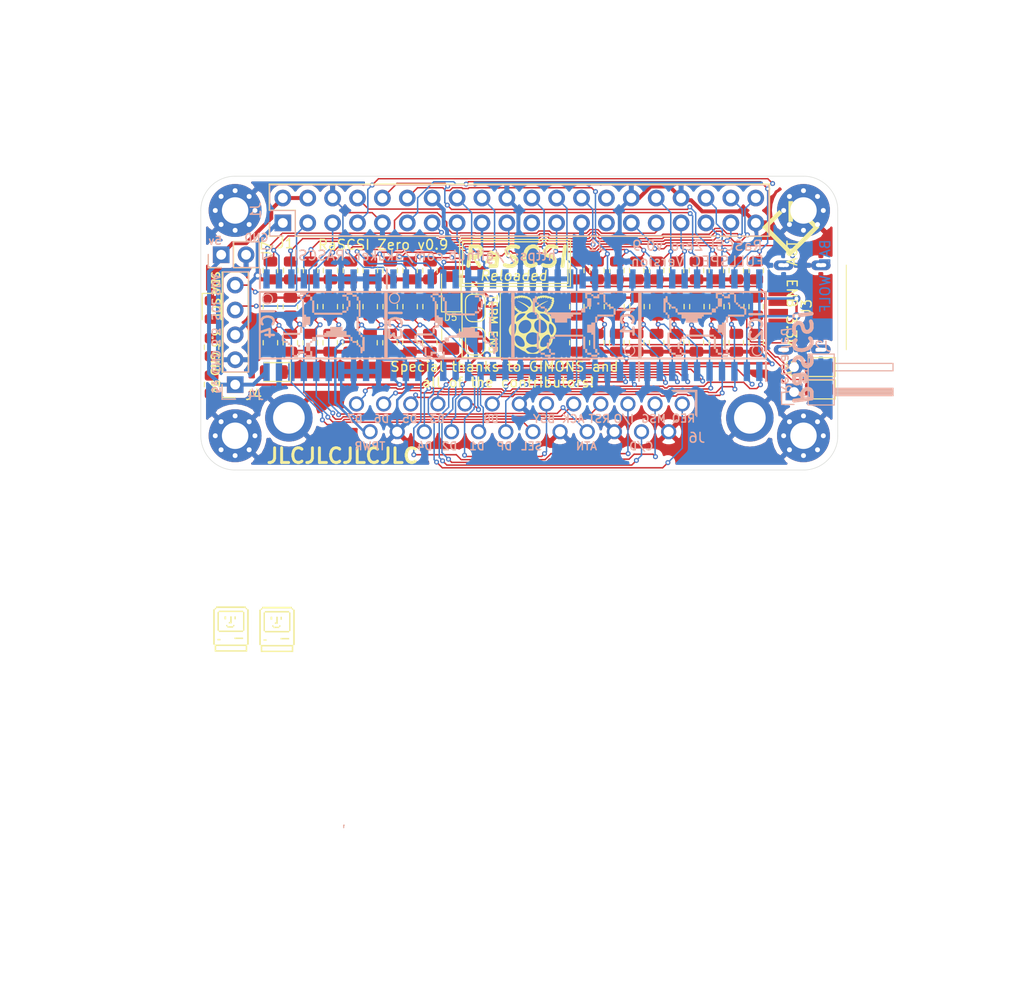
<source format=kicad_pcb>
(kicad_pcb (version 20171130) (host pcbnew "(5.1.9-16-g1737927814)-1")
  (layers (0 Top signal) (31 Bottom signal) (34 B.Paste user) (35 F.Paste user) (36 B.SilkS user) (37 F.SilkS user) (38 B.Mask user hide) (39 F.Mask user hide) (44 Edge.Cuts user))
  (net 0 "")
  (net 1 GND)
  (net 2 +3V3)
  (net 3 +5V)
  (net 4 C-REQ)
  (net 5 C-MSG)
  (net 6 C-BSY)
  (net 7 C-SEL)
  (net 8 C-RST)
  (net 9 C-ACK)
  (net 10 C-ATN)
  (net 11 C-DP)
  (net 12 C-D0)
  (net 13 C-D1)
  (net 14 C-D2)
  (net 15 C-D3)
  (net 16 C-D4)
  (net 17 C-D5)
  (net 18 C-D6)
  (net 19 C-D7)
  (net 20 C-I_O)
  (net 21 C-C_D)
  (net 22 TERMPOW)
  (net 23 PI-D7)
  (net 24 PI-D6)
  (net 25 PI-D5)
  (net 26 PI-D4)
  (net 27 PI-D3)
  (net 28 PI-D2)
  (net 29 PI-D1)
  (net 30 PI-D0)
  (net 31 PI-DP)
  (net 32 PI-BSY)
  (net 33 PI-MSG)
  (net 34 PI-C_D)
  (net 35 PI-REQ)
  (net 36 PI-I_O)
  (net 37 PI-ATN)
  (net 38 PI-ACK)
  (net 39 PI-RST)
  (net 40 PI-SEL)
  (net 41 "Net-(D2-Pad2)")
  (net 42 "Net-(D3-Pad2)")
  (net 43 "Net-(D4-Pad2)")
  (net 44 DBG_LED)
  (net 45 PI_SCL)
  (net 46 PI_SDA)
  (net 47 PI-ACT)
  (net 48 PI-IND)
  (net 49 PI-TAD)
  (net 50 PI-DTD)
  (net 51 "Net-(D5-Pad1)")
  (net 52 EXT-ACT-LED)
  (net 53 /TERM_5v)
  (net 54 /TERM_GND)
  (net 55 "Net-(D1-Pad2)")
  (net 56 "Net-(J1-Pad28)")
  (net 57 "Net-(J1-Pad27)")
  (net 58 "Net-(J1-Pad21)")
  (net 59 "Net-(J3-PadB5)")
  (net 60 "Net-(J3-PadA5)")
  (module TYPE-C-31-M-17:TYPEC31M17 (layer Top) (at 240.37 55.896 90)
    (fp_text reference J3 (at 0 -4.05 90) (layer F.SilkS))
    (fp_text value TYPE-C-31-M-17)
    (pad None np_thru_hole circle (at -4.32 -6.05 90) (size 0.4 0.4) (drill 0.4) (layers *.Cu *.Mask))
    (pad None np_thru_hole circle (at -4.32 -6.75 90) (size 0.4 0.4) (drill 0.4) (layers *.Cu *.Mask))
    (pad None np_thru_hole circle (at 4.32 -6.75 90) (size 0.4 0.4) (drill 0.4) (layers *.Cu *.Mask))
    (pad None np_thru_hole circle (at 4.32 -2.9 90) (size 0.4 0.4) (drill 0.4) (layers *.Cu *.Mask))
    (pad None np_thru_hole circle (at 4.32 -2.25 90) (size 0.4 0.4) (drill 0.4) (layers *.Cu *.Mask))
    (pad None np_thru_hole circle (at -4.32 -2.25 90) (size 0.4 0.4) (drill 0.4) (layers *.Cu *.Mask))
    (pad None np_thru_hole circle (at -4.32 -2.95 90) (size 0.4 0.4) (drill 0.4) (layers *.Cu *.Mask))
    (pad None np_thru_hole circle (at 4.32 -6.65 90) (size 0.4 0.4) (drill 0.4) (layers *.Cu *.Mask))
    (pad None np_thru_hole circle (at 4.32 -6.05 90) (size 0.4 0.4) (drill 0.4) (layers *.Cu *.Mask))
    (pad None np_thru_hole circle (at 4.32 -2.85 90) (size 0.4 0.4) (drill 0.4) (layers *.Cu *.Mask))
    (pad None np_thru_hole circle (at 4.32 -2.35 90) (size 0.4 0.4) (drill 0.4) (layers *.Cu *.Mask))
    (pad None np_thru_hole circle (at -4.32 -2.35 90) (size 0.4 0.4) (drill 0.4) (layers *.Cu *.Mask))
    (pad None np_thru_hole circle (at -4.32 -2.85 90) (size 0.4 0.4) (drill 0.4) (layers *.Cu *.Mask))
    (pad None np_thru_hole circle (at 4.32 -6.1 90) (size 0.4 0.4) (drill 0.4) (layers *.Cu *.Mask))
    (pad None np_thru_hole circle (at 4.32 -6.2 90) (size 0.4 0.4) (drill 0.4) (layers *.Cu *.Mask))
    (pad None np_thru_hole circle (at 4.32 -6.6 90) (size 0.4 0.4) (drill 0.4) (layers *.Cu *.Mask))
    (pad None np_thru_hole circle (at 4.32 -6.5 90) (size 0.4 0.4) (drill 0.4) (layers *.Cu *.Mask))
    (pad None np_thru_hole circle (at 4.32 -2.4 90) (size 0.4 0.4) (drill 0.4) (layers *.Cu *.Mask))
    (pad None np_thru_hole circle (at 4.32 -2.5 90) (size 0.4 0.4) (drill 0.4) (layers *.Cu *.Mask))
    (pad None np_thru_hole circle (at 4.32 -2.8 90) (size 0.4 0.4) (drill 0.4) (layers *.Cu *.Mask))
    (pad None np_thru_hole circle (at 4.32 -2.7 90) (size 0.4 0.4) (drill 0.4) (layers *.Cu *.Mask))
    (pad None np_thru_hole circle (at -4.32 -2.4 90) (size 0.4 0.4) (drill 0.4) (layers *.Cu *.Mask))
    (pad None np_thru_hole circle (at -4.32 -2.5 90) (size 0.4 0.4) (drill 0.4) (layers *.Cu *.Mask))
    (pad None np_thru_hole circle (at -4.32 -2.8 90) (size 0.4 0.4) (drill 0.4) (layers *.Cu *.Mask))
    (pad None np_thru_hole circle (at -4.32 -2.7 90) (size 0.4 0.4) (drill 0.4) (layers *.Cu *.Mask))
    (pad None np_thru_hole circle (at -4.32 -6.65 90) (size 0.4 0.4) (drill 0.4) (layers *.Cu *.Mask))
    (pad None np_thru_hole circle (at -4.32 -6.15 90) (size 0.4 0.4) (drill 0.4) (layers *.Cu *.Mask))
    (pad None np_thru_hole circle (at -4.32 -6.2 90) (size 0.4 0.4) (drill 0.4) (layers *.Cu *.Mask))
    (pad None np_thru_hole circle (at -4.32 -6.3 90) (size 0.4 0.4) (drill 0.4) (layers *.Cu *.Mask))
    (pad None np_thru_hole circle (at -4.32 -6.6 90) (size 0.4 0.4) (drill 0.4) (layers *.Cu *.Mask))
    (pad None np_thru_hole circle (at -4.32 -6.5 90) (size 0.4 0.4) (drill 0.4) (layers *.Cu *.Mask))
    (pad MH4 thru_hole oval (at -4.32 -6.4 90) (size 1 2) (drill 0.4) (layers *.Cu *.Mask) (net 1 GND))
    (pad MH3 thru_hole oval (at 4.3 -6.4 90) (size 1 2) (drill 0.4) (layers *.Cu *.Mask) (net 1 GND))
    (pad MH2 thru_hole oval (at 4.3 -2.6 90) (size 1 2) (drill 0.4) (layers *.Cu *.Mask) (net 1 GND))
    (pad MH1 thru_hole oval (at -4.3 -2.6 90) (size 1 2) (drill 0.4) (layers *.Cu *.Mask) (net 1 GND))
    (pad B12 smd rect (at -2.75 -6.95 90) (size 0.8 2) (layers Top F.Paste F.Mask) (net 1 GND))
    (pad B9 smd rect (at -1.52 -6.95 90) (size 0.76 2) (layers Top F.Paste F.Mask) (net 3 +5V))
    (pad B5 smd rect (at 0.5 -6.95 90) (size 0.7 2) (layers Top F.Paste F.Mask) (net 59 "Net-(J3-PadB5)"))
    (pad A12 smd rect (at 2.75 -6.95 90) (size 0.8 2) (layers Top F.Paste F.Mask) (net 1 GND))
    (pad A9 smd rect (at 1.52 -6.95 90) (size 0.76 2) (layers Top F.Paste F.Mask) (net 3 +5V))
    (pad A5 smd rect (at -0.5 -6.95 90) (size 0.7 2) (layers Top F.Paste F.Mask) (net 60 "Net-(J3-PadA5)"))
  )
  (module Resistor_SMD:R_0805_2012Metric (layer Top) (at 212.872224 59.50356 270)
    (fp_text reference R59 hide)
    (fp_text value 500)
    (pad 2 smd roundrect (at 0.9125 0 270) (size 1.025 1.4) (layers Top F.Paste F.Mask) (roundrect_rratio 0.2439014634146341) (net 52 EXT-ACT-LED))
    (pad 1 smd roundrect (at -0.9125 0 270) (size 1.025 1.4) (layers Top F.Paste F.Mask) (roundrect_rratio 0.2439014634146341) (net 47 PI-ACT))
  )
  (module SamacSys_Parts:scsi_logo (layer Top) (at 234.697831 47.846692 90)
    (fp_text reference X8 hide)
    (fp_text value Pi hide)
  )
  (module SamacSys_Parts:L717SDB25PA4CH4F (layer Bottom) (at 223.62632 65.7512 180)
    (fp_text reference J6)
    (fp_text value "CONNFLY DB-25" hide)
    (pad MH2 thru_hole circle (at 40.14 -1.42 180) (size 4.845 4.845) (drill 3.23) (layers *.Cu *.Mask) (net 1 GND))
    (pad MH1 thru_hole circle (at -6.9 -1.42 180) (size 4.845 4.845) (drill 3.23) (layers *.Cu *.Mask) (net 1 GND))
    (pad 25 thru_hole circle (at 31.855 -2.84 180) (size 1.545 1.545) (drill 1.03) (layers *.Cu *.Mask) (net 22 TERMPOW))
    (pad 24 thru_hole circle (at 29.085 -2.84 180) (size 1.545 1.545) (drill 1.03) (layers *.Cu *.Mask) (net 1 GND))
    (pad 23 thru_hole circle (at 26.315 -2.84 180) (size 1.545 1.545) (drill 1.03) (layers *.Cu *.Mask) (net 16 C-D4))
    (pad 22 thru_hole circle (at 23.545 -2.84 180) (size 1.545 1.545) (drill 1.03) (layers *.Cu *.Mask) (net 14 C-D2))
    (pad 21 thru_hole circle (at 20.775 -2.84 180) (size 1.545 1.545) (drill 1.03) (layers *.Cu *.Mask) (net 13 C-D1))
    (pad 20 thru_hole circle (at 18.005 -2.84 180) (size 1.545 1.545) (drill 1.03) (layers *.Cu *.Mask) (net 11 C-DP))
    (pad 19 thru_hole circle (at 15.235 -2.84 180) (size 1.545 1.545) (drill 1.03) (layers *.Cu *.Mask) (net 7 C-SEL))
    (pad 18 thru_hole circle (at 12.465 -2.84 180) (size 1.545 1.545) (drill 1.03) (layers *.Cu *.Mask) (net 1 GND))
    (pad 17 thru_hole circle (at 9.695 -2.84 180) (size 1.545 1.545) (drill 1.03) (layers *.Cu *.Mask) (net 10 C-ATN))
    (pad 16 thru_hole circle (at 6.925 -2.84 180) (size 1.545 1.545) (drill 1.03) (layers *.Cu *.Mask) (net 1 GND))
    (pad 15 thru_hole circle (at 4.155 -2.84 180) (size 1.545 1.545) (drill 1.03) (layers *.Cu *.Mask) (net 21 C-C_D))
    (pad 14 thru_hole circle (at 1.385 -2.84 180) (size 1.545 1.545) (drill 1.03) (layers *.Cu *.Mask) (net 1 GND))
    (pad 13 thru_hole circle (at 33.24 0 180) (size 1.545 1.545) (drill 1.03) (layers *.Cu *.Mask) (net 19 C-D7))
    (pad 12 thru_hole circle (at 30.47 0 180) (size 1.545 1.545) (drill 1.03) (layers *.Cu *.Mask) (net 18 C-D6))
    (pad 11 thru_hole circle (at 27.7 0 180) (size 1.545 1.545) (drill 1.03) (layers *.Cu *.Mask) (net 17 C-D5))
    (pad 10 thru_hole circle (at 24.93 0 180) (size 1.545 1.545) (drill 1.03) (layers *.Cu *.Mask) (net 15 C-D3))
    (pad 9 thru_hole circle (at 22.16 0 180) (size 1.545 1.545) (drill 1.03) (layers *.Cu *.Mask) (net 1 GND))
    (pad 8 thru_hole circle (at 19.39 0 180) (size 1.545 1.545) (drill 1.03) (layers *.Cu *.Mask) (net 12 C-D0))
    (pad 7 thru_hole circle (at 16.62 0 180) (size 1.545 1.545) (drill 1.03) (layers *.Cu *.Mask) (net 1 GND))
    (pad 6 thru_hole circle (at 13.85 0 180) (size 1.545 1.545) (drill 1.03) (layers *.Cu *.Mask) (net 6 C-BSY))
    (pad 5 thru_hole circle (at 11.08 0 180) (size 1.545 1.545) (drill 1.03) (layers *.Cu *.Mask) (net 9 C-ACK))
    (pad 4 thru_hole circle (at 8.31 0 180) (size 1.545 1.545) (drill 1.03) (layers *.Cu *.Mask) (net 8 C-RST))
    (pad 3 thru_hole circle (at 5.54 0 180) (size 1.545 1.545) (drill 1.03) (layers *.Cu *.Mask) (net 20 C-I_O))
    (pad 2 thru_hole circle (at 2.77 0 180) (size 1.545 1.545) (drill 1.03) (layers *.Cu *.Mask) (net 5 C-MSG))
    (pad 1 thru_hole circle (at 0 0 180) (size 1.545 1.545) (drill 1.03) (layers *.Cu *.Mask) (net 4 C-REQ))
  )
  (module Jumper:SolderJumper-2_P1.3mm_Bridged_RoundedPad1.0x1.5mm (layer Top) (at 202.51 55.95 270)
    (fp_text reference JP2 hide)
    (fp_text value SolderJumper_2_Bridged)
    (fp_poly (pts (xy 0.25 -0.3) (xy -0.25 -0.3) (xy -0.25 0.3) (xy 0.25 0.3)) (layer Top) (width 0))
    (pad 1 smd custom (at -0.65 0 270) (size 1 0.5) (layers Top F.Mask) (net 54 /TERM_GND) (options (clearance outline) (anchor rect)) (primitives (gr_circle (center 0 0.25) (end 0.5 0.25) (width 0)) (gr_circle (center 0 -0.25) (end 0.5 -0.25) (width 0)) (gr_poly (pts (xy 0 -0.75) (xy 0.5 -0.75) (xy 0.5 0.75) (xy 0 0.75)) (width 0))))
    (pad 2 smd custom (at 0.65 0 270) (size 1 0.5) (layers Top F.Mask) (net 1 GND) (options (clearance outline) (anchor rect)) (primitives (gr_circle (center 0 0.25) (end 0.5 0.25) (width 0)) (gr_circle (center 0 -0.25) (end 0.5 -0.25) (width 0)) (gr_poly (pts (xy 0 -0.75) (xy -0.5 -0.75) (xy -0.5 0.75) (xy 0 0.75)) (width 0))))
  )
  (module Jumper:SolderJumper-2_P1.3mm_Bridged_RoundedPad1.0x1.5mm (layer Top) (at 202.51 59.3504 270)
    (fp_text reference JP1 hide)
    (fp_text value SolderJumper_2_Bridged)
    (fp_poly (pts (xy 0.25 -0.3) (xy -0.25 -0.3) (xy -0.25 0.3) (xy 0.25 0.3)) (layer Top) (width 0))
    (pad 1 smd custom (at -0.65 0 270) (size 1 0.5) (layers Top F.Mask) (net 53 /TERM_5v) (options (clearance outline) (anchor rect)) (primitives (gr_circle (center 0 0.25) (end 0.5 0.25) (width 0)) (gr_circle (center 0 -0.25) (end 0.5 -0.25) (width 0)) (gr_poly (pts (xy 0 -0.75) (xy 0.5 -0.75) (xy 0.5 0.75) (xy 0 0.75)) (width 0))))
    (pad 2 smd custom (at 0.65 0 270) (size 1 0.5) (layers Top F.Mask) (net 3 +5V) (options (clearance outline) (anchor rect)) (primitives (gr_circle (center 0 0.25) (end 0.5 0.25) (width 0)) (gr_circle (center 0 -0.25) (end 0.5 -0.25) (width 0)) (gr_poly (pts (xy 0 -0.75) (xy -0.5 -0.75) (xy -0.5 0.75) (xy 0 0.75)) (width 0))))
  )
  (module Resistor_SMD:R_0805_2012Metric (layer Top) (at 214.93528 55.81414 270)
    (fp_text reference R58 hide)
    (fp_text value 330)
    (pad 2 smd roundrect (at 0.9125 0 270) (size 1.025 1.4) (layers Top F.Paste F.Mask) (roundrect_rratio 0.2439014634146341) (net 11 C-DP))
    (pad 1 smd roundrect (at -0.9125 0 270) (size 1.025 1.4) (layers Top F.Paste F.Mask) (roundrect_rratio 0.2439014634146341) (net 54 /TERM_GND))
  )
  (module Resistor_SMD:R_0805_2012Metric (layer Top) (at 216.97221 55.81414 270)
    (fp_text reference R57 hide)
    (fp_text value 330)
    (pad 2 smd roundrect (at 0.9125 0 270) (size 1.025 1.4) (layers Top F.Paste F.Mask) (roundrect_rratio 0.2439014634146341) (net 12 C-D0))
    (pad 1 smd roundrect (at -0.9125 0 270) (size 1.025 1.4) (layers Top F.Paste F.Mask) (roundrect_rratio 0.2439014634146341) (net 54 /TERM_GND))
  )
  (module Resistor_SMD:R_0805_2012Metric (layer Top) (at 219.00914 55.81414 270)
    (fp_text reference R56 hide)
    (fp_text value 330)
    (pad 2 smd roundrect (at 0.9125 0 270) (size 1.025 1.4) (layers Top F.Paste F.Mask) (roundrect_rratio 0.2439014634146341) (net 13 C-D1))
    (pad 1 smd roundrect (at -0.9125 0 270) (size 1.025 1.4) (layers Top F.Paste F.Mask) (roundrect_rratio 0.2439014634146341) (net 54 /TERM_GND))
  )
  (module Resistor_SMD:R_0805_2012Metric (layer Top) (at 221.04607 55.81414 270)
    (fp_text reference R55 hide)
    (fp_text value 330)
    (pad 2 smd roundrect (at 0.9125 0 270) (size 1.025 1.4) (layers Top F.Paste F.Mask) (roundrect_rratio 0.2439014634146341) (net 14 C-D2))
    (pad 1 smd roundrect (at -0.9125 0 270) (size 1.025 1.4) (layers Top F.Paste F.Mask) (roundrect_rratio 0.2439014634146341) (net 54 /TERM_GND))
  )
  (module Resistor_SMD:R_0805_2012Metric (layer Top) (at 223.083 55.81414 270)
    (fp_text reference R54 hide)
    (fp_text value 330)
    (pad 2 smd roundrect (at 0.9125 0 270) (size 1.025 1.4) (layers Top F.Paste F.Mask) (roundrect_rratio 0.2439014634146341) (net 15 C-D3))
    (pad 1 smd roundrect (at -0.9125 0 270) (size 1.025 1.4) (layers Top F.Paste F.Mask) (roundrect_rratio 0.2439014634146341) (net 54 /TERM_GND))
  )
  (module Resistor_SMD:R_0805_2012Metric (layer Top) (at 225.11993 55.81414 270)
    (fp_text reference R53 hide)
    (fp_text value 330)
    (pad 2 smd roundrect (at 0.9125 0 270) (size 1.025 1.4) (layers Top F.Paste F.Mask) (roundrect_rratio 0.2439014634146341) (net 16 C-D4))
    (pad 1 smd roundrect (at -0.9125 0 270) (size 1.025 1.4) (layers Top F.Paste F.Mask) (roundrect_rratio 0.2439014634146341) (net 54 /TERM_GND))
  )
  (module Resistor_SMD:R_0805_2012Metric (layer Top) (at 227.15686 55.81414 270)
    (fp_text reference R52 hide)
    (fp_text value 330)
    (pad 2 smd roundrect (at 0.9125 0 270) (size 1.025 1.4) (layers Top F.Paste F.Mask) (roundrect_rratio 0.2439014634146341) (net 17 C-D5))
    (pad 1 smd roundrect (at -0.9125 0 270) (size 1.025 1.4) (layers Top F.Paste F.Mask) (roundrect_rratio 0.2439014634146341) (net 54 /TERM_GND))
  )
  (module Resistor_SMD:R_0805_2012Metric (layer Top) (at 229.19379 55.81414 270)
    (fp_text reference R51 hide)
    (fp_text value 330)
    (pad 2 smd roundrect (at 0.9125 0 270) (size 1.025 1.4) (layers Top F.Paste F.Mask) (roundrect_rratio 0.2439014634146341) (net 18 C-D6))
    (pad 1 smd roundrect (at -0.9125 0 270) (size 1.025 1.4) (layers Top F.Paste F.Mask) (roundrect_rratio 0.2439014634146341) (net 54 /TERM_GND))
  )
  (module Resistor_SMD:R_0805_2012Metric (layer Top) (at 231.1752 55.81414 270)
    (fp_text reference R50 hide)
    (fp_text value 330)
    (pad 2 smd roundrect (at 0.9125 0 270) (size 1.025 1.4) (layers Top F.Paste F.Mask) (roundrect_rratio 0.2439014634146341) (net 19 C-D7))
    (pad 1 smd roundrect (at -0.9125 0 270) (size 1.025 1.4) (layers Top F.Paste F.Mask) (roundrect_rratio 0.2439014634146341) (net 54 /TERM_GND))
  )
  (module Resistor_SMD:R_0805_2012Metric (layer Top) (at 189.74939 55.81414 270)
    (fp_text reference R49 hide)
    (fp_text value 330)
    (pad 2 smd roundrect (at 0.9125 0 270) (size 1.025 1.4) (layers Top F.Paste F.Mask) (roundrect_rratio 0.2439014634146341) (net 20 C-I_O))
    (pad 1 smd roundrect (at -0.9125 0 270) (size 1.025 1.4) (layers Top F.Paste F.Mask) (roundrect_rratio 0.2439014634146341) (net 54 /TERM_GND))
  )
  (module Resistor_SMD:R_0805_2012Metric (layer Top) (at 191.78632 55.81414 270)
    (fp_text reference R48 hide)
    (fp_text value 330)
    (pad 2 smd roundrect (at 0.9125 0 270) (size 1.025 1.4) (layers Top F.Paste F.Mask) (roundrect_rratio 0.2439014634146341) (net 4 C-REQ))
    (pad 1 smd roundrect (at -0.9125 0 270) (size 1.025 1.4) (layers Top F.Paste F.Mask) (roundrect_rratio 0.2439014634146341) (net 54 /TERM_GND))
  )
  (module Resistor_SMD:R_0805_2012Metric (layer Top) (at 193.82325 55.81414 270)
    (fp_text reference R47 hide)
    (fp_text value 330)
    (pad 2 smd roundrect (at 0.9125 0 270) (size 1.025 1.4) (layers Top F.Paste F.Mask) (roundrect_rratio 0.2439014634146341) (net 21 C-C_D))
    (pad 1 smd roundrect (at -0.9125 0 270) (size 1.025 1.4) (layers Top F.Paste F.Mask) (roundrect_rratio 0.2439014634146341) (net 54 /TERM_GND))
  )
  (module Resistor_SMD:R_0805_2012Metric (layer Top) (at 195.86018 55.81414 270)
    (fp_text reference R46 hide)
    (fp_text value 330)
    (pad 2 smd roundrect (at 0.9125 0 270) (size 1.025 1.4) (layers Top F.Paste F.Mask) (roundrect_rratio 0.2439014634146341) (net 5 C-MSG))
    (pad 1 smd roundrect (at -0.9125 0 270) (size 1.025 1.4) (layers Top F.Paste F.Mask) (roundrect_rratio 0.2439014634146341) (net 54 /TERM_GND))
  )
  (module Resistor_SMD:R_0805_2012Metric (layer Top) (at 197.89711 55.81414 270)
    (fp_text reference R45 hide)
    (fp_text value 330)
    (pad 2 smd roundrect (at 0.9125 0 270) (size 1.025 1.4) (layers Top F.Paste F.Mask) (roundrect_rratio 0.2439014634146341) (net 6 C-BSY))
    (pad 1 smd roundrect (at -0.9125 0 270) (size 1.025 1.4) (layers Top F.Paste F.Mask) (roundrect_rratio 0.2439014634146341) (net 54 /TERM_GND))
  )
  (module Resistor_SMD:R_0805_2012Metric (layer Top) (at 181.60166 55.81414 270)
    (fp_text reference R44 hide)
    (fp_text value 330)
    (pad 2 smd roundrect (at 0.9125 0 270) (size 1.025 1.4) (layers Top F.Paste F.Mask) (roundrect_rratio 0.2439014634146341) (net 7 C-SEL))
    (pad 1 smd roundrect (at -0.9125 0 270) (size 1.025 1.4) (layers Top F.Paste F.Mask) (roundrect_rratio 0.2439014634146341) (net 54 /TERM_GND))
  )
  (module Resistor_SMD:R_0805_2012Metric (layer Top) (at 183.6386 55.81414 270)
    (fp_text reference R43 hide)
    (fp_text value 330)
    (pad 2 smd roundrect (at 0.9125 0 270) (size 1.025 1.4) (layers Top F.Paste F.Mask) (roundrect_rratio 0.2439014634146341) (net 8 C-RST))
    (pad 1 smd roundrect (at -0.9125 0 270) (size 1.025 1.4) (layers Top F.Paste F.Mask) (roundrect_rratio 0.2439014634146341) (net 54 /TERM_GND))
  )
  (module Resistor_SMD:R_0805_2012Metric (layer Top) (at 185.67553 55.81414 270)
    (fp_text reference R42 hide)
    (fp_text value 330)
    (pad 2 smd roundrect (at 0.9125 0 270) (size 1.025 1.4) (layers Top F.Paste F.Mask) (roundrect_rratio 0.2439014634146341) (net 9 C-ACK))
    (pad 1 smd roundrect (at -0.9125 0 270) (size 1.025 1.4) (layers Top F.Paste F.Mask) (roundrect_rratio 0.2439014634146341) (net 54 /TERM_GND))
  )
  (module Resistor_SMD:R_0805_2012Metric (layer Top) (at 187.71246 55.81414 270)
    (fp_text reference R41 hide)
    (fp_text value 330)
    (pad 2 smd roundrect (at 0.9125 0 270) (size 1.025 1.4) (layers Top F.Paste F.Mask) (roundrect_rratio 0.2439014634146341) (net 10 C-ATN))
    (pad 1 smd roundrect (at -0.9125 0 270) (size 1.025 1.4) (layers Top F.Paste F.Mask) (roundrect_rratio 0.2439014634146341) (net 54 /TERM_GND))
  )
  (module Resistor_SMD:R_0805_2012Metric (layer Top) (at 214.905888 59.50356 90)
    (fp_text reference R40 hide)
    (fp_text value 220)
    (pad 2 smd roundrect (at 0.9125 0 90) (size 1.025 1.4) (layers Top F.Paste F.Mask) (roundrect_rratio 0.2439014634146341) (net 11 C-DP))
    (pad 1 smd roundrect (at -0.9125 0 90) (size 1.025 1.4) (layers Top F.Paste F.Mask) (roundrect_rratio 0.2439014634146341) (net 53 /TERM_5v))
  )
  (module Resistor_SMD:R_0805_2012Metric (layer Top) (at 216.939552 59.50356 90)
    (fp_text reference R39 hide)
    (fp_text value 220)
    (pad 2 smd roundrect (at 0.9125 0 90) (size 1.025 1.4) (layers Top F.Paste F.Mask) (roundrect_rratio 0.2439014634146341) (net 12 C-D0))
    (pad 1 smd roundrect (at -0.9125 0 90) (size 1.025 1.4) (layers Top F.Paste F.Mask) (roundrect_rratio 0.2439014634146341) (net 53 /TERM_5v))
  )
  (module Resistor_SMD:R_0805_2012Metric (layer Top) (at 218.973216 59.50356 90)
    (fp_text reference R38 hide)
    (fp_text value 220)
    (pad 2 smd roundrect (at 0.9125 0 90) (size 1.025 1.4) (layers Top F.Paste F.Mask) (roundrect_rratio 0.2439014634146341) (net 13 C-D1))
    (pad 1 smd roundrect (at -0.9125 0 90) (size 1.025 1.4) (layers Top F.Paste F.Mask) (roundrect_rratio 0.2439014634146341) (net 53 /TERM_5v))
  )
  (module Resistor_SMD:R_0805_2012Metric (layer Top) (at 221.00688 59.50356 90)
    (fp_text reference R37 hide)
    (fp_text value 220)
    (pad 2 smd roundrect (at 0.9125 0 90) (size 1.025 1.4) (layers Top F.Paste F.Mask) (roundrect_rratio 0.2439014634146341) (net 14 C-D2))
    (pad 1 smd roundrect (at -0.9125 0 90) (size 1.025 1.4) (layers Top F.Paste F.Mask) (roundrect_rratio 0.2439014634146341) (net 53 /TERM_5v))
  )
  (module Resistor_SMD:R_0805_2012Metric (layer Top) (at 223.040544 59.50356 90)
    (fp_text reference R36 hide)
    (fp_text value 220)
    (pad 2 smd roundrect (at 0.9125 0 90) (size 1.025 1.4) (layers Top F.Paste F.Mask) (roundrect_rratio 0.2439014634146341) (net 15 C-D3))
    (pad 1 smd roundrect (at -0.9125 0 90) (size 1.025 1.4) (layers Top F.Paste F.Mask) (roundrect_rratio 0.2439014634146341) (net 53 /TERM_5v))
  )
  (module Resistor_SMD:R_0805_2012Metric (layer Top) (at 225.074208 59.50356 90)
    (fp_text reference R35 hide)
    (fp_text value 220)
    (pad 2 smd roundrect (at 0.9125 0 90) (size 1.025 1.4) (layers Top F.Paste F.Mask) (roundrect_rratio 0.2439014634146341) (net 16 C-D4))
    (pad 1 smd roundrect (at -0.9125 0 90) (size 1.025 1.4) (layers Top F.Paste F.Mask) (roundrect_rratio 0.2439014634146341) (net 53 /TERM_5v))
  )
  (module Resistor_SMD:R_0805_2012Metric (layer Top) (at 227.107872 59.50356 90)
    (fp_text reference R34 hide)
    (fp_text value 220)
    (pad 2 smd roundrect (at 0.9125 0 90) (size 1.025 1.4) (layers Top F.Paste F.Mask) (roundrect_rratio 0.2439014634146341) (net 17 C-D5))
    (pad 1 smd roundrect (at -0.9125 0 90) (size 1.025 1.4) (layers Top F.Paste F.Mask) (roundrect_rratio 0.2439014634146341) (net 53 /TERM_5v))
  )
  (module Resistor_SMD:R_0805_2012Metric (layer Top) (at 229.141536 59.50356 90)
    (fp_text reference R33 hide)
    (fp_text value 220)
    (pad 2 smd roundrect (at 0.9125 0 90) (size 1.025 1.4) (layers Top F.Paste F.Mask) (roundrect_rratio 0.2439014634146341) (net 18 C-D6))
    (pad 1 smd roundrect (at -0.9125 0 90) (size 1.025 1.4) (layers Top F.Paste F.Mask) (roundrect_rratio 0.2439014634146341) (net 53 /TERM_5v))
  )
  (module Resistor_SMD:R_0805_2012Metric (layer Top) (at 231.1752 59.50356 90)
    (fp_text reference R32 hide)
    (fp_text value 220)
    (pad 2 smd roundrect (at 0.9125 0 90) (size 1.025 1.4) (layers Top F.Paste F.Mask) (roundrect_rratio 0.2439014634146341) (net 19 C-D7))
    (pad 1 smd roundrect (at -0.9125 0 90) (size 1.025 1.4) (layers Top F.Paste F.Mask) (roundrect_rratio 0.2439014634146341) (net 53 /TERM_5v))
  )
  (module Resistor_SMD:R_0805_2012Metric (layer Top) (at 189.736328 59.50356 90)
    (fp_text reference R31 hide)
    (fp_text value 220)
    (pad 2 smd roundrect (at 0.9125 0 90) (size 1.025 1.4) (layers Top F.Paste F.Mask) (roundrect_rratio 0.2439014634146341) (net 20 C-I_O))
    (pad 1 smd roundrect (at -0.9125 0 90) (size 1.025 1.4) (layers Top F.Paste F.Mask) (roundrect_rratio 0.2439014634146341) (net 53 /TERM_5v))
  )
  (module Resistor_SMD:R_0805_2012Metric (layer Top) (at 191.769992 59.50356 90)
    (fp_text reference R30 hide)
    (fp_text value 220)
    (pad 2 smd roundrect (at 0.9125 0 90) (size 1.025 1.4) (layers Top F.Paste F.Mask) (roundrect_rratio 0.2439014634146341) (net 4 C-REQ))
    (pad 1 smd roundrect (at -0.9125 0 90) (size 1.025 1.4) (layers Top F.Paste F.Mask) (roundrect_rratio 0.2439014634146341) (net 53 /TERM_5v))
  )
  (module Resistor_SMD:R_0805_2012Metric (layer Top) (at 193.803656 59.50356 90)
    (fp_text reference R29 hide)
    (fp_text value 220)
    (pad 2 smd roundrect (at 0.9125 0 90) (size 1.025 1.4) (layers Top F.Paste F.Mask) (roundrect_rratio 0.2439014634146341) (net 21 C-C_D))
    (pad 1 smd roundrect (at -0.9125 0 90) (size 1.025 1.4) (layers Top F.Paste F.Mask) (roundrect_rratio 0.2439014634146341) (net 53 /TERM_5v))
  )
  (module Resistor_SMD:R_0805_2012Metric (layer Top) (at 195.83732 59.50356 90)
    (fp_text reference R28 hide)
    (fp_text value 220)
    (pad 2 smd roundrect (at 0.9125 0 90) (size 1.025 1.4) (layers Top F.Paste F.Mask) (roundrect_rratio 0.2439014634146341) (net 5 C-MSG))
    (pad 1 smd roundrect (at -0.9125 0 90) (size 1.025 1.4) (layers Top F.Paste F.Mask) (roundrect_rratio 0.2439014634146341) (net 53 /TERM_5v))
  )
  (module Resistor_SMD:R_0805_2012Metric (layer Top) (at 197.870984 59.50356 90)
    (fp_text reference R27 hide)
    (fp_text value 220)
    (pad 2 smd roundrect (at 0.9125 0 90) (size 1.025 1.4) (layers Top F.Paste F.Mask) (roundrect_rratio 0.2439014634146341) (net 6 C-BSY))
    (pad 1 smd roundrect (at -0.9125 0 90) (size 1.025 1.4) (layers Top F.Paste F.Mask) (roundrect_rratio 0.2439014634146341) (net 53 /TERM_5v))
  )
  (module Resistor_SMD:R_0805_2012Metric (layer Top) (at 181.60166 59.50356 90)
    (fp_text reference R26 hide)
    (fp_text value 220)
    (pad 2 smd roundrect (at 0.9125 0 90) (size 1.025 1.4) (layers Top F.Paste F.Mask) (roundrect_rratio 0.2439014634146341) (net 7 C-SEL))
    (pad 1 smd roundrect (at -0.9125 0 90) (size 1.025 1.4) (layers Top F.Paste F.Mask) (roundrect_rratio 0.2439014634146341) (net 53 /TERM_5v))
  )
  (module Resistor_SMD:R_0805_2012Metric (layer Top) (at 183.635336 59.50356 90)
    (fp_text reference R25 hide)
    (fp_text value 220)
    (pad 2 smd roundrect (at 0.9125 0 90) (size 1.025 1.4) (layers Top F.Paste F.Mask) (roundrect_rratio 0.2439014634146341) (net 8 C-RST))
    (pad 1 smd roundrect (at -0.9125 0 90) (size 1.025 1.4) (layers Top F.Paste F.Mask) (roundrect_rratio 0.2439014634146341) (net 53 /TERM_5v))
  )
  (module Resistor_SMD:R_0805_2012Metric (layer Top) (at 185.669 59.50356 90)
    (fp_text reference R24 hide)
    (fp_text value 220)
    (pad 2 smd roundrect (at 0.9125 0 90) (size 1.025 1.4) (layers Top F.Paste F.Mask) (roundrect_rratio 0.2439014634146341) (net 9 C-ACK))
    (pad 1 smd roundrect (at -0.9125 0 90) (size 1.025 1.4) (layers Top F.Paste F.Mask) (roundrect_rratio 0.2439014634146341) (net 53 /TERM_5v))
  )
  (module Resistor_SMD:R_0805_2012Metric (layer Top) (at 187.702664 59.50356 90)
    (fp_text reference R23 hide)
    (fp_text value 220)
    (pad 2 smd roundrect (at 0.9125 0 90) (size 1.025 1.4) (layers Top F.Paste F.Mask) (roundrect_rratio 0.2439014634146341) (net 10 C-ATN))
    (pad 1 smd roundrect (at -0.9125 0 90) (size 1.025 1.4) (layers Top F.Paste F.Mask) (roundrect_rratio 0.2439014634146341) (net 53 /TERM_5v))
  )
  (module Resistor_SMD:R_0805_2012Metric (layer Top) (at 214.925008 52.12472 90)
    (fp_text reference R22 hide)
    (fp_text value 10k)
    (pad 2 smd roundrect (at 0.9125 0 90) (size 1.025 1.4) (layers Top F.Paste F.Mask) (roundrect_rratio 0.2439014634146341) (net 31 PI-DP))
    (pad 1 smd roundrect (at -0.9125 0 90) (size 1.025 1.4) (layers Top F.Paste F.Mask) (roundrect_rratio 0.2439014634146341) (net 2 +3V3))
  )
  (module Resistor_SMD:R_0805_2012Metric (layer Top) (at 216.956282 52.12472 90)
    (fp_text reference R21 hide)
    (fp_text value 10k)
    (pad 2 smd roundrect (at 0.9125 0 90) (size 1.025 1.4) (layers Top F.Paste F.Mask) (roundrect_rratio 0.2439014634146341) (net 30 PI-D0))
    (pad 1 smd roundrect (at -0.9125 0 90) (size 1.025 1.4) (layers Top F.Paste F.Mask) (roundrect_rratio 0.2439014634146341) (net 2 +3V3))
  )
  (module Resistor_SMD:R_0805_2012Metric (layer Top) (at 218.987556 52.12472 90)
    (fp_text reference R20 hide)
    (fp_text value 10k)
    (pad 2 smd roundrect (at 0.9125 0 90) (size 1.025 1.4) (layers Top F.Paste F.Mask) (roundrect_rratio 0.2439014634146341) (net 29 PI-D1))
    (pad 1 smd roundrect (at -0.9125 0 90) (size 1.025 1.4) (layers Top F.Paste F.Mask) (roundrect_rratio 0.2439014634146341) (net 2 +3V3))
  )
  (module Resistor_SMD:R_0805_2012Metric (layer Top) (at 221.01883 52.12472 90)
    (fp_text reference R19 hide)
    (fp_text value 10k)
    (pad 2 smd roundrect (at 0.9125 0 90) (size 1.025 1.4) (layers Top F.Paste F.Mask) (roundrect_rratio 0.2439014634146341) (net 28 PI-D2))
    (pad 1 smd roundrect (at -0.9125 0 90) (size 1.025 1.4) (layers Top F.Paste F.Mask) (roundrect_rratio 0.2439014634146341) (net 2 +3V3))
  )
  (module Resistor_SMD:R_0805_2012Metric (layer Top) (at 223.050104 52.12472 90)
    (fp_text reference R18 hide)
    (fp_text value 10k)
    (pad 2 smd roundrect (at 0.9125 0 90) (size 1.025 1.4) (layers Top F.Paste F.Mask) (roundrect_rratio 0.2439014634146341) (net 27 PI-D3))
    (pad 1 smd roundrect (at -0.9125 0 90) (size 1.025 1.4) (layers Top F.Paste F.Mask) (roundrect_rratio 0.2439014634146341) (net 2 +3V3))
  )
  (module Resistor_SMD:R_0805_2012Metric (layer Top) (at 225.081378 52.12472 90)
    (fp_text reference R17 hide)
    (fp_text value 10k)
    (pad 2 smd roundrect (at 0.9125 0 90) (size 1.025 1.4) (layers Top F.Paste F.Mask) (roundrect_rratio 0.2439014634146341) (net 26 PI-D4))
    (pad 1 smd roundrect (at -0.9125 0 90) (size 1.025 1.4) (layers Top F.Paste F.Mask) (roundrect_rratio 0.2439014634146341) (net 2 +3V3))
  )
  (module Resistor_SMD:R_0805_2012Metric (layer Top) (at 227.112652 52.12472 90)
    (fp_text reference R16 hide)
    (fp_text value 10k)
    (pad 2 smd roundrect (at 0.9125 0 90) (size 1.025 1.4) (layers Top F.Paste F.Mask) (roundrect_rratio 0.2439014634146341) (net 25 PI-D5))
    (pad 1 smd roundrect (at -0.9125 0 90) (size 1.025 1.4) (layers Top F.Paste F.Mask) (roundrect_rratio 0.2439014634146341) (net 2 +3V3))
  )
  (module Resistor_SMD:R_0805_2012Metric (layer Top) (at 229.143926 52.12472 90)
    (fp_text reference R15 hide)
    (fp_text value 10k)
    (pad 2 smd roundrect (at 0.9125 0 90) (size 1.025 1.4) (layers Top F.Paste F.Mask) (roundrect_rratio 0.2439014634146341) (net 24 PI-D6))
    (pad 1 smd roundrect (at -0.9125 0 90) (size 1.025 1.4) (layers Top F.Paste F.Mask) (roundrect_rratio 0.2439014634146341) (net 2 +3V3))
  )
  (module Resistor_SMD:R_0805_2012Metric (layer Top) (at 231.1752 52.12472 90)
    (fp_text reference R14 hide)
    (fp_text value 10k)
    (pad 2 smd roundrect (at 0.9125 0 90) (size 1.025 1.4) (layers Top F.Paste F.Mask) (roundrect_rratio 0.2439014634146341) (net 23 PI-D7))
    (pad 1 smd roundrect (at -0.9125 0 90) (size 1.025 1.4) (layers Top F.Paste F.Mask) (roundrect_rratio 0.2439014634146341) (net 2 +3V3))
  )
  (module Resistor_SMD:R_0805_2012Metric (layer Top) (at 189.767398 52.12472 90)
    (fp_text reference R13 hide)
    (fp_text value 10k)
    (pad 2 smd roundrect (at 0.9125 0 90) (size 1.025 1.4) (layers Top F.Paste F.Mask) (roundrect_rratio 0.2439014634146341) (net 36 PI-I_O))
    (pad 1 smd roundrect (at -0.9125 0 90) (size 1.025 1.4) (layers Top F.Paste F.Mask) (roundrect_rratio 0.2439014634146341) (net 2 +3V3))
  )
  (module Resistor_SMD:R_0805_2012Metric (layer Top) (at 191.798672 52.12472 90)
    (fp_text reference R12 hide)
    (fp_text value 10k)
    (pad 2 smd roundrect (at 0.9125 0 90) (size 1.025 1.4) (layers Top F.Paste F.Mask) (roundrect_rratio 0.2439014634146341) (net 35 PI-REQ))
    (pad 1 smd roundrect (at -0.9125 0 90) (size 1.025 1.4) (layers Top F.Paste F.Mask) (roundrect_rratio 0.2439014634146341) (net 2 +3V3))
  )
  (module Resistor_SMD:R_0805_2012Metric (layer Top) (at 193.829946 52.12472 90)
    (fp_text reference R11 hide)
    (fp_text value 10k)
    (pad 2 smd roundrect (at 0.9125 0 90) (size 1.025 1.4) (layers Top F.Paste F.Mask) (roundrect_rratio 0.2439014634146341) (net 34 PI-C_D))
    (pad 1 smd roundrect (at -0.9125 0 90) (size 1.025 1.4) (layers Top F.Paste F.Mask) (roundrect_rratio 0.2439014634146341) (net 2 +3V3))
  )
  (module Resistor_SMD:R_0805_2012Metric (layer Top) (at 195.86122 52.12472 90)
    (fp_text reference R10 hide)
    (fp_text value 10k)
    (pad 2 smd roundrect (at 0.9125 0 90) (size 1.025 1.4) (layers Top F.Paste F.Mask) (roundrect_rratio 0.2439014634146341) (net 33 PI-MSG))
    (pad 1 smd roundrect (at -0.9125 0 90) (size 1.025 1.4) (layers Top F.Paste F.Mask) (roundrect_rratio 0.2439014634146341) (net 2 +3V3))
  )
  (module Resistor_SMD:R_0805_2012Metric (layer Top) (at 197.892494 52.12472 90)
    (fp_text reference R9)
    (fp_text value 10k)
    (pad 2 smd roundrect (at 0.9125 0 90) (size 1.025 1.4) (layers Top F.Paste F.Mask) (roundrect_rratio 0.2439014634146341) (net 32 PI-BSY))
    (pad 1 smd roundrect (at -0.9125 0 90) (size 1.025 1.4) (layers Top F.Paste F.Mask) (roundrect_rratio 0.2439014634146341) (net 2 +3V3))
  )
  (module Resistor_SMD:R_0805_2012Metric (layer Top) (at 181.60166 52.12472 90)
    (fp_text reference R8 hide)
    (fp_text value 10k)
    (pad 2 smd roundrect (at 0.9125 0 90) (size 1.025 1.4) (layers Top F.Paste F.Mask) (roundrect_rratio 0.2439014634146341) (net 40 PI-SEL))
    (pad 1 smd roundrect (at -0.9125 0 90) (size 1.025 1.4) (layers Top F.Paste F.Mask) (roundrect_rratio 0.2439014634146341) (net 2 +3V3))
  )
  (module Resistor_SMD:R_0805_2012Metric (layer Top) (at 183.673576 52.12472 90)
    (fp_text reference R7 hide)
    (fp_text value 10k)
    (pad 2 smd roundrect (at 0.9125 0 90) (size 1.025 1.4) (layers Top F.Paste F.Mask) (roundrect_rratio 0.2439014634146341) (net 39 PI-RST))
    (pad 1 smd roundrect (at -0.9125 0 90) (size 1.025 1.4) (layers Top F.Paste F.Mask) (roundrect_rratio 0.2439014634146341) (net 2 +3V3))
  )
  (module Resistor_SMD:R_0805_2012Metric (layer Top) (at 185.70485 52.12472 90)
    (fp_text reference R6 hide)
    (fp_text value 10k)
    (pad 2 smd roundrect (at 0.9125 0 90) (size 1.025 1.4) (layers Top F.Paste F.Mask) (roundrect_rratio 0.2439014634146341) (net 38 PI-ACK))
    (pad 1 smd roundrect (at -0.9125 0 90) (size 1.025 1.4) (layers Top F.Paste F.Mask) (roundrect_rratio 0.2439014634146341) (net 2 +3V3))
  )
  (module Resistor_SMD:R_0805_2012Metric (layer Top) (at 187.736124 52.12472 90)
    (fp_text reference R5 hide)
    (fp_text value 10k)
    (pad 2 smd roundrect (at 0.9125 0 90) (size 1.025 1.4) (layers Top F.Paste F.Mask) (roundrect_rratio 0.2439014634146341) (net 37 PI-ATN))
    (pad 1 smd roundrect (at -0.9125 0 90) (size 1.025 1.4) (layers Top F.Paste F.Mask) (roundrect_rratio 0.2439014634146341) (net 2 +3V3))
  )
  (module Resistor_SMD:R_0805_2012Metric (layer Top) (at 175.6 59.96 90)
    (fp_text reference R4)
    (fp_text value 2k)
    (pad 2 smd roundrect (at 0.9125 0 90) (size 1.025 1.4) (layers Top F.Paste F.Mask) (roundrect_rratio 0.2439014634146341) (net 43 "Net-(D4-Pad2)"))
    (pad 1 smd roundrect (at -0.9125 0 90) (size 1.025 1.4) (layers Top F.Paste F.Mask) (roundrect_rratio 0.2439014634146341) (net 2 +3V3))
  )
  (module Resistor_SMD:R_0805_2012Metric (layer Top) (at 175.6 63.77 90)
    (fp_text reference R3)
    (fp_text value 5.1k)
    (pad 2 smd roundrect (at 0.9125 0 90) (size 1.025 1.4) (layers Top F.Paste F.Mask) (roundrect_rratio 0.2439014634146341) (net 42 "Net-(D3-Pad2)"))
    (pad 1 smd roundrect (at -0.9125 0 90) (size 1.025 1.4) (layers Top F.Paste F.Mask) (roundrect_rratio 0.2439014634146341) (net 3 +5V))
  )
  (module Resistor_SMD:R_0805_2012Metric (layer Top) (at 212.872224 52.12472 270)
    (fp_text reference R2)
    (fp_text value 2k)
    (pad 2 smd roundrect (at 0.9125 0 270) (size 1.025 1.4) (layers Top F.Paste F.Mask) (roundrect_rratio 0.2439014634146341) (net 41 "Net-(D2-Pad2)"))
    (pad 1 smd roundrect (at -0.9125 0 270) (size 1.025 1.4) (layers Top F.Paste F.Mask) (roundrect_rratio 0.2439014634146341) (net 44 DBG_LED))
  )
  (module Resistor_SMD:R_0805_2012Metric (layer Top) (at 212.872224 55.81414 270)
    (fp_text reference R1)
    (fp_text value 2k)
    (pad 2 smd roundrect (at 0.9125 0 270) (size 1.025 1.4) (layers Top F.Paste F.Mask) (roundrect_rratio 0.2439014634146341) (net 55 "Net-(D1-Pad2)"))
    (pad 1 smd roundrect (at -0.9125 0 270) (size 1.025 1.4) (layers Top F.Paste F.Mask) (roundrect_rratio 0.2439014634146341) (net 47 PI-ACT))
  )
  (module SamacSys_Parts:SOIC127P1030X265-20N (layer Bottom) (at 199.87188 57.71388 270)
    (fp_text reference IC3 (at -0.015 5.462 270) (layer B.SilkS) (effects (font (size 1.27 1.27) (thickness 0.254)) (justify mirror)))
    (fp_text value SN74LS641-1DW hide)
    (pad 20 smd rect (at 4.725 5.715 180) (size 0.65 1.95) (layers Bottom B.Paste B.Mask) (net 3 +5V))
    (pad 19 smd rect (at 4.725 4.445 180) (size 0.65 1.95) (layers Bottom B.Paste B.Mask) (net 1 GND))
    (pad 18 smd rect (at 4.725 3.175 180) (size 0.65 1.95) (layers Bottom B.Paste B.Mask) (net 20 C-I_O))
    (pad 17 smd rect (at 4.725 1.905 180) (size 0.65 1.95) (layers Bottom B.Paste B.Mask) (net 4 C-REQ))
    (pad 16 smd rect (at 4.725 0.635 180) (size 0.65 1.95) (layers Bottom B.Paste B.Mask) (net 21 C-C_D))
    (pad 15 smd rect (at 4.725 -0.635 180) (size 0.65 1.95) (layers Bottom B.Paste B.Mask) (net 5 C-MSG))
    (pad 14 smd rect (at 4.725 -1.905 180) (size 0.65 1.95) (layers Bottom B.Paste B.Mask) (net 6 C-BSY))
    (pad 13 smd rect (at 4.725 -3.175 180) (size 0.65 1.95) (layers Bottom B.Paste B.Mask) (net 1 GND))
    (pad 12 smd rect (at 4.725 -4.445 180) (size 0.65 1.95) (layers Bottom B.Paste B.Mask) (net 1 GND))
    (pad 11 smd rect (at 4.725 -5.715 180) (size 0.65 1.95) (layers Bottom B.Paste B.Mask) (net 1 GND))
    (pad 10 smd rect (at -4.725 -5.715 180) (size 0.65 1.95) (layers Bottom B.Paste B.Mask) (net 1 GND))
    (pad 9 smd rect (at -4.725 -4.445 180) (size 0.65 1.95) (layers Bottom B.Paste B.Mask) (net 1 GND))
    (pad 8 smd rect (at -4.725 -3.175 180) (size 0.65 1.95) (layers Bottom B.Paste B.Mask) (net 1 GND))
    (pad 7 smd rect (at -4.725 -1.905 180) (size 0.65 1.95) (layers Bottom B.Paste B.Mask) (net 1 GND))
    (pad 6 smd rect (at -4.725 -0.635 180) (size 0.65 1.95) (layers Bottom B.Paste B.Mask) (net 32 PI-BSY))
    (pad 5 smd rect (at -4.725 0.635 180) (size 0.65 1.95) (layers Bottom B.Paste B.Mask) (net 33 PI-MSG))
    (pad 4 smd rect (at -4.725 1.905 180) (size 0.65 1.95) (layers Bottom B.Paste B.Mask) (net 34 PI-C_D))
    (pad 3 smd rect (at -4.725 3.175 180) (size 0.65 1.95) (layers Bottom B.Paste B.Mask) (net 35 PI-REQ))
    (pad 2 smd rect (at -4.725 4.445 180) (size 0.65 1.95) (layers Bottom B.Paste B.Mask) (net 36 PI-I_O))
    (pad 1 smd rect (at -4.725 5.715 180) (size 0.65 1.95) (layers Bottom B.Paste B.Mask) (net 49 PI-TAD))
  )
  (module SamacSys_Parts:dogcow (layer Bottom) (at 200.525 57.7285)
    (fp_text reference X6 hide)
    (fp_text value Dogcow hide)
  )
  (module SamacSys_Parts:dogcow (layer Bottom) (at 225.925 57.665 180)
    (fp_text reference X4 hide)
    (fp_text value Dogcow hide)
  )
  (module SamacSys_Parts:SOIC127P1030X265-20N (layer Bottom) (at 186.91788 57.71388 270)
    (fp_text reference IC4 (at -0.185 5.548 270) (layer B.SilkS) (effects (font (size 1.27 1.27) (thickness 0.254)) (justify mirror)))
    (fp_text value SN74LS641-1DW hide)
    (pad 20 smd rect (at 4.725 5.715 180) (size 0.65 1.95) (layers Bottom B.Paste B.Mask) (net 3 +5V))
    (pad 19 smd rect (at 4.725 4.445 180) (size 0.65 1.95) (layers Bottom B.Paste B.Mask) (net 1 GND))
    (pad 18 smd rect (at 4.725 3.175 180) (size 0.65 1.95) (layers Bottom B.Paste B.Mask) (net 7 C-SEL))
    (pad 17 smd rect (at 4.725 1.905 180) (size 0.65 1.95) (layers Bottom B.Paste B.Mask) (net 8 C-RST))
    (pad 16 smd rect (at 4.725 0.635 180) (size 0.65 1.95) (layers Bottom B.Paste B.Mask) (net 9 C-ACK))
    (pad 15 smd rect (at 4.725 -0.635 180) (size 0.65 1.95) (layers Bottom B.Paste B.Mask) (net 10 C-ATN))
    (pad 14 smd rect (at 4.725 -1.905 180) (size 0.65 1.95) (layers Bottom B.Paste B.Mask) (net 1 GND))
    (pad 13 smd rect (at 4.725 -3.175 180) (size 0.65 1.95) (layers Bottom B.Paste B.Mask) (net 1 GND))
    (pad 12 smd rect (at 4.725 -4.445 180) (size 0.65 1.95) (layers Bottom B.Paste B.Mask) (net 1 GND))
    (pad 11 smd rect (at 4.725 -5.715 180) (size 0.65 1.95) (layers Bottom B.Paste B.Mask) (net 1 GND))
    (pad 10 smd rect (at -4.725 -5.715 180) (size 0.65 1.95) (layers Bottom B.Paste B.Mask) (net 1 GND))
    (pad 9 smd rect (at -4.725 -4.445 180) (size 0.65 1.95) (layers Bottom B.Paste B.Mask) (net 1 GND))
    (pad 8 smd rect (at -4.725 -3.175 180) (size 0.65 1.95) (layers Bottom B.Paste B.Mask) (net 1 GND))
    (pad 7 smd rect (at -4.725 -1.905 180) (size 0.65 1.95) (layers Bottom B.Paste B.Mask) (net 1 GND))
    (pad 6 smd rect (at -4.725 -0.635 180) (size 0.65 1.95) (layers Bottom B.Paste B.Mask) (net 1 GND))
    (pad 5 smd rect (at -4.725 0.635 180) (size 0.65 1.95) (layers Bottom B.Paste B.Mask) (net 37 PI-ATN))
    (pad 4 smd rect (at -4.725 1.905 180) (size 0.65 1.95) (layers Bottom B.Paste B.Mask) (net 38 PI-ACK))
    (pad 3 smd rect (at -4.725 3.175 180) (size 0.65 1.95) (layers Bottom B.Paste B.Mask) (net 39 PI-RST))
    (pad 2 smd rect (at -4.725 4.445 180) (size 0.65 1.95) (layers Bottom B.Paste B.Mask) (net 40 PI-SEL))
    (pad 1 smd rect (at -4.725 5.715 180) (size 0.65 1.95) (layers Bottom B.Paste B.Mask) (net 48 PI-IND))
  )
  (module SamacSys_Parts:SOIC127P1030X265-20N (layer Bottom) (at 225.77988 57.71388 90)
    (fp_text reference IC2 (at -0.115 5.41 270) (layer B.SilkS) (effects (font (size 1.27 1.27) (thickness 0.254)) (justify mirror)))
    (fp_text value SN74LS641-1DW hide)
    (pad 20 smd rect (at 4.725 5.715) (size 0.65 1.95) (layers Bottom B.Paste B.Mask) (net 3 +5V))
    (pad 19 smd rect (at 4.725 4.445) (size 0.65 1.95) (layers Bottom B.Paste B.Mask) (net 1 GND))
    (pad 18 smd rect (at 4.725 3.175) (size 0.65 1.95) (layers Bottom B.Paste B.Mask) (net 23 PI-D7))
    (pad 17 smd rect (at 4.725 1.905) (size 0.65 1.95) (layers Bottom B.Paste B.Mask) (net 24 PI-D6))
    (pad 16 smd rect (at 4.725 0.635) (size 0.65 1.95) (layers Bottom B.Paste B.Mask) (net 25 PI-D5))
    (pad 15 smd rect (at 4.725 -0.635) (size 0.65 1.95) (layers Bottom B.Paste B.Mask) (net 26 PI-D4))
    (pad 14 smd rect (at 4.725 -1.905) (size 0.65 1.95) (layers Bottom B.Paste B.Mask) (net 27 PI-D3))
    (pad 13 smd rect (at 4.725 -3.175) (size 0.65 1.95) (layers Bottom B.Paste B.Mask) (net 28 PI-D2))
    (pad 12 smd rect (at 4.725 -4.445) (size 0.65 1.95) (layers Bottom B.Paste B.Mask) (net 29 PI-D1))
    (pad 11 smd rect (at 4.725 -5.715) (size 0.65 1.95) (layers Bottom B.Paste B.Mask) (net 30 PI-D0))
    (pad 10 smd rect (at -4.725 -5.715) (size 0.65 1.95) (layers Bottom B.Paste B.Mask) (net 1 GND))
    (pad 9 smd rect (at -4.725 -4.445) (size 0.65 1.95) (layers Bottom B.Paste B.Mask) (net 12 C-D0))
    (pad 8 smd rect (at -4.725 -3.175) (size 0.65 1.95) (layers Bottom B.Paste B.Mask) (net 13 C-D1))
    (pad 7 smd rect (at -4.725 -1.905) (size 0.65 1.95) (layers Bottom B.Paste B.Mask) (net 14 C-D2))
    (pad 6 smd rect (at -4.725 -0.635) (size 0.65 1.95) (layers Bottom B.Paste B.Mask) (net 15 C-D3))
    (pad 5 smd rect (at -4.725 0.635) (size 0.65 1.95) (layers Bottom B.Paste B.Mask) (net 16 C-D4))
    (pad 4 smd rect (at -4.725 1.905) (size 0.65 1.95) (layers Bottom B.Paste B.Mask) (net 17 C-D5))
    (pad 3 smd rect (at -4.725 3.175) (size 0.65 1.95) (layers Bottom B.Paste B.Mask) (net 18 C-D6))
    (pad 2 smd rect (at -4.725 4.445) (size 0.65 1.95) (layers Bottom B.Paste B.Mask) (net 19 C-D7))
    (pad 1 smd rect (at -4.725 5.715) (size 0.65 1.95) (layers Bottom B.Paste B.Mask) (net 50 PI-DTD))
  )
  (module SamacSys_Parts:SOIC127P1030X265-20N (layer Bottom) (at 212.82588 57.71388 90)
    (fp_text reference IC1 (at 0.335 5.254 270) (layer B.SilkS) (effects (font (size 1.27 1.27) (thickness 0.254)) (justify mirror)))
    (fp_text value SN74LS641-1DW hide)
    (pad 20 smd rect (at 4.725 5.715) (size 0.65 1.95) (layers Bottom B.Paste B.Mask) (net 3 +5V))
    (pad 19 smd rect (at 4.725 4.445) (size 0.65 1.95) (layers Bottom B.Paste B.Mask) (net 1 GND))
    (pad 18 smd rect (at 4.725 3.175) (size 0.65 1.95) (layers Bottom B.Paste B.Mask) (net 31 PI-DP))
    (pad 17 smd rect (at 4.725 1.905) (size 0.65 1.95) (layers Bottom B.Paste B.Mask) (net 1 GND))
    (pad 16 smd rect (at 4.725 0.635) (size 0.65 1.95) (layers Bottom B.Paste B.Mask) (net 1 GND))
    (pad 15 smd rect (at 4.725 -0.635) (size 0.65 1.95) (layers Bottom B.Paste B.Mask) (net 1 GND))
    (pad 14 smd rect (at 4.725 -1.905) (size 0.65 1.95) (layers Bottom B.Paste B.Mask) (net 1 GND))
    (pad 13 smd rect (at 4.725 -3.175) (size 0.65 1.95) (layers Bottom B.Paste B.Mask) (net 1 GND))
    (pad 12 smd rect (at 4.725 -4.445) (size 0.65 1.95) (layers Bottom B.Paste B.Mask) (net 1 GND))
    (pad 11 smd rect (at 4.725 -5.715) (size 0.65 1.95) (layers Bottom B.Paste B.Mask) (net 1 GND))
    (pad 10 smd rect (at -4.725 -5.715) (size 0.65 1.95) (layers Bottom B.Paste B.Mask) (net 1 GND))
    (pad 9 smd rect (at -4.725 -4.445) (size 0.65 1.95) (layers Bottom B.Paste B.Mask) (net 1 GND))
    (pad 8 smd rect (at -4.725 -3.175) (size 0.65 1.95) (layers Bottom B.Paste B.Mask) (net 1 GND))
    (pad 7 smd rect (at -4.725 -1.905) (size 0.65 1.95) (layers Bottom B.Paste B.Mask) (net 1 GND))
    (pad 6 smd rect (at -4.725 -0.635) (size 0.65 1.95) (layers Bottom B.Paste B.Mask) (net 1 GND))
    (pad 5 smd rect (at -4.725 0.635) (size 0.65 1.95) (layers Bottom B.Paste B.Mask) (net 1 GND))
    (pad 4 smd rect (at -4.725 1.905) (size 0.65 1.95) (layers Bottom B.Paste B.Mask) (net 1 GND))
    (pad 3 smd rect (at -4.725 3.175) (size 0.65 1.95) (layers Bottom B.Paste B.Mask) (net 1 GND))
    (pad 2 smd rect (at -4.725 4.445) (size 0.65 1.95) (layers Bottom B.Paste B.Mask) (net 11 C-DP))
    (pad 1 smd rect (at -4.725 5.715) (size 0.65 1.95) (layers Bottom B.Paste B.Mask) (net 50 PI-DTD))
  )
  (module Diode_SMD:D_SOD-123F (layer Top) (at 200.06 54.15 90)
    (fp_text reference D5 (at -2.75748 -0.06562) (layer F.SilkS) (effects (font (size 0.7 0.7) (thickness 0.1))))
    (fp_text value SM4007PL)
    (pad 2 smd rect (at 1.4 0 90) (size 1.1 1.1) (layers Top F.Paste F.Mask) (net 3 +5V))
    (pad 1 smd rect (at -1.4 0 90) (size 1.1 1.1) (layers Top F.Paste F.Mask) (net 51 "Net-(D5-Pad1)"))
  )
  (module SamacSys_Parts:mac_happy_small (layer Top) (at 177.6095 88.7095)
    (fp_text reference X1 hide)
    (fp_text value Mac hide)
  )
  (module Connector_PinHeader_2.54mm:PinHeader_1x02_P2.54mm_Horizontal (layer Bottom) (at 235.036 64.532)
    (fp_text reference J2 (at 2.921 -4.6355) (layer B.SilkS) (effects (justify mirror)))
    (fp_text value DNP)
    (pad 2 thru_hole oval (at 0 -2.54) (size 1.7 1.7) (drill 1) (layers *.Cu *.Mask) (net 1 GND))
    (pad 1 thru_hole rect (at 0 0) (size 1.7 1.7) (drill 1) (layers *.Cu *.Mask) (net 52 EXT-ACT-LED))
  )
  (module Connector_PinHeader_2.54mm:PinHeader_1x02_P2.54mm_Vertical (layer Top) (at 176.58 50.52 90)
    (fp_text reference J7 (at 0.5455 4.649 90) (layer F.SilkS))
    (fp_text value DNP)
    (pad 2 thru_hole oval (at 0 2.54 90) (size 1.7 1.7) (drill 1) (layers *.Cu *.Mask) (net 1 GND))
    (pad 1 thru_hole rect (at 0 0 90) (size 1.7 1.7) (drill 1) (layers *.Cu *.Mask) (net 3 +5V))
  )
  (module SamacSys_Parts:mac_happy_small (layer Top) (at 182.31 88.75)
    (fp_text reference X3 hide)
    (fp_text value Mac hide)
  )
  (module SamacSys_Parts:pi_logo (layer Top) (at 208.36 57.7)
    (fp_text reference X7 hide)
    (fp_text value Pi hide)
  )
  (module SamacSys_Parts:dogcow (layer Bottom) (at 212.59 57.665 180)
    (fp_text reference X5 hide)
    (fp_text value Dogcow hide)
  )
  (module SamacSys_Parts:dogcow (layer Bottom) (at 186.9995 57.665)
    (fp_text reference X2 hide)
    (fp_text value Dogcow hide)
  )
  (module Fuse:Fuse_1206_3216Metric (layer Top) (at 199.99416 58.71032 270)
    (fp_text reference FUSE1 hide)
    (fp_text value 1A)
    (pad 2 smd roundrect (at 1.4 0 270) (size 1.25 1.75) (layers Top F.Paste F.Mask) (roundrect_rratio 0.2) (net 22 TERMPOW))
    (pad 1 smd roundrect (at -1.4 0 270) (size 1.25 1.75) (layers Top F.Paste F.Mask) (roundrect_rratio 0.2) (net 51 "Net-(D5-Pad1)"))
  )
  (module Connector_PinSocket_2.54mm:PinSocket_2x20_P2.54mm_Vertical (layer Bottom) (at 182.87 47.27 270)
    (fp_text reference J1 (at -1.27 2.77 270) (layer B.SilkS) (effects (justify mirror)))
    (fp_text value Raspberry_Pi_2_3)
    (pad 40 thru_hole oval (at -2.54 -48.26 270) (size 1.7 1.7) (drill 1) (layers *.Cu *.Mask) (net 38 PI-ACK))
    (pad 39 thru_hole oval (at 0 -48.26 270) (size 1.7 1.7) (drill 1) (layers *.Cu *.Mask) (net 1 GND))
    (pad 38 thru_hole oval (at -2.54 -45.72 270) (size 1.7 1.7) (drill 1) (layers *.Cu *.Mask) (net 39 PI-RST))
    (pad 37 thru_hole oval (at 0 -45.72 270) (size 1.7 1.7) (drill 1) (layers *.Cu *.Mask) (net 32 PI-BSY))
    (pad 36 thru_hole oval (at -2.54 -43.18 270) (size 1.7 1.7) (drill 1) (layers *.Cu *.Mask) (net 24 PI-D6))
    (pad 35 thru_hole oval (at 0 -43.18 270) (size 1.7 1.7) (drill 1) (layers *.Cu *.Mask) (net 37 PI-ATN))
    (pad 34 thru_hole oval (at -2.54 -40.64 270) (size 1.7 1.7) (drill 1) (layers *.Cu *.Mask) (net 1 GND))
    (pad 33 thru_hole oval (at 0 -40.64 270) (size 1.7 1.7) (drill 1) (layers *.Cu *.Mask) (net 27 PI-D3))
    (pad 32 thru_hole oval (at -2.54 -38.1 270) (size 1.7 1.7) (drill 1) (layers *.Cu *.Mask) (net 28 PI-D2))
    (pad 31 thru_hole oval (at 0 -38.1 270) (size 1.7 1.7) (drill 1) (layers *.Cu *.Mask) (net 48 PI-IND))
    (pad 30 thru_hole oval (at -2.54 -35.56 270) (size 1.7 1.7) (drill 1) (layers *.Cu *.Mask) (net 1 GND))
    (pad 29 thru_hole oval (at 0 -35.56 270) (size 1.7 1.7) (drill 1) (layers *.Cu *.Mask) (net 44 DBG_LED))
    (pad 28 thru_hole oval (at -2.54 -33.02 270) (size 1.7 1.7) (drill 1) (layers *.Cu *.Mask) (net 56 "Net-(J1-Pad28)"))
    (pad 27 thru_hole oval (at 0 -33.02 270) (size 1.7 1.7) (drill 1) (layers *.Cu *.Mask) (net 57 "Net-(J1-Pad27)"))
    (pad 26 thru_hole oval (at -2.54 -30.48 270) (size 1.7 1.7) (drill 1) (layers *.Cu *.Mask) (net 49 PI-TAD))
    (pad 25 thru_hole oval (at 0 -30.48 270) (size 1.7 1.7) (drill 1) (layers *.Cu *.Mask) (net 1 GND))
    (pad 24 thru_hole oval (at -2.54 -27.94 270) (size 1.7 1.7) (drill 1) (layers *.Cu *.Mask) (net 50 PI-DTD))
    (pad 23 thru_hole oval (at 0 -27.94 270) (size 1.7 1.7) (drill 1) (layers *.Cu *.Mask) (net 29 PI-D1))
    (pad 22 thru_hole oval (at -2.54 -25.4 270) (size 1.7 1.7) (drill 1) (layers *.Cu *.Mask) (net 36 PI-I_O))
    (pad 21 thru_hole oval (at 0 -25.4 270) (size 1.7 1.7) (drill 1) (layers *.Cu *.Mask) (net 58 "Net-(J1-Pad21)"))
    (pad 20 thru_hole oval (at -2.54 -22.86 270) (size 1.7 1.7) (drill 1) (layers *.Cu *.Mask) (net 1 GND))
    (pad 19 thru_hole oval (at 0 -22.86 270) (size 1.7 1.7) (drill 1) (layers *.Cu *.Mask) (net 30 PI-D0))
    (pad 18 thru_hole oval (at -2.54 -20.32 270) (size 1.7 1.7) (drill 1) (layers *.Cu *.Mask) (net 34 PI-C_D))
    (pad 17 thru_hole oval (at 0 -20.32 270) (size 1.7 1.7) (drill 1) (layers *.Cu *.Mask) (net 2 +3V3))
    (pad 16 thru_hole oval (at -2.54 -17.78 270) (size 1.7 1.7) (drill 1) (layers *.Cu *.Mask) (net 33 PI-MSG))
    (pad 15 thru_hole oval (at 0 -17.78 270) (size 1.7 1.7) (drill 1) (layers *.Cu *.Mask) (net 35 PI-REQ))
    (pad 14 thru_hole oval (at -2.54 -15.24 270) (size 1.7 1.7) (drill 1) (layers *.Cu *.Mask) (net 1 GND))
    (pad 13 thru_hole oval (at 0 -15.24 270) (size 1.7 1.7) (drill 1) (layers *.Cu *.Mask) (net 40 PI-SEL))
    (pad 12 thru_hole oval (at -2.54 -12.7 270) (size 1.7 1.7) (drill 1) (layers *.Cu *.Mask) (net 31 PI-DP))
    (pad 11 thru_hole oval (at 0 -12.7 270) (size 1.7 1.7) (drill 1) (layers *.Cu *.Mask) (net 23 PI-D7))
    (pad 10 thru_hole oval (at -2.54 -10.16 270) (size 1.7 1.7) (drill 1) (layers *.Cu *.Mask) (net 25 PI-D5))
    (pad 9 thru_hole oval (at 0 -10.16 270) (size 1.7 1.7) (drill 1) (layers *.Cu *.Mask) (net 1 GND))
    (pad 8 thru_hole oval (at -2.54 -7.62 270) (size 1.7 1.7) (drill 1) (layers *.Cu *.Mask) (net 26 PI-D4))
    (pad 7 thru_hole oval (at 0 -7.62 270) (size 1.7 1.7) (drill 1) (layers *.Cu *.Mask) (net 47 PI-ACT))
    (pad 6 thru_hole oval (at -2.54 -5.08 270) (size 1.7 1.7) (drill 1) (layers *.Cu *.Mask) (net 1 GND))
    (pad 5 thru_hole oval (at 0 -5.08 270) (size 1.7 1.7) (drill 1) (layers *.Cu *.Mask) (net 45 PI_SCL))
    (pad 4 thru_hole oval (at -2.54 -2.54 270) (size 1.7 1.7) (drill 1) (layers *.Cu *.Mask) (net 3 +5V))
    (pad 3 thru_hole oval (at 0 -2.54 270) (size 1.7 1.7) (drill 1) (layers *.Cu *.Mask) (net 46 PI_SDA))
    (pad 2 thru_hole oval (at -2.54 0 270) (size 1.7 1.7) (drill 1) (layers *.Cu *.Mask) (net 3 +5V))
    (pad 1 thru_hole rect (at 0 0 270) (size 1.7 1.7) (drill 1) (layers *.Cu *.Mask) (net 2 +3V3))
  )
  (module MountingHole:MountingHole_2.7mm_M2.5_Pad_Via (layer Top) (at 236 46)
    (fp_text reference H2 hide)
    (fp_text value Hole2 hide)
    (pad 1 thru_hole circle (at 1.431891 -1.431891) (size 0.8 0.8) (drill 0.5) (layers *.Cu *.Mask) (net 1 GND))
    (pad 1 thru_hole circle (at 0 -2.025) (size 0.8 0.8) (drill 0.5) (layers *.Cu *.Mask) (net 1 GND))
    (pad 1 thru_hole circle (at -1.431891 -1.431891) (size 0.8 0.8) (drill 0.5) (layers *.Cu *.Mask) (net 1 GND))
    (pad 1 thru_hole circle (at -2.025 0) (size 0.8 0.8) (drill 0.5) (layers *.Cu *.Mask) (net 1 GND))
    (pad 1 thru_hole circle (at -1.431891 1.431891) (size 0.8 0.8) (drill 0.5) (layers *.Cu *.Mask) (net 1 GND))
    (pad 1 thru_hole circle (at 0 2.025) (size 0.8 0.8) (drill 0.5) (layers *.Cu *.Mask) (net 1 GND))
    (pad 1 thru_hole circle (at 1.431891 1.431891) (size 0.8 0.8) (drill 0.5) (layers *.Cu *.Mask) (net 1 GND))
    (pad 1 thru_hole circle (at 2.025 0) (size 0.8 0.8) (drill 0.5) (layers *.Cu *.Mask) (net 1 GND))
    (pad 1 thru_hole circle (at 0 0) (size 5.4 5.4) (drill 2.7) (layers *.Cu *.Mask) (net 1 GND))
  )
  (module MountingHole:MountingHole_2.7mm_M2.5_Pad_Via (layer Top) (at 178 46)
    (fp_text reference H1 hide)
    (fp_text value Hole1 hide)
    (pad 1 thru_hole circle (at 1.431891 -1.431891) (size 0.8 0.8) (drill 0.5) (layers *.Cu *.Mask) (net 1 GND))
    (pad 1 thru_hole circle (at 0 -2.025) (size 0.8 0.8) (drill 0.5) (layers *.Cu *.Mask) (net 1 GND))
    (pad 1 thru_hole circle (at -1.431891 -1.431891) (size 0.8 0.8) (drill 0.5) (layers *.Cu *.Mask) (net 1 GND))
    (pad 1 thru_hole circle (at -2.025 0) (size 0.8 0.8) (drill 0.5) (layers *.Cu *.Mask) (net 1 GND))
    (pad 1 thru_hole circle (at -1.431891 1.431891) (size 0.8 0.8) (drill 0.5) (layers *.Cu *.Mask) (net 1 GND))
    (pad 1 thru_hole circle (at 0 2.025) (size 0.8 0.8) (drill 0.5) (layers *.Cu *.Mask) (net 1 GND))
    (pad 1 thru_hole circle (at 1.431891 1.431891) (size 0.8 0.8) (drill 0.5) (layers *.Cu *.Mask) (net 1 GND))
    (pad 1 thru_hole circle (at 2.025 0) (size 0.8 0.8) (drill 0.5) (layers *.Cu *.Mask) (net 1 GND))
    (pad 1 thru_hole circle (at 0 0) (size 5.4 5.4) (drill 2.7) (layers *.Cu *.Mask) (net 1 GND))
  )
  (module Connector_PinSocket_2.54mm:PinSocket_1x05_P2.54mm_Vertical (layer Top) (at 178.01 63.78 180)
    (fp_text reference J4 (at -1.8855 -1.0535) (layer F.SilkS))
    (fp_text value "I2C Pinout")
    (pad 5 thru_hole oval (at 0 10.16 180) (size 1.7 1.7) (drill 1) (layers *.Cu *.Mask) (net 46 PI_SDA))
    (pad 4 thru_hole oval (at 0 7.62 180) (size 1.7 1.7) (drill 1) (layers *.Cu *.Mask) (net 45 PI_SCL))
    (pad 3 thru_hole oval (at 0 5.08 180) (size 1.7 1.7) (drill 1) (layers *.Cu *.Mask) (net 2 +3V3))
    (pad 2 thru_hole oval (at 0 2.54 180) (size 1.7 1.7) (drill 1) (layers *.Cu *.Mask) (net 1 GND))
    (pad 1 thru_hole rect (at 0 0 180) (size 1.7 1.7) (drill 1) (layers *.Cu *.Mask) (net 3 +5V))
  )
  (module MountingHole:MountingHole_2.7mm_M2.5_Pad_Via (layer Top) (at 236 69)
    (fp_text reference H4 hide)
    (fp_text value Hole5 hide)
    (pad 1 thru_hole circle (at 1.431891 -1.431891) (size 0.8 0.8) (drill 0.5) (layers *.Cu *.Mask) (net 1 GND))
    (pad 1 thru_hole circle (at 0 -2.025) (size 0.8 0.8) (drill 0.5) (layers *.Cu *.Mask) (net 1 GND))
    (pad 1 thru_hole circle (at -1.431891 -1.431891) (size 0.8 0.8) (drill 0.5) (layers *.Cu *.Mask) (net 1 GND))
    (pad 1 thru_hole circle (at -2.025 0) (size 0.8 0.8) (drill 0.5) (layers *.Cu *.Mask) (net 1 GND))
    (pad 1 thru_hole circle (at -1.431891 1.431891) (size 0.8 0.8) (drill 0.5) (layers *.Cu *.Mask) (net 1 GND))
    (pad 1 thru_hole circle (at 0 2.025) (size 0.8 0.8) (drill 0.5) (layers *.Cu *.Mask) (net 1 GND))
    (pad 1 thru_hole circle (at 1.431891 1.431891) (size 0.8 0.8) (drill 0.5) (layers *.Cu *.Mask) (net 1 GND))
    (pad 1 thru_hole circle (at 2.025 0) (size 0.8 0.8) (drill 0.5) (layers *.Cu *.Mask) (net 1 GND))
    (pad 1 thru_hole circle (at 0 0) (size 5.4 5.4) (drill 2.7) (layers *.Cu *.Mask) (net 1 GND))
  )
  (module MountingHole:MountingHole_2.7mm_M2.5_Pad_Via (layer Top) (at 178 69)
    (fp_text reference H3 hide)
    (fp_text value Hole3 hide)
    (pad 1 thru_hole circle (at 1.431891 -1.431891) (size 0.8 0.8) (drill 0.5) (layers *.Cu *.Mask) (net 1 GND))
    (pad 1 thru_hole circle (at 0 -2.025) (size 0.8 0.8) (drill 0.5) (layers *.Cu *.Mask) (net 1 GND))
    (pad 1 thru_hole circle (at -1.431891 -1.431891) (size 0.8 0.8) (drill 0.5) (layers *.Cu *.Mask) (net 1 GND))
    (pad 1 thru_hole circle (at -2.025 0) (size 0.8 0.8) (drill 0.5) (layers *.Cu *.Mask) (net 1 GND))
    (pad 1 thru_hole circle (at -1.431891 1.431891) (size 0.8 0.8) (drill 0.5) (layers *.Cu *.Mask) (net 1 GND))
    (pad 1 thru_hole circle (at 0 2.025) (size 0.8 0.8) (drill 0.5) (layers *.Cu *.Mask) (net 1 GND))
    (pad 1 thru_hole circle (at 1.431891 1.431891) (size 0.8 0.8) (drill 0.5) (layers *.Cu *.Mask) (net 1 GND))
    (pad 1 thru_hole circle (at 2.025 0) (size 0.8 0.8) (drill 0.5) (layers *.Cu *.Mask) (net 1 GND))
    (pad 1 thru_hole circle (at 0 0) (size 5.4 5.4) (drill 2.7) (layers *.Cu *.Mask) (net 1 GND))
  )
  (module LED_SMD:LED_0805_2012Metric (layer Top) (at 175.6 56.15 270)
    (fp_text reference D4)
    (fp_text value Green)
    (pad 2 smd roundrect (at 0.9375 0 270) (size 0.975 1.4) (layers Top F.Paste F.Mask) (net 43 "Net-(D4-Pad2)"))
    (pad 1 smd roundrect (at -0.9375 0 270) (size 0.975 1.4) (layers Top F.Paste F.Mask) (net 1 GND))
  )
  (module LED_SMD:LED_0805_2012Metric (layer Top) (at 181.95 62.5 180)
    (fp_text reference D3)
    (fp_text value Green)
    (pad 2 smd roundrect (at 0.9375 0 180) (size 0.975 1.4) (layers Top F.Paste F.Mask) (net 42 "Net-(D3-Pad2)"))
    (pad 1 smd roundrect (at -0.9375 0 180) (size 0.975 1.4) (layers Top F.Paste F.Mask) (net 1 GND))
  )
  (module LED_SMD:LED_0805_2012Metric (layer Top) (at 237.576 61.992 180)
    (fp_text reference D2)
    (fp_text value Green)
    (pad 2 smd roundrect (at 0.9375 0 180) (size 0.975 1.4) (layers Top F.Paste F.Mask) (net 41 "Net-(D2-Pad2)"))
    (pad 1 smd roundrect (at -0.9375 0 180) (size 0.975 1.4) (layers Top F.Paste F.Mask) (net 1 GND))
  )
  (module LED_SMD:LED_0805_2012Metric (layer Top) (at 237.576 64.278 180)
    (fp_text reference D1)
    (fp_text value Green)
    (pad 2 smd roundrect (at 0.9375 0 180) (size 0.975 1.4) (layers Top F.Paste F.Mask) (net 55 "Net-(D1-Pad2)"))
    (pad 1 smd roundrect (at -0.9375 0 180) (size 0.975 1.4) (layers Top F.Paste F.Mask) (net 1 GND))
  )
  (gr_line (start 212.21 48.95) (end 212.21 53.75) (layer F.SilkS) (width 0.12))
  (gr_line (start 200.91 48.95) (end 212.21 48.95) (layer F.SilkS) (width 0.12))
  (gr_line (start 200.91 49) (end 200.91 48.95) (layer F.SilkS) (width 0.12))
  (gr_line (start 200.91 53.75) (end 200.91 49) (layer F.SilkS) (width 0.12))
  (gr_line (start 212.21 53.75) (end 200.91 53.75) (layer F.SilkS) (width 0.12))
  (gr_line (start 211.96 53.45) (end 211.96 49.2) (layer F.SilkS) (width 0.12))
  (gr_line (start 201.21 53.45) (end 211.96 53.45) (layer F.SilkS) (width 0.12))
  (gr_line (start 201.21 49.2) (end 201.21 53.45) (layer F.SilkS) (width 0.12))
  (gr_line (start 211.91 49.2) (end 201.21 49.2) (layer F.SilkS) (width 0.12))
  (gr_line (start 205.06 61) (end 205.06 54.3) (layer F.SilkS) (width 0.12))
  (gr_line (start 201.16 61) (end 205.06 61) (layer F.SilkS) (width 0.12))
  (gr_line (start 201.16 54.3) (end 201.16 61) (layer F.SilkS) (width 0.12))
  (gr_line (start 205.01 54.3) (end 201.16 54.3) (layer F.SilkS) (width 0.12))
  (gr_text "TERM ENB" (at 204.31 57.6 270) (layer F.SilkS) (effects (font (size 0.8 0.8))))
  (gr_text "RaSCSI Zero v0.9" (at 193.11 49.5) (layer F.SilkS) (effects (font (size 1 1))))
  (gr_text "5v\n" (at 234.71 62.15 270) (layer F.SilkS) (effects (font (size 1 1))))
  (gr_text "3.3v\n" (at 234.76 58.3 270) (layer F.SilkS) (effects (font (size 1 1))))
  (gr_text JLCJLCJLCJLC (at 188.96 71.05) (layer F.SilkS) (effects (font (size 1.5 1.5) (thickness 0.3))))
  (gr_text I/O (at 217.664 67.272) (layer B.SilkS) (effects (font (size 0.8 0.8)) (justify mirror)))
  (gr_text RST (at 215.165 67.272) (layer B.SilkS) (effects (font (size 0.8 0.8)) (justify mirror)))
  (gr_text SEL (at 208.266 70.066) (layer B.SilkS) (effects (font (size 0.8 0.8)) (justify mirror)))
  (gr_text D0 (at 204.116 67.272) (layer B.SilkS) (effects (font (size 0.8 0.8)) (justify mirror)))
  (gr_text D5 (at 195.82 67.272) (layer B.SilkS) (effects (font (size 0.8 0.8)) (justify mirror)))
  (gr_text BSY (at 209.536 67.272) (layer B.SilkS) (effects (font (size 0.8 0.8)) (justify mirror)))
  (gr_text D6 (at 192.94 67.272) (layer B.SilkS) (effects (font (size 0.8 0.8)) (justify mirror)))
  (gr_text D1 (at 202.678 70.066) (layer B.SilkS) (effects (font (size 0.8 0.8)) (justify mirror)))
  (gr_text D4 (at 197.344 70.066) (layer B.SilkS) (effects (font (size 0.8 0.8)) (justify mirror)))
  (gr_text D2 (at 199.884 70.066) (layer B.SilkS) (effects (font (size 0.8 0.8)) (justify mirror)))
  (gr_text MSG (at 220.712 67.272) (layer B.SilkS) (effects (font (size 0.8 0.8)) (justify mirror)))
  (gr_text TPWR (at 191.756 70.066) (layer B.SilkS) (effects (font (size 0.8 0.8)) (justify mirror)))
  (gr_text D3 (at 198.614 67.272) (layer B.SilkS) (effects (font (size 0.8 0.8)) (justify mirror)))
  (gr_text C/D (at 219.442 70.066) (layer B.SilkS) (effects (font (size 0.8 0.8)) (justify mirror)))
  (gr_text ACK (at 212.498 67.275096) (layer B.SilkS) (effects (font (size 0.8 0.8)) (justify mirror)))
  (gr_text ATN (at 213.854 70.066) (layer B.SilkS) (effects (font (size 0.8 0.8)) (justify mirror)))
  (gr_text DP (at 205.472 70.066) (layer B.SilkS) (effects (font (size 0.8 0.8)) (justify mirror)))
  (gr_text D7 (at 190.232 67.272) (layer B.SilkS) (effects (font (size 0.8 0.8)) (justify mirror)))
  (gr_text REQ (at 223.76 67.237) (layer B.SilkS) (effects (font (size 0.8 0.8)) (justify mirror)))
  (gr_line (start 176.784 52.2605) (end 176.784 62.484) (layer B.SilkS) (width 0.12))
  (gr_line (start 179.3875 52.2605) (end 176.784 52.2605) (layer B.SilkS) (width 0.12))
  (gr_line (start 179.3875 62.484) (end 179.3875 52.2605) (layer B.SilkS) (width 0.12))
  (gr_line (start 176.784 62.484) (end 179.3875 62.484) (layer B.SilkS) (width 0.12))
  (gr_line (start 175.26 51.816) (end 175.26 50.4825) (layer B.SilkS) (width 0.12))
  (gr_line (start 176.5935 51.816) (end 175.26 51.816) (layer B.SilkS) (width 0.12))
  (gr_line (start 177.8 49.2125) (end 177.8 51.816) (layer B.SilkS) (width 0.12))
  (gr_line (start 180.467 49.2125) (end 177.8 49.2125) (layer B.SilkS) (width 0.12))
  (gr_line (start 180.467 51.816) (end 180.467 49.2125) (layer B.SilkS) (width 0.12))
  (gr_line (start 177.8635 51.816) (end 180.467 51.816) (layer B.SilkS) (width 0.12))
  (gr_text J7 (at 181.36 50.25 90) (layer B.SilkS) (effects (font (size 1 1)) (justify mirror)))
  (gr_text J4 (at 180.086 64.8335) (layer B.SilkS) (effects (font (size 1 1)) (justify mirror)))
  (gr_text J1 (at 214.86 49.6) (layer B.SilkS) (effects (font (size 1 1)) (justify mirror)))
  (gr_text J1 (at 183.16 49.35) (layer F.SilkS) (effects (font (size 1 1))))
  (gr_text ENB (at 234.81 54.45 270) (layer F.SilkS) (effects (font (size 1 1))))
  (gr_text ACT (at 234.86 50.35 90) (layer F.SilkS) (effects (font (size 1 1))))
  (gr_text J6 (at 225.11 69.2) (layer B.SilkS) (effects (font (size 1 1)) (justify mirror)))
  (gr_text RaSCSI (at 235.848 61.0775 270) (layer B.SilkS) (effects (font (size 1.8 1.8) (thickness 0.4) italic) (justify mirror)))
  (gr_text Reloaded (at 234.21 61.4 270) (layer B.SilkS) (effects (font (size 1 1) (thickness 0.15) italic) (justify mirror)))
  (gr_circle (center 181.307 55.0315) (end 180.8625 54.7775) (layer B.SilkS) (width 0.12))
  (gr_circle (center 194.261 54.968) (end 193.8165 54.714) (layer B.SilkS) (width 0.12))
  (gr_text https://github.com/akuker/RASCSI (at 197.36 50.6) (layer B.SilkS) (effects (font (size 1 1)) (justify mirror)))
  (gr_line (start 189.143 108.763) (end 189.0795 108.763) (layer B.SilkS) (width 0.12))
  (gr_line (start 189.0795 108.763) (end 189.0795 109.017) (layer B.SilkS) (width 0.12))
  (gr_line (start 184.15 45.974) (end 181.483 45.974) (layer F.SilkS) (width 0.12))
  (gr_line (start 184.15 48.641) (end 184.15 45.974) (layer F.SilkS) (width 0.12))
  (gr_line (start 232.537 48.641) (end 184.15 48.641) (layer F.SilkS) (width 0.12))
  (gr_line (start 232.537 43.307) (end 232.537 48.641) (layer F.SilkS) (width 0.12))
  (gr_line (start 181.483 43.307) (end 232.537 43.307) (layer F.SilkS) (width 0.12))
  (gr_line (start 181.483 45.974) (end 181.483 43.307) (layer F.SilkS) (width 0.12))
  (gr_line (start 181.483 48.641) (end 181.483 47.244) (layer F.SilkS) (width 0.12))
  (gr_line (start 182.88 48.641) (end 181.483 48.641) (layer F.SilkS) (width 0.12))
  (gr_line (start 235.756 63.727) (end 235.756 63.854) (layer B.SilkS) (width 0.12))
  (gr_line (start 224.983 66.906) (end 224.983 64.493) (layer B.SilkS) (width 0.12))
  (gr_line (start 224.983 64.493) (end 222.697 64.493) (layer B.SilkS) (width 0.12))
  (gr_line (start 225.11 67.033) (end 225.11 64.366) (layer B.SilkS) (width 0.12))
  (gr_line (start 225.11 64.366) (end 222.57 64.366) (layer B.SilkS) (width 0.12))
  (gr_line (start 176.657 65.278) (end 178.054 65.278) (layer B.SilkS) (width 0.12))
  (gr_line (start 176.657 63.754) (end 176.657 65.278) (layer B.SilkS) (width 0.12))
  (gr_text 5v (at 176.022 64.008 270) (layer B.SilkS) (effects (font (size 0.8 0.8)) (justify mirror)))
  (gr_text "GND\n" (at 176.022 61.468 270) (layer B.SilkS) (effects (font (size 0.8 0.8)) (justify mirror)))
  (gr_text 3.3 (at 176.022 58.928 270) (layer B.SilkS) (effects (font (size 0.8 0.8)) (justify mirror)))
  (gr_text SCL (at 176.022 56.134 270) (layer B.SilkS) (effects (font (size 0.8 0.8)) (justify mirror)))
  (gr_text SDA (at 176.022 53.594 270) (layer B.SilkS) (effects (font (size 0.8 0.8)) (justify mirror)))
  (gr_text 5v (at 175.9585 49.0855) (layer B.SilkS) (effects (font (size 0.8 0.8)) (justify mirror)))
  (gr_text "GND\n" (at 180.172 48.784) (layer B.SilkS) (effects (font (size 0.8 0.8)) (justify mirror)))
  (gr_text SDA (at 175.9712 53.34 270) (layer F.SilkS) (effects (font (size 0.8 0.8))))
  (gr_text SCL (at 176.022 56.0324 270) (layer F.SilkS) (effects (font (size 0.8 0.8))))
  (gr_text 3.3 (at 176.022 59.0296 270) (layer F.SilkS) (effects (font (size 0.8 0.8))))
  (gr_text "GND\n" (at 175.9204 61.6712 270) (layer F.SilkS) (effects (font (size 0.8 0.8))))
  (gr_text 5v (at 175.9712 63.9572 270) (layer F.SilkS) (effects (font (size 0.8 0.8))))
  (gr_text "BAD WOLF" (at 238.21 52.7 90) (layer Bottom) (effects (font (size 1 1)) (justify mirror)))
  (gr_text "RaSCSI Zero v0.9\nFULLSPEC Version" (at 225.16 50.4) (layer B.SilkS) (effects (font (size 1 1)) (justify mirror)))
  (gr_circle (center 231.2815 60.302) (end 230.837 60.048) (layer B.SilkS) (width 0.12))
  (gr_circle (center 218.264 60.302) (end 217.8195 60.048) (layer B.SilkS) (width 0.12))
  (gr_text "Special thanks to GIMONS and \nall of the contributors!" (at 205.86 62.75) (layer F.SilkS) (effects (font (size 1 1))))
  (gr_text Reloaded (at 206.425 52.659) (layer F.SilkS) (effects (font (size 1 1) (thickness 0.15) italic)))
  (gr_text RaSCSI (at 206.6155 50.754) (layer F.SilkS) (effects (font (size 2 2) (thickness 0.4) italic)))
  (gr_line (start 178 72.5) (end 236 72.5) (layer Edge.Cuts) (width 0.05))
  (gr_arc (start 178 69) (end 174.5 69) (angle -90) (layer Edge.Cuts) (width 0.05))
  (gr_arc (start 236 69) (end 236 72.5) (angle -90) (layer Edge.Cuts) (width 0.05))
  (gr_line (start 174.5 46) (end 174.5 69) (layer Edge.Cuts) (width 0.05))
  (gr_line (start 239.5 46) (end 239.5 69) (layer Edge.Cuts) (width 0.05))
  (gr_line (start 178 42.5) (end 236 42.5) (layer Edge.Cuts) (width 0.05))
  (gr_arc (start 178 46) (end 178 42.5) (angle -90) (layer Edge.Cuts) (width 0.05))
  (gr_arc (start 236 46) (end 239.5 46) (angle -90) (layer Edge.Cuts) (width 0.05))
  (segment (start 189.437999 46.217999) (end 187.95 44.73) (width 0.15) (layer Top) (net 1))
  (segment (start 191.977999 46.217999) (end 189.437999 46.217999) (width 0.15) (layer Top) (net 1))
  (segment (start 193.03 47.27) (end 191.977999 46.217999) (width 0.15) (layer Top) (net 1))
  (segment (start 189.002001 45.782001) (end 187.95 44.73) (width 0.15) (layer Bottom) (net 1))
  (segment (start 189.002001 52.809759) (end 189.002001 45.782001) (width 0.15) (layer Bottom) (net 1))
  (segment (start 188.82288 52.98888) (end 189.002001 52.809759) (width 0.15) (layer Bottom) (net 1))
  (segment (start 206.907001 45.907001) (end 206.907001 50.687961) (width 0.4) (layer Bottom) (net 1))
  (segment (start 205.73 44.73) (end 206.907001 45.907001) (width 0.4) (layer Bottom) (net 1))
  (segment (start 207.11088 50.89184) (end 207.11088 52.98888) (width 0.4) (layer Bottom) (net 1))
  (segment (start 206.907001 50.687961) (end 207.11088 50.89184) (width 0.4) (layer Bottom) (net 1))
  (segment (start 217.252999 52.970999) (end 217.27088 52.98888) (width 0.4) (layer Bottom) (net 1))
  (segment (start 217.252999 45.907001) (end 217.252999 52.970999) (width 0.4) (layer Bottom) (net 1))
  (segment (start 218.43 44.73) (end 217.252999 45.907001) (width 0.4) (layer Bottom) (net 1))
  (segment (start 229.952999 46.092999) (end 225.671037 46.092999) (width 0.4) (layer Top) (net 1))
  (segment (start 231.13 47.27) (end 229.952999 46.092999) (width 0.4) (layer Top) (net 1))
  (segment (start 225.671037 46.092999) (end 224.53056 44.952522) (width 0.4) (layer Top) (net 1))
  (segment (start 223.732522 44.952522) (end 223.51 44.73) (width 0.4) (layer Top) (net 1))
  (segment (start 224.53056 44.952522) (end 223.732522 44.952522) (width 0.4) (layer Top) (net 1))
  (segment (start 199.6284 48.848286) (end 199.6284 47.990362) (width 0.4) (layer Bottom) (net 1))
  (segment (start 201.77688 50.996766) (end 199.6284 48.848286) (width 0.4) (layer Bottom) (net 1))
  (segment (start 201.77688 52.98888) (end 201.77688 50.996766) (width 0.4) (layer Bottom) (net 1))
  (segment (start 199.6284 47.990362) (end 199.287001 47.648963) (width 0.4) (layer Bottom) (net 1))
  (segment (start 199.287001 45.907001) (end 198.11 44.73) (width 0.4) (layer Bottom) (net 1))
  (segment (start 199.287001 47.648963) (end 199.287001 45.907001) (width 0.4) (layer Bottom) (net 1))
  (segment (start 220.405039 43.552999) (end 219.228038 44.73) (width 0.4) (layer Top) (net 1))
  (segment (start 223.51 44.73) (end 222.332999 43.552999) (width 0.4) (layer Top) (net 1))
  (segment (start 219.228038 44.73) (end 218.43 44.73) (width 0.4) (layer Top) (net 1))
  (segment (start 222.332999 43.552999) (end 220.405039 43.552999) (width 0.4) (layer Top) (net 1))
  (segment (start 202.252784 65.7512) (end 202.83524 66.333656) (width 0.15) (layer Top) (net 1))
  (segment (start 201.46632 65.7512) (end 202.252784 65.7512) (width 0.15) (layer Top) (net 1))
  (via (at 202.83524 66.333656) (size 0.5) (drill 0.25) (layers Top Bottom) (net 1))
  (segment (start 203.04688 63.92385) (end 203.04688 62.43888) (width 0.15) (layer Bottom) (net 1))
  (segment (start 202.767841 64.202888) (end 203.04688 63.92385) (width 0.15) (layer Bottom) (net 1))
  (segment (start 202.83524 66.333656) (end 202.984345 66.184551) (width 0.15) (layer Bottom) (net 1))
  (segment (start 202.984345 66.184551) (end 202.767841 65.968048) (width 0.15) (layer Bottom) (net 1))
  (segment (start 202.767841 65.968048) (end 202.767841 64.202888) (width 0.15) (layer Bottom) (net 1))
  (segment (start 192.634881 61.211879) (end 192.63288 61.21388) (width 0.25) (layer Bottom) (net 1))
  (segment (start 195.424879 61.211879) (end 192.634881 61.211879) (width 0.25) (layer Bottom) (net 1))
  (segment (start 195.42688 61.21388) (end 195.424879 61.211879) (width 0.25) (layer Bottom) (net 1))
  (segment (start 192.63288 61.21388) (end 192.63288 62.43888) (width 0.25) (layer Bottom) (net 1))
  (segment (start 195.42688 62.43888) (end 195.42688 61.21388) (width 0.25) (layer Bottom) (net 1))
  (segment (start 194.54132 68.5912) (end 194.54132 65.35188) (width 0.25) (layer Bottom) (net 1))
  (segment (start 195.42688 64.46632) (end 195.42688 62.43888) (width 0.25) (layer Bottom) (net 1))
  (segment (start 194.54132 65.35188) (end 195.42688 64.46632) (width 0.25) (layer Bottom) (net 1))
  (segment (start 188.82288 62.43888) (end 188.82288 65.704022) (width 0.25) (layer Bottom) (net 1))
  (segment (start 188.82288 65.704022) (end 190.424538 67.30568) (width 0.25) (layer Bottom) (net 1))
  (segment (start 193.2558 67.30568) (end 194.54132 68.5912) (width 0.25) (layer Bottom) (net 1))
  (segment (start 190.424538 67.30568) (end 193.2558 67.30568) (width 0.25) (layer Bottom) (net 1))
  (segment (start 230.22488 52.98888) (end 230.22488 52.31496) (width 0.15) (layer Bottom) (net 1))
  (segment (start 231.1752 53.03722) (end 214.925008 53.03722) (width 0.4) (layer Top) (net 2))
  (segment (start 183.673576 53.03722) (end 197.892494 53.03722) (width 0.4) (layer Top) (net 2))
  (segment (start 182.87 47.27) (end 182.321 47.27) (width 0.4) (layer Bottom) (net 2))
  (segment (start 182.321 47.27) (end 180.297001 49.293999) (width 0.4) (layer Bottom) (net 2))
  (segment (start 180.687422 53.03722) (end 180.297001 52.646799) (width 0.4) (layer Top) (net 2))
  (segment (start 181.60166 53.03722) (end 180.687422 53.03722) (width 0.4) (layer Top) (net 2))
  (via (at 180.297001 52.646799) (size 0.8) (drill 0.4) (layers Top Bottom) (net 2))
  (segment (start 180.297001 49.293999) (end 180.297001 52.646799) (width 0.4) (layer Bottom) (net 2))
  (segment (start 203.19 47.27) (end 203.19 51.073128) (width 0.25) (layer Bottom) (net 2))
  (via (at 203.695195 51.578323) (size 0.8) (drill 0.4) (layers Top Bottom) (net 2))
  (segment (start 203.19 51.073128) (end 203.695195 51.578323) (width 0.25) (layer Bottom) (net 2))
  (segment (start 180.297001 52.646799) (end 179.475088 53.468712) (width 0.4) (layer Bottom) (net 2))
  (segment (start 179.475088 53.468712) (end 179.475088 57.234912) (width 0.4) (layer Bottom) (net 2))
  (segment (start 179.475088 57.234912) (end 178.01 58.7) (width 0.4) (layer Bottom) (net 2))
  (segment (start 183.673576 53.03722) (end 181.60166 53.03722) (width 0.4) (layer Top) (net 2))
  (segment (start 203.400519 51.872999) (end 203.695195 51.578323) (width 0.4) (layer Top) (net 2))
  (segment (start 199.056715 51.872999) (end 203.400519 51.872999) (width 0.4) (layer Top) (net 2))
  (segment (start 197.892494 53.03722) (end 199.056715 51.872999) (width 0.4) (layer Top) (net 2))
  (segment (start 213.466111 51.578323) (end 214.925008 53.03722) (width 0.4) (layer Top) (net 2))
  (segment (start 179.136963 49.342999) (end 177.757001 49.342999) (width 0.4) (layer Top) (net 3))
  (segment (start 181.692999 46.786963) (end 179.136963 49.342999) (width 0.4) (layer Top) (net 3))
  (segment (start 177.757001 49.342999) (end 176.58 50.52) (width 0.4) (layer Top) (net 3))
  (segment (start 181.692999 45.907001) (end 181.692999 46.786963) (width 0.4) (layer Top) (net 3))
  (segment (start 182.87 44.73) (end 181.692999 45.907001) (width 0.4) (layer Top) (net 3))
  (segment (start 176.58 50.52) (end 176.58 50.99932) (width 0.4) (layer Bottom) (net 3))
  (segment (start 176.58 50.99932) (end 175.33584 52.24348) (width 0.4) (layer Bottom) (net 3))
  (segment (start 175.33584 52.24348) (end 175.33584 62.627) (width 0.4) (layer Bottom) (net 3))
  (segment (start 176.48884 63.78) (end 178.01 63.78) (width 0.4) (layer Bottom) (net 3))
  (segment (start 175.33584 62.627) (end 176.48884 63.78) (width 0.4) (layer Bottom) (net 3))
  (segment (start 182.87 44.73) (end 185.41 44.73) (width 0.4) (layer Top) (net 3))
  (segment (start 179.86176 63.78) (end 181.20288 62.43888) (width 0.4) (layer Bottom) (net 3))
  (segment (start 178.01 63.78) (end 179.86176 63.78) (width 0.4) (layer Bottom) (net 3))
  (segment (start 197.06299 63.78) (end 198.962751 61.880241) (width 0.25) (layer Top) (net 3))
  (segment (start 218.54088 52.98888) (end 218.54088 55.44932) (width 0.25) (layer Bottom) (net 3))
  (segment (start 218.54088 55.44932) (end 217.39824 56.59196) (width 0.25) (layer Bottom) (net 3))
  (via (at 217.93672 61.08776) (size 0.5) (drill 0.25) (layers Top Bottom) (net 3))
  (segment (start 217.39824 60.54928) (end 217.93672 61.08776) (width 0.25) (layer Bottom) (net 3))
  (segment (start 217.39824 56.59196) (end 217.39824 60.54928) (width 0.25) (layer Bottom) (net 3))
  (segment (start 217.93672 61.551406) (end 217.881523 61.606603) (width 0.25) (layer Top) (net 3))
  (segment (start 217.93672 61.08776) (end 217.93672 61.551406) (width 0.25) (layer Top) (net 3))
  (via (at 194.78224 63.78) (size 0.5) (drill 0.25) (layers Top Bottom) (net 3))
  (segment (start 194.15688 63.15464) (end 194.78224 63.78) (width 0.25) (layer Bottom) (net 3))
  (segment (start 194.15688 62.43888) (end 194.15688 63.15464) (width 0.25) (layer Bottom) (net 3))
  (segment (start 194.78224 63.78) (end 197.06299 63.78) (width 0.25) (layer Top) (net 3))
  (segment (start 178.01 63.78) (end 194.78224 63.78) (width 0.25) (layer Top) (net 3))
  (segment (start 202.51 61.160482) (end 201.790241 61.880241) (width 0.25) (layer Top) (net 3))
  (segment (start 202.51 60.0004) (end 202.51 61.160482) (width 0.25) (layer Top) (net 3))
  (segment (start 198.962751 61.880241) (end 201.790241 61.880241) (width 0.25) (layer Top) (net 3))
  (segment (start 211.863807 61.606603) (end 214.153397 61.606603) (width 0.25) (layer Top) (net 3))
  (segment (start 211.590169 61.880241) (end 211.863807 61.606603) (width 0.25) (layer Top) (net 3))
  (segment (start 201.790241 61.880241) (end 211.590169 61.880241) (width 0.25) (layer Top) (net 3))
  (segment (start 214.153397 61.606603) (end 217.881523 61.606603) (width 0.25) (layer Top) (net 3))
  (segment (start 214.071523 61.606603) (end 214.153397 61.606603) (width 0.25) (layer Top) (net 3))
  (via (at 204.06 55.05) (size 0.8) (drill 0.4) (layers Top Bottom) (net 3))
  (segment (start 201.76 52.75) (end 204.06 55.05) (width 0.25) (layer Top) (net 3))
  (segment (start 200.06 52.75) (end 201.76 52.75) (width 0.25) (layer Top) (net 3))
  (via (at 203.71 60.8) (size 0.8) (drill 0.4) (layers Top Bottom) (net 3))
  (segment (start 203.357999 60.447999) (end 203.71 60.8) (width 0.25) (layer Bottom) (net 3))
  (segment (start 203.357999 55.752001) (end 203.357999 60.447999) (width 0.25) (layer Bottom) (net 3))
  (segment (start 204.06 55.05) (end 203.357999 55.752001) (width 0.25) (layer Bottom) (net 3))
  (segment (start 203.3096 60.8) (end 202.51 60.0004) (width 0.25) (layer Top) (net 3))
  (segment (start 203.71 60.8) (end 203.3096 60.8) (width 0.25) (layer Top) (net 3))
  (via (at 232.801859 61.667099) (size 0.5) (drill 0.25) (layers Top Bottom) (net 3))
  (segment (start 231.49488 60.36012) (end 232.801859 61.667099) (width 0.25) (layer Bottom) (net 3))
  (segment (start 217.881523 61.606603) (end 232.741363 61.606603) (width 0.25) (layer Top) (net 3))
  (segment (start 232.741363 61.606603) (end 232.801859 61.667099) (width 0.25) (layer Top) (net 3))
  (segment (start 234.67 57.416) (end 235.29 56.796) (width 0.25) (layer Top) (net 3))
  (segment (start 233.42 57.416) (end 234.67 57.416) (width 0.25) (layer Top) (net 3))
  (segment (start 234.67 54.376) (end 233.42 54.376) (width 0.25) (layer Top) (net 3))
  (segment (start 235.29 56.796) (end 235.29 54.996) (width 0.25) (layer Top) (net 3))
  (via (at 235.29 54.996) (size 0.8) (drill 0.4) (layers Top Bottom) (net 3))
  (segment (start 234.978 54.684) (end 235.29 54.996) (width 0.25) (layer Top) (net 3))
  (segment (start 234.978 54.684) (end 234.67 54.376) (width 0.25) (layer Top) (net 3))
  (segment (start 235.29 54.996) (end 231.596 54.996) (width 0.25) (layer Bottom) (net 3))
  (segment (start 231.596 54.996) (end 231.49488 54.89488) (width 0.25) (layer Bottom) (net 3))
  (segment (start 231.49488 52.98888) (end 231.49488 54.89488) (width 0.25) (layer Bottom) (net 3))
  (via (at 235.29 56.796) (size 0.8) (drill 0.4) (layers Top Bottom) (net 3))
  (segment (start 231.618 56.796) (end 231.49488 56.67288) (width 0.25) (layer Bottom) (net 3))
  (segment (start 235.29 56.796) (end 231.618 56.796) (width 0.25) (layer Bottom) (net 3))
  (segment (start 231.49488 56.67288) (end 231.49488 60.36012) (width 0.25) (layer Bottom) (net 3))
  (segment (start 231.49488 54.89488) (end 231.49488 56.67288) (width 0.25) (layer Bottom) (net 3))
  (via (at 192.91772 57.674) (size 0.5) (drill 0.25) (layers Top Bottom) (net 4))
  (segment (start 191.97036 56.72664) (end 191.78632 56.72664) (width 0.15) (layer Top) (net 4))
  (segment (start 192.91772 57.674) (end 191.97036 56.72664) (width 0.15) (layer Top) (net 4))
  (segment (start 192.00066 58.59106) (end 191.769992 58.59106) (width 0.15) (layer Top) (net 4))
  (segment (start 192.91772 57.674) (end 192.00066 58.59106) (width 0.15) (layer Top) (net 4))
  (segment (start 194.113116 57.674) (end 192.91772 57.674) (width 0.15) (layer Bottom) (net 4))
  (segment (start 197.96688 62.43888) (end 197.96688 61.31388) (width 0.15) (layer Bottom) (net 4))
  (segment (start 194.845042 58.192042) (end 194.631158 58.192042) (width 0.15) (layer Bottom) (net 4))
  (segment (start 197.96688 61.31388) (end 194.845042 58.192042) (width 0.15) (layer Bottom) (net 4))
  (segment (start 194.631158 58.192042) (end 194.113116 57.674) (width 0.15) (layer Bottom) (net 4))
  (segment (start 223.62632 65.7512) (end 223.62632 70.27748) (width 0.15) (layer Bottom) (net 4))
  (via (at 222.16328 71.74052) (size 0.5) (drill 0.25) (layers Top Bottom) (net 4))
  (segment (start 223.62632 70.27748) (end 222.16328 71.74052) (width 0.15) (layer Bottom) (net 4))
  (via (at 198.558245 71.68763) (size 0.5) (drill 0.25) (layers Top Bottom) (net 4))
  (segment (start 222.16328 71.74052) (end 221.63081 72.27299) (width 0.15) (layer Top) (net 4))
  (segment (start 199.143605 72.27299) (end 198.558245 71.68763) (width 0.15) (layer Top) (net 4))
  (segment (start 221.63081 72.27299) (end 199.143605 72.27299) (width 0.15) (layer Top) (net 4))
  (segment (start 198.233849 62.705849) (end 198.233849 64.722591) (width 0.15) (layer Bottom) (net 4))
  (segment (start 198.308246 67.341886) (end 198.308246 71.437631) (width 0.15) (layer Bottom) (net 4))
  (segment (start 197.96688 62.43888) (end 198.233849 62.705849) (width 0.15) (layer Bottom) (net 4))
  (segment (start 197.721819 66.755459) (end 198.308246 67.341886) (width 0.15) (layer Bottom) (net 4))
  (segment (start 198.308246 71.437631) (end 198.558245 71.68763) (width 0.15) (layer Bottom) (net 4))
  (segment (start 197.721819 65.234621) (end 197.721819 66.755459) (width 0.15) (layer Bottom) (net 4))
  (segment (start 198.233849 64.722591) (end 197.721819 65.234621) (width 0.15) (layer Bottom) (net 4))
  (via (at 196.86996 57.68924) (size 0.5) (drill 0.25) (layers Top Bottom) (net 5))
  (segment (start 196.82278 57.68924) (end 195.86018 56.72664) (width 0.15) (layer Top) (net 5))
  (segment (start 196.86996 57.68924) (end 196.82278 57.68924) (width 0.15) (layer Top) (net 5))
  (segment (start 196.73914 57.68924) (end 195.83732 58.59106) (width 0.15) (layer Top) (net 5))
  (segment (start 196.86996 57.68924) (end 196.73914 57.68924) (width 0.15) (layer Top) (net 5))
  (segment (start 200.50688 60.972607) (end 197.223513 57.68924) (width 0.15) (layer Bottom) (net 5))
  (segment (start 197.223513 57.68924) (end 196.86996 57.68924) (width 0.15) (layer Bottom) (net 5))
  (segment (start 200.50688 62.43888) (end 200.50688 60.972607) (width 0.15) (layer Bottom) (net 5))
  (via (at 220.89328 71.136) (size 0.5) (drill 0.25) (layers Top Bottom) (net 5))
  (segment (start 220.85632 71.09904) (end 220.89328 71.136) (width 0.15) (layer Bottom) (net 5))
  (segment (start 220.85632 65.7512) (end 220.85632 71.09904) (width 0.15) (layer Bottom) (net 5))
  (via (at 199.775463 71.38989) (size 0.5) (drill 0.25) (layers Top Bottom) (net 5))
  (segment (start 200.50688 64.876626) (end 200.214809 65.168697) (width 0.15) (layer Bottom) (net 5))
  (segment (start 200.50688 62.43888) (end 200.50688 64.876626) (width 0.15) (layer Bottom) (net 5))
  (segment (start 200.214809 65.168697) (end 200.214808 66.287472) (width 0.15) (layer Bottom) (net 5))
  (segment (start 199.106819 70.721246) (end 199.775463 71.38989) (width 0.15) (layer Bottom) (net 5))
  (segment (start 199.106819 67.395461) (end 199.106819 70.721246) (width 0.15) (layer Bottom) (net 5))
  (segment (start 200.214808 66.287472) (end 199.106819 67.395461) (width 0.15) (layer Bottom) (net 5))
  (segment (start 218.713441 70.886001) (end 218.209552 71.38989) (width 0.15) (layer Top) (net 5))
  (segment (start 218.209552 71.38989) (end 210.066904 71.38989) (width 0.15) (layer Top) (net 5))
  (segment (start 220.643281 70.886001) (end 218.713441 70.886001) (width 0.15) (layer Top) (net 5))
  (segment (start 210.066904 71.38989) (end 209.737826 71.718968) (width 0.15) (layer Top) (net 5))
  (segment (start 209.737826 71.718968) (end 200.104541 71.718968) (width 0.15) (layer Top) (net 5))
  (segment (start 220.89328 71.136) (end 220.643281 70.886001) (width 0.15) (layer Top) (net 5))
  (segment (start 200.104541 71.718968) (end 199.775463 71.38989) (width 0.15) (layer Top) (net 5))
  (segment (start 201.77688 60.6048) (end 198.84608 57.674) (width 0.15) (layer Bottom) (net 6))
  (segment (start 201.77688 62.43888) (end 201.77688 60.6048) (width 0.15) (layer Bottom) (net 6))
  (via (at 209.56996 70.82612) (size 0.5) (drill 0.25) (layers Top Bottom) (net 6))
  (segment (start 209.77632 65.7512) (end 209.77632 70.61976) (width 0.15) (layer Bottom) (net 6))
  (segment (start 209.77632 70.61976) (end 209.56996 70.82612) (width 0.15) (layer Bottom) (net 6))
  (segment (start 209.56996 70.82612) (end 209.2804 71.11568) (width 0.15) (layer Top) (net 6))
  (segment (start 209.2804 71.11568) (end 201.542293 71.11568) (width 0.15) (layer Top) (net 6))
  (via (at 201.41656 70.989947) (size 0.5) (drill 0.25) (layers Top Bottom) (net 6))
  (segment (start 201.542293 71.11568) (end 201.41656 70.989947) (width 0.15) (layer Top) (net 6))
  (segment (start 201.41656 70.989947) (end 201.41656 67.243222) (width 0.15) (layer Bottom) (net 6))
  (segment (start 202.440821 66.059113) (end 202.440821 63.102821) (width 0.15) (layer Bottom) (net 6))
  (segment (start 202.383239 66.276543) (end 202.383239 66.116695) (width 0.15) (layer Bottom) (net 6))
  (segment (start 202.440821 63.102821) (end 201.77688 62.43888) (width 0.15) (layer Bottom) (net 6))
  (segment (start 201.41656 67.243222) (end 202.383239 66.276543) (width 0.15) (layer Bottom) (net 6))
  (segment (start 202.383239 66.116695) (end 202.440821 66.059113) (width 0.15) (layer Bottom) (net 6))
  (via (at 198.56 57.6) (size 0.5) (drill 0.25) (layers Top Bottom) (net 6))
  (segment (start 198.634 57.674) (end 198.56 57.6) (width 0.15) (layer Bottom) (net 6))
  (segment (start 198.84608 57.674) (end 198.634 57.674) (width 0.15) (layer Bottom) (net 6))
  (segment (start 198.56 57.38953) (end 197.89711 56.72664) (width 0.15) (layer Top) (net 6))
  (segment (start 198.56 57.6) (end 198.56 57.38953) (width 0.15) (layer Top) (net 6))
  (segment (start 197.870984 58.289016) (end 198.56 57.6) (width 0.15) (layer Top) (net 6))
  (segment (start 197.870984 58.59106) (end 197.870984 58.289016) (width 0.15) (layer Top) (net 6))
  (via (at 182.47832 57.7248) (size 0.5) (drill 0.25) (layers Top Bottom) (net 7))
  (segment (start 183.74288 58.98936) (end 182.47832 57.7248) (width 0.15) (layer Bottom) (net 7))
  (segment (start 183.74288 62.43888) (end 183.74288 58.98936) (width 0.15) (layer Bottom) (net 7))
  (segment (start 182.47832 57.6033) (end 181.60166 56.72664) (width 0.15) (layer Top) (net 7))
  (segment (start 182.47832 57.7248) (end 182.47832 57.6033) (width 0.15) (layer Top) (net 7))
  (segment (start 182.46792 57.7248) (end 181.60166 58.59106) (width 0.15) (layer Top) (net 7))
  (segment (start 182.47832 57.7248) (end 182.46792 57.7248) (width 0.15) (layer Top) (net 7))
  (via (at 186.903648 67.383074) (size 0.5) (drill 0.25) (layers Top Bottom) (net 7))
  (segment (start 183.74288 62.43888) (end 183.74288 63.572704) (width 0.15) (layer Bottom) (net 7))
  (segment (start 183.74288 63.572704) (end 186.903648 66.733472) (width 0.15) (layer Bottom) (net 7))
  (segment (start 186.903648 66.733472) (end 186.903648 67.383074) (width 0.15) (layer Bottom) (net 7))
  (segment (start 189.262525 67.616699) (end 189.016116 67.863108) (width 0.15) (layer Top) (net 7))
  (segment (start 208.39132 68.5912) (end 207.416819 67.616699) (width 0.15) (layer Top) (net 7))
  (segment (start 189.016116 67.863108) (end 187.383682 67.863108) (width 0.15) (layer Top) (net 7))
  (segment (start 187.383682 67.863108) (end 186.903648 67.383074) (width 0.15) (layer Top) (net 7))
  (segment (start 207.416819 67.616699) (end 189.262525 67.616699) (width 0.15) (layer Top) (net 7))
  (segment (start 185.01288 62.43888) (end 185.01288 58.01908) (width 0.15) (layer Bottom) (net 8))
  (via (at 184.5916 57.5978) (size 0.5) (drill 0.25) (layers Top Bottom) (net 8))
  (segment (start 185.01288 58.01908) (end 184.5916 57.5978) (width 0.15) (layer Bottom) (net 8))
  (segment (start 184.50976 57.5978) (end 183.6386 56.72664) (width 0.15) (layer Top) (net 8))
  (segment (start 184.5916 57.5978) (end 184.50976 57.5978) (width 0.15) (layer Top) (net 8))
  (segment (start 184.5916 57.634796) (end 183.635336 58.59106) (width 0.15) (layer Top) (net 8))
  (segment (start 184.5916 57.5978) (end 184.5916 57.634796) (width 0.15) (layer Top) (net 8))
  (via (at 187.4618 67.0974) (size 0.5) (drill 0.25) (layers Top Bottom) (net 8))
  (segment (start 185.01288 62.43888) (end 185.01288 64.450952) (width 0.15) (layer Bottom) (net 8))
  (segment (start 185.01288 64.450952) (end 187.4618 66.899872) (width 0.15) (layer Bottom) (net 8))
  (segment (start 187.4618 66.899872) (end 187.4618 67.0974) (width 0.15) (layer Bottom) (net 8))
  (segment (start 203.839551 67.293012) (end 213.774508 67.293012) (width 0.15) (layer Top) (net 8))
  (segment (start 203.792875 67.339688) (end 203.839551 67.293012) (width 0.15) (layer Top) (net 8))
  (segment (start 187.4618 67.0974) (end 187.950497 67.586097) (width 0.15) (layer Top) (net 8))
  (segment (start 187.950497 67.586097) (end 188.901375 67.586097) (width 0.15) (layer Top) (net 8))
  (segment (start 188.901375 67.586097) (end 189.147784 67.339688) (width 0.15) (layer Top) (net 8))
  (segment (start 189.147784 67.339688) (end 203.792875 67.339688) (width 0.15) (layer Top) (net 8))
  (segment (start 213.774508 67.293012) (end 215.31632 65.7512) (width 0.15) (layer Top) (net 8))
  (segment (start 186.28288 58.06044) (end 186.6744 57.66892) (width 0.15) (layer Bottom) (net 9))
  (via (at 186.6744 57.66892) (size 0.5) (drill 0.25) (layers Top Bottom) (net 9))
  (segment (start 186.28288 62.43888) (end 186.28288 58.06044) (width 0.15) (layer Bottom) (net 9))
  (segment (start 186.61781 57.66892) (end 185.67553 56.72664) (width 0.15) (layer Top) (net 9))
  (segment (start 186.6744 57.66892) (end 186.61781 57.66892) (width 0.15) (layer Top) (net 9))
  (segment (start 186.59114 57.66892) (end 185.669 58.59106) (width 0.15) (layer Top) (net 9))
  (segment (start 186.6744 57.66892) (end 186.59114 57.66892) (width 0.15) (layer Top) (net 9))
  (segment (start 203.72481 67.016001) (end 203.678134 67.062677) (width 0.15) (layer Top) (net 9))
  (segment (start 189.033043 67.062677) (end 188.786634 67.309086) (width 0.15) (layer Top) (net 9))
  (segment (start 186.28288 62.43888) (end 186.28288 64.998608) (width 0.15) (layer Bottom) (net 9))
  (segment (start 203.678134 67.062677) (end 189.033043 67.062677) (width 0.15) (layer Top) (net 9))
  (segment (start 212.54632 65.7512) (end 211.281519 67.016001) (width 0.15) (layer Top) (net 9))
  (segment (start 211.281519 67.016001) (end 203.72481 67.016001) (width 0.15) (layer Top) (net 9))
  (segment (start 188.786634 67.309086) (end 188.239805 67.309086) (width 0.15) (layer Top) (net 9))
  (segment (start 187.967303 67.036584) (end 187.967303 66.683031) (width 0.15) (layer Top) (net 9))
  (segment (start 186.28288 64.998608) (end 187.967303 66.683031) (width 0.15) (layer Bottom) (net 9))
  (segment (start 188.239805 67.309086) (end 187.967303 67.036584) (width 0.15) (layer Top) (net 9))
  (via (at 187.967303 66.683031) (size 0.5) (drill 0.25) (layers Top Bottom) (net 9))
  (via (at 188.5794 57.66892) (size 0.5) (drill 0.25) (layers Top Bottom) (net 10))
  (segment (start 187.55288 58.69544) (end 188.5794 57.66892) (width 0.15) (layer Bottom) (net 10))
  (segment (start 187.55288 62.43888) (end 187.55288 58.69544) (width 0.15) (layer Bottom) (net 10))
  (segment (start 188.5794 57.59358) (end 187.71246 56.72664) (width 0.15) (layer Top) (net 10))
  (segment (start 188.5794 57.66892) (end 188.5794 57.59358) (width 0.15) (layer Top) (net 10))
  (segment (start 188.5794 57.714324) (end 187.702664 58.59106) (width 0.15) (layer Top) (net 10))
  (segment (start 188.5794 57.66892) (end 188.5794 57.714324) (width 0.15) (layer Top) (net 10))
  (via (at 211.460244 66.127753) (size 0.5) (drill 0.25) (layers Top Bottom) (net 10))
  (segment (start 213.923691 68.5912) (end 213.93132 68.5912) (width 0.15) (layer Bottom) (net 10))
  (segment (start 211.460244 66.127753) (end 213.923691 68.5912) (width 0.15) (layer Bottom) (net 10))
  (segment (start 187.55288 62.43888) (end 187.55288 65.623797) (width 0.15) (layer Bottom) (net 10))
  (segment (start 210.862296 66.725701) (end 203.543988 66.725701) (width 0.15) (layer Top) (net 10))
  (segment (start 188.641092 66.785666) (end 188.569673 66.857085) (width 0.15) (layer Top) (net 10))
  (segment (start 211.460244 66.127753) (end 210.862296 66.725701) (width 0.15) (layer Top) (net 10))
  (segment (start 187.55288 65.623797) (end 188.569673 66.64059) (width 0.15) (layer Bottom) (net 10))
  (segment (start 203.543988 66.725701) (end 203.484023 66.785666) (width 0.15) (layer Top) (net 10))
  (segment (start 203.484023 66.785666) (end 188.641092 66.785666) (width 0.15) (layer Top) (net 10))
  (via (at 188.569673 66.857085) (size 0.5) (drill 0.25) (layers Top Bottom) (net 10))
  (segment (start 188.569673 66.64059) (end 188.569673 66.857085) (width 0.15) (layer Bottom) (net 10))
  (via (at 215.69644 57.6232) (size 0.5) (drill 0.25) (layers Top Bottom) (net 11))
  (segment (start 215.69644 57.4878) (end 214.93528 56.72664) (width 0.15) (layer Top) (net 11))
  (segment (start 215.69644 57.6232) (end 215.69644 57.4878) (width 0.15) (layer Top) (net 11))
  (segment (start 215.69644 57.800508) (end 214.905888 58.59106) (width 0.15) (layer Top) (net 11))
  (segment (start 215.69644 57.6232) (end 215.69644 57.800508) (width 0.15) (layer Top) (net 11))
  (via (at 217.847416 63.493658) (size 0.5) (drill 0.25) (layers Top Bottom) (net 11))
  (segment (start 217.847416 63.015416) (end 217.27088 62.43888) (width 0.15) (layer Bottom) (net 11))
  (segment (start 217.847416 63.493658) (end 217.847416 63.015416) (width 0.15) (layer Bottom) (net 11))
  (segment (start 205.62132 65.45231) (end 207.306327 63.767303) (width 0.15) (layer Bottom) (net 11))
  (segment (start 205.62132 68.5912) (end 205.62132 65.45231) (width 0.15) (layer Bottom) (net 11))
  (via (at 207.69544 63.767303) (size 0.5) (drill 0.25) (layers Top Bottom) (net 11))
  (segment (start 207.306327 63.767303) (end 207.69544 63.767303) (width 0.15) (layer Bottom) (net 11))
  (segment (start 213.362366 63.318666) (end 212.645717 63.318666) (width 0.15) (layer Top) (net 11))
  (segment (start 212.19708 63.767303) (end 207.69544 63.767303) (width 0.15) (layer Top) (net 11))
  (segment (start 212.645717 63.318666) (end 212.19708 63.767303) (width 0.15) (layer Top) (net 11))
  (segment (start 213.537358 63.493658) (end 213.362366 63.318666) (width 0.15) (layer Top) (net 11))
  (segment (start 217.847416 63.493658) (end 213.537358 63.493658) (width 0.15) (layer Top) (net 11))
  (segment (start 217.27088 61.31388) (end 215.69644 59.73944) (width 0.15) (layer Bottom) (net 11))
  (segment (start 217.27088 62.43888) (end 217.27088 61.31388) (width 0.15) (layer Bottom) (net 11))
  (segment (start 215.69644 59.73944) (end 215.69644 57.6232) (width 0.15) (layer Bottom) (net 11))
  (via (at 205.62788 63.97828) (size 0.5) (drill 0.25) (layers Top Bottom) (net 12))
  (segment (start 204.23632 65.7512) (end 205.62788 64.35964) (width 0.15) (layer Bottom) (net 12))
  (segment (start 205.62788 64.35964) (end 205.62788 63.97828) (width 0.15) (layer Bottom) (net 12))
  (via (at 221.920812 63.570763) (size 0.5) (drill 0.25) (layers Top Bottom) (net 12))
  (segment (start 221.920812 63.024812) (end 221.33488 62.43888) (width 0.15) (layer Bottom) (net 12))
  (segment (start 221.920812 63.570763) (end 221.920812 63.024812) (width 0.15) (layer Bottom) (net 12))
  (segment (start 212.530973 63.041658) (end 221.391707 63.041658) (width 0.15) (layer Top) (net 12))
  (segment (start 221.391707 63.041658) (end 221.920812 63.570763) (width 0.15) (layer Top) (net 12))
  (segment (start 205.62788 63.97828) (end 206.290867 63.315293) (width 0.15) (layer Top) (net 12))
  (segment (start 212.257338 63.315293) (end 212.530973 63.041658) (width 0.15) (layer Top) (net 12))
  (segment (start 206.290867 63.315293) (end 212.257338 63.315293) (width 0.15) (layer Top) (net 12))
  (via (at 217.90025 57.66892) (size 0.5) (drill 0.25) (layers Top Bottom) (net 12))
  (segment (start 221.33488 62.43888) (end 221.33488 61.10355) (width 0.15) (layer Bottom) (net 12))
  (segment (start 217.90025 57.65468) (end 217.90025 57.66892) (width 0.15) (layer Top) (net 12))
  (segment (start 221.33488 61.10355) (end 217.90025 57.66892) (width 0.15) (layer Bottom) (net 12))
  (segment (start 216.939552 58.59106) (end 217.861692 57.66892) (width 0.15) (layer Top) (net 12))
  (segment (start 216.97221 56.72664) (end 217.90025 57.65468) (width 0.15) (layer Top) (net 12))
  (segment (start 217.861692 57.66892) (end 217.90025 57.66892) (width 0.15) (layer Top) (net 12))
  (segment (start 222.60488 62.43888) (end 222.60488 60.57432) (width 0.15) (layer Bottom) (net 13))
  (via (at 219.66392 57.63336) (size 0.5) (drill 0.25) (layers Top Bottom) (net 13))
  (segment (start 222.60488 60.57432) (end 219.66392 57.63336) (width 0.15) (layer Bottom) (net 13))
  (segment (start 219.66392 57.38142) (end 219.00914 56.72664) (width 0.15) (layer Top) (net 13))
  (segment (start 219.66392 57.63336) (end 219.66392 57.38142) (width 0.15) (layer Top) (net 13))
  (segment (start 219.66392 57.900356) (end 218.973216 58.59106) (width 0.15) (layer Top) (net 13))
  (segment (start 219.66392 57.63336) (end 219.66392 57.900356) (width 0.15) (layer Top) (net 13))
  (via (at 203.591812 63.770668) (size 0.5) (drill 0.25) (layers Top Bottom) (net 13))
  (via (at 223.13356 63.493658) (size 0.5) (drill 0.25) (layers Top Bottom) (net 13))
  (segment (start 223.13356 62.96756) (end 222.60488 62.43888) (width 0.15) (layer Bottom) (net 13))
  (segment (start 223.13356 63.493658) (end 223.13356 62.96756) (width 0.15) (layer Bottom) (net 13))
  (segment (start 202.85132 68.5912) (end 203.325517 68.117003) (width 0.15) (layer Bottom) (net 13))
  (segment (start 203.325517 66.133973) (end 203.044851 65.853307) (width 0.15) (layer Bottom) (net 13))
  (segment (start 203.044851 65.853307) (end 203.044851 64.317629) (width 0.15) (layer Bottom) (net 13))
  (segment (start 203.325517 68.117003) (end 203.325517 66.133973) (width 0.15) (layer Bottom) (net 13))
  (segment (start 203.044851 64.317629) (end 203.591812 63.770668) (width 0.15) (layer Bottom) (net 13))
  (segment (start 212.416232 62.764647) (end 222.404549 62.764647) (width 0.15) (layer Top) (net 13))
  (segment (start 222.404549 62.764647) (end 223.13356 63.493658) (width 0.15) (layer Top) (net 13))
  (segment (start 212.142596 63.038283) (end 212.416232 62.764647) (width 0.15) (layer Top) (net 13))
  (segment (start 204.324196 63.038284) (end 212.142596 63.038283) (width 0.15) (layer Top) (net 13))
  (segment (start 203.591812 63.770668) (end 204.324196 63.038284) (width 0.15) (layer Top) (net 13))
  (segment (start 223.87488 62.43888) (end 223.87488 59.73104) (width 0.15) (layer Bottom) (net 14))
  (via (at 221.17268 57.61812) (size 0.5) (drill 0.25) (layers Top Bottom) (net 14))
  (segment (start 221.76196 57.61812) (end 221.17268 57.61812) (width 0.15) (layer Bottom) (net 14))
  (segment (start 223.87488 59.73104) (end 221.76196 57.61812) (width 0.15) (layer Bottom) (net 14))
  (segment (start 221.17268 58.42526) (end 221.00688 58.59106) (width 0.15) (layer Top) (net 14))
  (segment (start 221.17268 57.61812) (end 221.17268 58.42526) (width 0.15) (layer Top) (net 14))
  (segment (start 221.04607 57.49151) (end 221.17268 57.61812) (width 0.15) (layer Top) (net 14))
  (segment (start 221.04607 56.72664) (end 221.04607 57.49151) (width 0.15) (layer Top) (net 14))
  (via (at 201.19812 63.770668) (size 0.5) (drill 0.25) (layers Top Bottom) (net 14))
  (via (at 224.18512 63.48552) (size 0.5) (drill 0.25) (layers Top Bottom) (net 14))
  (segment (start 224.18512 62.74912) (end 223.87488 62.43888) (width 0.15) (layer Bottom) (net 14))
  (segment (start 224.18512 63.48552) (end 224.18512 62.74912) (width 0.15) (layer Bottom) (net 14))
  (segment (start 200.08132 68.5912) (end 200.08132 67.498721) (width 0.15) (layer Bottom) (net 14))
  (segment (start 200.491819 65.283439) (end 201.19812 64.577138) (width 0.15) (layer Bottom) (net 14))
  (segment (start 200.08132 67.498721) (end 200.491819 67.088222) (width 0.15) (layer Bottom) (net 14))
  (segment (start 200.491819 67.088222) (end 200.491819 65.283439) (width 0.15) (layer Bottom) (net 14))
  (segment (start 201.19812 64.577138) (end 201.19812 63.770668) (width 0.15) (layer Bottom) (net 14))
  (segment (start 223.187236 62.487636) (end 224.18512 63.48552) (width 0.15) (layer Top) (net 14))
  (segment (start 202.207515 62.761273) (end 212.027854 62.761273) (width 0.15) (layer Top) (net 14))
  (segment (start 212.027854 62.761273) (end 212.301491 62.487636) (width 0.15) (layer Top) (net 14))
  (segment (start 212.301491 62.487636) (end 223.187236 62.487636) (width 0.15) (layer Top) (net 14))
  (segment (start 201.19812 63.770668) (end 202.207515 62.761273) (width 0.15) (layer Top) (net 14))
  (segment (start 225.14488 62.43888) (end 225.14488 59.92916) (width 0.15) (layer Bottom) (net 15))
  (via (at 222.79828 57.63336) (size 0.5) (drill 0.25) (layers Top Bottom) (net 15))
  (segment (start 222.84908 57.63336) (end 222.79828 57.63336) (width 0.15) (layer Bottom) (net 15))
  (segment (start 225.14488 59.92916) (end 222.84908 57.63336) (width 0.15) (layer Bottom) (net 15))
  (segment (start 222.79828 57.01136) (end 223.083 56.72664) (width 0.15) (layer Top) (net 15))
  (segment (start 222.79828 57.63336) (end 222.79828 57.01136) (width 0.15) (layer Top) (net 15))
  (segment (start 222.79828 58.348796) (end 223.040544 58.59106) (width 0.15) (layer Top) (net 15))
  (segment (start 222.79828 57.63336) (end 222.79828 58.348796) (width 0.15) (layer Top) (net 15))
  (via (at 225.712879 63.414545) (size 0.5) (drill 0.25) (layers Top Bottom) (net 15))
  (segment (start 225.712879 63.006879) (end 225.14488 62.43888) (width 0.15) (layer Bottom) (net 15))
  (segment (start 225.712879 63.414545) (end 225.712879 63.006879) (width 0.15) (layer Bottom) (net 15))
  (segment (start 198.69632 65.7512) (end 198.69632 64.626128) (width 0.15) (layer Bottom) (net 15))
  (segment (start 198.69632 64.626128) (end 199.531567 63.790881) (width 0.15) (layer Bottom) (net 15))
  (via (at 199.531567 63.790881) (size 0.5) (drill 0.25) (layers Top Bottom) (net 15))
  (segment (start 225.712879 63.414545) (end 224.508959 62.210625) (width 0.15) (layer Top) (net 15))
  (segment (start 212.18675 62.210625) (end 211.913113 62.484262) (width 0.15) (layer Top) (net 15))
  (segment (start 211.913113 62.484262) (end 200.838186 62.484262) (width 0.15) (layer Top) (net 15))
  (segment (start 224.508959 62.210625) (end 212.18675 62.210625) (width 0.15) (layer Top) (net 15))
  (segment (start 200.838186 62.484262) (end 199.531567 63.790881) (width 0.15) (layer Top) (net 15))
  (via (at 224.5712 57.66892) (size 0.5) (drill 0.25) (layers Top Bottom) (net 16))
  (segment (start 226.41488 59.5126) (end 224.5712 57.66892) (width 0.15) (layer Bottom) (net 16))
  (segment (start 226.41488 62.43888) (end 226.41488 59.5126) (width 0.15) (layer Bottom) (net 16))
  (segment (start 224.5712 57.27537) (end 225.11993 56.72664) (width 0.15) (layer Top) (net 16))
  (segment (start 224.5712 57.66892) (end 224.5712 57.27537) (width 0.15) (layer Top) (net 16))
  (segment (start 224.5712 58.088052) (end 225.074208 58.59106) (width 0.15) (layer Top) (net 16))
  (segment (start 224.5712 57.66892) (end 224.5712 58.088052) (width 0.15) (layer Top) (net 16))
  (via (at 226.53716 64.13576) (size 0.5) (drill 0.25) (layers Top Bottom) (net 16))
  (segment (start 226.53716 62.56116) (end 226.41488 62.43888) (width 0.15) (layer Bottom) (net 16))
  (segment (start 226.53716 64.13576) (end 226.53716 62.56116) (width 0.15) (layer Bottom) (net 16))
  (segment (start 197.31132 68.5912) (end 197.31132 64.633373) (width 0.15) (layer Bottom) (net 16))
  (segment (start 221.723217 64.392331) (end 221.553565 64.222679) (width 0.15) (layer Top) (net 16))
  (segment (start 197.31132 64.633373) (end 197.781848 64.162845) (width 0.15) (layer Bottom) (net 16))
  (segment (start 205.410918 64.43028) (end 205.203321 64.222683) (width 0.15) (layer Top) (net 16))
  (segment (start 206.309075 64.222679) (end 206.101474 64.43028) (width 0.15) (layer Top) (net 16))
  (segment (start 200.769071 64.222683) (end 200.74886 64.242894) (width 0.15) (layer Top) (net 16))
  (segment (start 222.359837 64.222679) (end 222.190185 64.392331) (width 0.15) (layer Top) (net 16))
  (segment (start 221.553565 64.222679) (end 206.309075 64.222679) (width 0.15) (layer Top) (net 16))
  (segment (start 222.190185 64.392331) (end 221.723217 64.392331) (width 0.15) (layer Top) (net 16))
  (segment (start 199.340428 64.242894) (end 199.260379 64.162845) (width 0.15) (layer Top) (net 16))
  (segment (start 226.450241 64.222679) (end 222.359837 64.222679) (width 0.15) (layer Top) (net 16))
  (segment (start 205.203321 64.222683) (end 200.769071 64.222683) (width 0.15) (layer Top) (net 16))
  (segment (start 199.260379 64.162845) (end 197.781848 64.162845) (width 0.15) (layer Top) (net 16))
  (segment (start 226.53716 64.13576) (end 226.450241 64.222679) (width 0.15) (layer Top) (net 16))
  (segment (start 206.101474 64.43028) (end 205.410918 64.43028) (width 0.15) (layer Top) (net 16))
  (segment (start 200.74886 64.242894) (end 199.340428 64.242894) (width 0.15) (layer Top) (net 16))
  (via (at 197.781848 64.162845) (size 0.5) (drill 0.25) (layers Top Bottom) (net 16))
  (segment (start 227.68488 62.43888) (end 227.68488 58.78616) (width 0.15) (layer Bottom) (net 17))
  (via (at 226.58288 57.68416) (size 0.5) (drill 0.25) (layers Top Bottom) (net 17))
  (segment (start 227.68488 58.78616) (end 226.58288 57.68416) (width 0.15) (layer Bottom) (net 17))
  (segment (start 226.58288 57.30062) (end 227.15686 56.72664) (width 0.15) (layer Top) (net 17))
  (segment (start 226.58288 57.68416) (end 226.58288 57.30062) (width 0.15) (layer Top) (net 17))
  (segment (start 226.58288 58.066068) (end 227.107872 58.59106) (width 0.15) (layer Top) (net 17))
  (segment (start 226.58288 57.68416) (end 226.58288 58.066068) (width 0.15) (layer Top) (net 17))
  (via (at 227.70556 64.62852) (size 0.5) (drill 0.25) (layers Top Bottom) (net 17))
  (segment (start 227.70556 62.45956) (end 227.68488 62.43888) (width 0.15) (layer Bottom) (net 17))
  (segment (start 227.70556 64.62852) (end 227.70556 62.45956) (width 0.15) (layer Bottom) (net 17))
  (segment (start 221.493735 64.946353) (end 221.324081 64.776699) (width 0.15) (layer Top) (net 17))
  (segment (start 206.538559 64.776699) (end 206.330956 64.984302) (width 0.15) (layer Top) (net 17))
  (segment (start 223.158559 64.776699) (end 222.988905 64.946353) (width 0.15) (layer Top) (net 17))
  (segment (start 224.195901 64.878519) (end 224.094081 64.776699) (width 0.15) (layer Top) (net 17))
  (segment (start 199.110946 64.796916) (end 199.09073 64.7767) (width 0.15) (layer Top) (net 17))
  (segment (start 227.70556 64.62852) (end 227.455561 64.878519) (width 0.15) (layer Top) (net 17))
  (segment (start 195.92632 65.7512) (end 196.422086 65.255434) (width 0.15) (layer Bottom) (net 17))
  (segment (start 197.919378 65.086031) (end 196.672085 65.086031) (width 0.15) (layer Top) (net 17))
  (segment (start 200.978342 64.796916) (end 199.110946 64.796916) (width 0.15) (layer Top) (net 17))
  (segment (start 221.324081 64.776699) (end 206.538559 64.776699) (width 0.15) (layer Top) (net 17))
  (segment (start 200.998559 64.776699) (end 200.978342 64.796916) (width 0.15) (layer Top) (net 17))
  (segment (start 205.181436 64.984302) (end 204.973833 64.776699) (width 0.15) (layer Top) (net 17))
  (segment (start 198.228709 64.7767) (end 197.919378 65.086031) (width 0.15) (layer Top) (net 17))
  (segment (start 222.988905 64.946353) (end 221.493735 64.946353) (width 0.15) (layer Top) (net 17))
  (segment (start 196.672085 65.086031) (end 196.422086 64.836032) (width 0.15) (layer Top) (net 17))
  (segment (start 227.455561 64.878519) (end 224.195901 64.878519) (width 0.15) (layer Top) (net 17))
  (via (at 196.422086 64.836032) (size 0.5) (drill 0.25) (layers Top Bottom) (net 17))
  (segment (start 204.973833 64.776699) (end 200.998559 64.776699) (width 0.15) (layer Top) (net 17))
  (segment (start 224.094081 64.776699) (end 223.158559 64.776699) (width 0.15) (layer Top) (net 17))
  (segment (start 206.330956 64.984302) (end 205.181436 64.984302) (width 0.15) (layer Top) (net 17))
  (segment (start 199.09073 64.7767) (end 198.228709 64.7767) (width 0.15) (layer Top) (net 17))
  (segment (start 196.422086 65.255434) (end 196.422086 64.836032) (width 0.15) (layer Bottom) (net 17))
  (segment (start 228.95488 57.92764) (end 228.64536 57.61812) (width 0.15) (layer Bottom) (net 18))
  (via (at 228.64536 57.61812) (size 0.5) (drill 0.25) (layers Top Bottom) (net 18))
  (segment (start 228.95488 62.43888) (end 228.95488 57.92764) (width 0.15) (layer Bottom) (net 18))
  (segment (start 228.64536 57.27507) (end 229.19379 56.72664) (width 0.15) (layer Top) (net 18))
  (segment (start 228.64536 57.61812) (end 228.64536 57.27507) (width 0.15) (layer Top) (net 18))
  (segment (start 228.64536 58.094884) (end 229.141536 58.59106) (width 0.15) (layer Top) (net 18))
  (segment (start 228.64536 57.61812) (end 228.64536 58.094884) (width 0.15) (layer Top) (net 18))
  (via (at 229.00096 64.24244) (size 0.5) (drill 0.25) (layers Top Bottom) (net 18))
  (segment (start 229.00096 62.48496) (end 228.95488 62.43888) (width 0.15) (layer Bottom) (net 18))
  (segment (start 229.00096 64.24244) (end 229.00096 62.48496) (width 0.15) (layer Bottom) (net 18))
  (via (at 194.374106 64.641594) (size 0.5) (drill 0.25) (layers Top Bottom) (net 18))
  (segment (start 206.423816 64.49969) (end 206.216215 64.707291) (width 0.15) (layer Top) (net 18))
  (segment (start 197.99881 64.614847) (end 197.046338 64.614847) (width 0.15) (layer Top) (net 18))
  (segment (start 197.046338 64.614847) (end 196.815513 64.384022) (width 0.15) (layer Top) (net 18))
  (segment (start 194.265926 64.641594) (end 194.374106 64.641594) (width 0.15) (layer Bottom) (net 18))
  (segment (start 195.330052 64.384022) (end 195.07248 64.641594) (width 0.15) (layer Top) (net 18))
  (segment (start 229.00096 64.24244) (end 228.750961 63.992441) (width 0.15) (layer Top) (net 18))
  (segment (start 206.216215 64.707291) (end 205.296176 64.70729) (width 0.15) (layer Top) (net 18))
  (segment (start 228.750961 63.992441) (end 227.672675 63.992441) (width 0.15) (layer Top) (net 18))
  (segment (start 195.07248 64.641594) (end 194.374106 64.641594) (width 0.15) (layer Top) (net 18))
  (segment (start 227.077354 64.587762) (end 226.320198 64.587762) (width 0.15) (layer Top) (net 18))
  (segment (start 222.474569 64.499699) (end 222.304926 64.669342) (width 0.15) (layer Top) (net 18))
  (segment (start 227.672675 63.992441) (end 227.077354 64.587762) (width 0.15) (layer Top) (net 18))
  (segment (start 226.320198 64.587762) (end 226.232135 64.499699) (width 0.15) (layer Top) (net 18))
  (segment (start 226.232135 64.499699) (end 222.474569 64.499699) (width 0.15) (layer Top) (net 18))
  (segment (start 199.225686 64.519904) (end 199.205471 64.499689) (width 0.15) (layer Top) (net 18))
  (segment (start 200.863601 64.519905) (end 199.225686 64.519904) (width 0.15) (layer Top) (net 18))
  (segment (start 222.304926 64.669342) (end 221.608475 64.669341) (width 0.15) (layer Top) (net 18))
  (segment (start 196.815513 64.384022) (end 195.330052 64.384022) (width 0.15) (layer Top) (net 18))
  (segment (start 193.15632 65.7512) (end 194.265926 64.641594) (width 0.15) (layer Bottom) (net 18))
  (segment (start 221.608475 64.669341) (end 221.438824 64.49969) (width 0.15) (layer Top) (net 18))
  (segment (start 200.883812 64.499694) (end 200.863601 64.519905) (width 0.15) (layer Top) (net 18))
  (segment (start 198.113968 64.499689) (end 197.99881 64.614847) (width 0.15) (layer Top) (net 18))
  (segment (start 205.296176 64.70729) (end 205.08858 64.499694) (width 0.15) (layer Top) (net 18))
  (segment (start 205.08858 64.499694) (end 200.883812 64.499694) (width 0.15) (layer Top) (net 18))
  (segment (start 221.438824 64.49969) (end 206.423816 64.49969) (width 0.15) (layer Top) (net 18))
  (segment (start 199.205471 64.499689) (end 198.113968 64.499689) (width 0.15) (layer Top) (net 18))
  (via (at 230.70784 57.61812) (size 0.5) (drill 0.25) (layers Top Bottom) (net 19))
  (segment (start 230.22488 58.10108) (end 230.70784 57.61812) (width 0.15) (layer Bottom) (net 19))
  (segment (start 230.22488 62.43888) (end 230.22488 58.10108) (width 0.15) (layer Bottom) (net 19))
  (segment (start 230.70784 58.1237) (end 231.1752 58.59106) (width 0.15) (layer Top) (net 19))
  (segment (start 230.70784 57.61812) (end 230.70784 58.1237) (width 0.15) (layer Top) (net 19))
  (segment (start 230.70784 57.194) (end 231.1752 56.72664) (width 0.15) (layer Top) (net 19))
  (segment (start 230.70784 57.61812) (end 230.70784 57.194) (width 0.15) (layer Top) (net 19))
  (via (at 191.28196 64.4304) (size 0.5) (drill 0.25) (layers Top Bottom) (net 19))
  (segment (start 191.28196 64.85556) (end 191.28196 64.4304) (width 0.15) (layer Bottom) (net 19))
  (segment (start 190.38632 65.7512) (end 191.28196 64.85556) (width 0.15) (layer Bottom) (net 19))
  (via (at 230.75864 63.73444) (size 0.5) (drill 0.25) (layers Top Bottom) (net 19))
  (segment (start 230.22488 63.20068) (end 230.22488 62.43888) (width 0.15) (layer Bottom) (net 19))
  (segment (start 230.75864 63.73444) (end 230.22488 63.20068) (width 0.15) (layer Bottom) (net 19))
  (segment (start 191.28196 64.4304) (end 191.605349 64.107011) (width 0.15) (layer Top) (net 19))
  (segment (start 199.098202 62.207251) (end 211.798372 62.207251) (width 0.15) (layer Top) (net 19))
  (segment (start 195.215311 64.107011) (end 197.198442 64.107011) (width 0.15) (layer Top) (net 19))
  (segment (start 211.798372 62.207251) (end 212.072009 61.933614) (width 0.15) (layer Top) (net 19))
  (segment (start 191.605349 64.107011) (end 194.440289 64.107011) (width 0.15) (layer Top) (net 19))
  (segment (start 194.440289 64.107011) (end 194.565279 64.232001) (width 0.15) (layer Top) (net 19))
  (segment (start 194.565279 64.232001) (end 195.090321 64.232001) (width 0.15) (layer Top) (net 19))
  (segment (start 212.072009 61.933614) (end 228.957814 61.933614) (width 0.15) (layer Top) (net 19))
  (segment (start 195.090321 64.232001) (end 195.215311 64.107011) (width 0.15) (layer Top) (net 19))
  (segment (start 197.198442 64.107011) (end 199.098202 62.207251) (width 0.15) (layer Top) (net 19))
  (segment (start 228.957814 61.933614) (end 230.75864 63.73444) (width 0.15) (layer Top) (net 19))
  (via (at 190.91112 57.68924) (size 0.5) (drill 0.25) (layers Top Bottom) (net 20))
  (segment (start 189.94852 56.72664) (end 189.74939 56.72664) (width 0.15) (layer Top) (net 20))
  (segment (start 190.91112 57.68924) (end 189.94852 56.72664) (width 0.15) (layer Top) (net 20))
  (segment (start 190.0093 58.59106) (end 189.736328 58.59106) (width 0.15) (layer Top) (net 20))
  (segment (start 190.91112 57.68924) (end 190.0093 58.59106) (width 0.15) (layer Top) (net 20))
  (segment (start 196.69688 62.43888) (end 196.69688 61.31388) (width 0.15) (layer Bottom) (net 20))
  (segment (start 196.69688 61.31388) (end 193.509002 58.126002) (width 0.15) (layer Bottom) (net 20))
  (segment (start 193.509002 58.126002) (end 191.347882 58.126002) (width 0.15) (layer Bottom) (net 20))
  (segment (start 191.347882 58.126002) (end 190.91112 57.68924) (width 0.15) (layer Bottom) (net 20))
  (via (at 218.10436 70.82612) (size 0.5) (drill 0.25) (layers Top Bottom) (net 20))
  (segment (start 218.08632 70.80808) (end 218.10436 70.82612) (width 0.15) (layer Bottom) (net 20))
  (segment (start 218.08632 65.7512) (end 218.08632 70.80808) (width 0.15) (layer Bottom) (net 20))
  (via (at 196.23496 70.93788) (size 0.5) (drill 0.25) (layers Top Bottom) (net 20))
  (segment (start 200.569796 70.93788) (end 196.23496 70.93788) (width 0.15) (layer Top) (net 20))
  (segment (start 201.073873 71.441957) (end 200.569796 70.93788) (width 0.15) (layer Top) (net 20))
  (segment (start 218.10436 70.82612) (end 210.238922 70.82612) (width 0.15) (layer Top) (net 20))
  (segment (start 210.238922 70.82612) (end 209.623085 71.441957) (width 0.15) (layer Top) (net 20))
  (segment (start 209.623085 71.441957) (end 201.073873 71.441957) (width 0.15) (layer Top) (net 20))
  (segment (start 196.958151 67.502107) (end 196.958151 62.700151) (width 0.15) (layer Bottom) (net 20))
  (segment (start 196.23496 70.93788) (end 196.23496 68.225298) (width 0.15) (layer Bottom) (net 20))
  (segment (start 196.23496 68.225298) (end 196.958151 67.502107) (width 0.15) (layer Bottom) (net 20))
  (segment (start 196.958151 62.700151) (end 196.69688 62.43888) (width 0.15) (layer Bottom) (net 20))
  (segment (start 195.66304 57.74004) (end 194.84812 57.74004) (width 0.15) (layer Bottom) (net 21))
  (segment (start 199.23688 61.31388) (end 195.66304 57.74004) (width 0.15) (layer Bottom) (net 21))
  (segment (start 199.23688 62.43888) (end 199.23688 61.31388) (width 0.15) (layer Bottom) (net 21))
  (via (at 194.84812 57.74004) (size 0.5) (drill 0.25) (layers Top Bottom) (net 21))
  (segment (start 194.83665 57.74004) (end 193.82325 56.72664) (width 0.15) (layer Top) (net 21))
  (segment (start 194.84812 57.74004) (end 194.83665 57.74004) (width 0.15) (layer Top) (net 21))
  (segment (start 194.654676 57.74004) (end 193.803656 58.59106) (width 0.15) (layer Top) (net 21))
  (segment (start 194.84812 57.74004) (end 194.654676 57.74004) (width 0.15) (layer Top) (net 21))
  (via (at 218.94764 71.52197) (size 0.5) (drill 0.25) (layers Top Bottom) (net 21))
  (segment (start 219.47132 68.5912) (end 219.47132 70.99829) (width 0.15) (layer Bottom) (net 21))
  (segment (start 219.47132 70.99829) (end 218.94764 71.52197) (width 0.15) (layer Bottom) (net 21))
  (via (at 199.17256 71.562086) (size 0.5) (drill 0.25) (layers Top Bottom) (net 21))
  (segment (start 199.798429 66.088579) (end 198.829809 67.057199) (width 0.15) (layer Bottom) (net 21))
  (segment (start 199.989071 63.972617) (end 199.798429 64.163259) (width 0.15) (layer Bottom) (net 21))
  (segment (start 199.23688 62.82174) (end 199.989071 63.573931) (width 0.15) (layer Bottom) (net 21))
  (segment (start 199.23688 62.43888) (end 199.23688 62.82174) (width 0.15) (layer Bottom) (net 21))
  (segment (start 198.829809 71.219335) (end 199.17256 71.562086) (width 0.15) (layer Bottom) (net 21))
  (segment (start 198.829809 67.057199) (end 198.829809 71.219335) (width 0.15) (layer Bottom) (net 21))
  (segment (start 199.798429 64.163259) (end 199.798429 66.088579) (width 0.15) (layer Bottom) (net 21))
  (segment (start 199.989071 63.573931) (end 199.989071 63.972617) (width 0.15) (layer Bottom) (net 21))
  (segment (start 218.94764 71.52197) (end 218.473631 71.995979) (width 0.15) (layer Top) (net 21))
  (segment (start 199.606453 71.995979) (end 199.17256 71.562086) (width 0.15) (layer Top) (net 21))
  (segment (start 218.473631 71.995979) (end 199.606453 71.995979) (width 0.15) (layer Top) (net 21))
  (via (at 188.931573 59.412928) (size 0.5) (drill 0.25) (layers Top Bottom) (net 22))
  (segment (start 191.176884 68.5912) (end 188.22271 65.637026) (width 0.25) (layer Bottom) (net 22))
  (segment (start 188.22271 60.121791) (end 188.931573 59.412928) (width 0.25) (layer Bottom) (net 22))
  (segment (start 191.77132 68.5912) (end 191.176884 68.5912) (width 0.25) (layer Bottom) (net 22))
  (segment (start 188.22271 65.637026) (end 188.22271 60.121791) (width 0.25) (layer Bottom) (net 22))
  (segment (start 199.296768 59.412928) (end 199.99416 60.11032) (width 0.25) (layer Top) (net 22))
  (segment (start 188.931573 59.412928) (end 199.296768 59.412928) (width 0.25) (layer Top) (net 22))
  (segment (start 196.622001 46.217999) (end 196.622001 44.719039) (width 0.15) (layer Bottom) (net 23))
  (segment (start 195.57 47.27) (end 196.622001 46.217999) (width 0.15) (layer Bottom) (net 23))
  (segment (start 198.282672 43.058368) (end 200.288328 43.058368) (width 0.15) (layer Bottom) (net 23))
  (segment (start 196.622001 44.719039) (end 198.282672 43.058368) (width 0.15) (layer Bottom) (net 23))
  (via (at 201.57404 43.30776) (size 0.5) (drill 0.25) (layers Top Bottom) (net 23))
  (segment (start 200.53772 43.30776) (end 201.57404 43.30776) (width 0.15) (layer Bottom) (net 23))
  (segment (start 200.288328 43.058368) (end 200.53772 43.30776) (width 0.15) (layer Bottom) (net 23))
  (segment (start 201.57404 43.30776) (end 201.824039 43.057761) (width 0.15) (layer Top) (net 23))
  (segment (start 201.824039 43.057761) (end 231.611001 43.057761) (width 0.15) (layer Top) (net 23))
  (via (at 232.3436 43.79036) (size 0.5) (drill 0.25) (layers Top Bottom) (net 23))
  (segment (start 231.611001 43.057761) (end 232.3436 43.79036) (width 0.15) (layer Top) (net 23))
  (segment (start 228.95488 52.98888) (end 228.95488 51.86388) (width 0.15) (layer Bottom) (net 23))
  (segment (start 228.95488 51.86388) (end 230.653 50.16576) (width 0.15) (layer Bottom) (net 23))
  (segment (start 232.3436 49.33772) (end 231.51556 50.16576) (width 0.15) (layer Bottom) (net 23))
  (segment (start 231.51556 50.16576) (end 231.51556 50.87186) (width 0.15) (layer Top) (net 23))
  (segment (start 232.3436 43.79036) (end 232.3436 49.33772) (width 0.15) (layer Bottom) (net 23))
  (segment (start 231.51556 50.87186) (end 231.1752 51.21222) (width 0.15) (layer Top) (net 23))
  (segment (start 230.653 50.16576) (end 231.51556 50.16576) (width 0.15) (layer Bottom) (net 23))
  (via (at 231.51556 50.16576) (size 0.5) (drill 0.25) (layers Top Bottom) (net 23))
  (segment (start 227.68488 52.98888) (end 227.68488 51.95428) (width 0.15) (layer Bottom) (net 24))
  (segment (start 227.102001 47.338963) (end 227.102001 45.782001) (width 0.15) (layer Bottom) (net 24))
  (segment (start 227.715628 47.95259) (end 227.102001 47.338963) (width 0.15) (layer Bottom) (net 24))
  (segment (start 227.102001 45.782001) (end 226.05 44.73) (width 0.15) (layer Bottom) (net 24))
  (segment (start 227.68488 48.892036) (end 227.715628 48.861288) (width 0.15) (layer Bottom) (net 24))
  (segment (start 227.715628 48.861288) (end 227.715628 47.95259) (width 0.15) (layer Bottom) (net 24))
  (segment (start 229.143926 51.21222) (end 229.143926 51.204579) (width 0.15) (layer Top) (net 24))
  (segment (start 229.143926 51.204579) (end 227.977997 50.03865) (width 0.15) (layer Top) (net 24))
  (via (at 227.977997 50.03865) (size 0.5) (drill 0.25) (layers Top Bottom) (net 24))
  (segment (start 227.77585 50.03865) (end 227.68488 49.94768) (width 0.15) (layer Bottom) (net 24))
  (segment (start 227.977997 50.03865) (end 227.77585 50.03865) (width 0.15) (layer Bottom) (net 24))
  (segment (start 227.68488 49.94768) (end 227.68488 48.892036) (width 0.15) (layer Bottom) (net 24))
  (segment (start 227.68488 52.98888) (end 227.68488 49.94768) (width 0.15) (layer Bottom) (net 24))
  (via (at 226.716793 50.03865) (size 0.5) (drill 0.25) (layers Top Bottom) (net 25))
  (segment (start 227.112652 51.21222) (end 227.112652 50.434509) (width 0.15) (layer Top) (net 25))
  (segment (start 226.41488 50.340563) (end 226.716793 50.03865) (width 0.15) (layer Bottom) (net 25))
  (segment (start 226.41488 52.98888) (end 226.41488 50.340563) (width 0.15) (layer Bottom) (net 25))
  (segment (start 227.112652 50.434509) (end 226.716793 50.03865) (width 0.15) (layer Top) (net 25))
  (via (at 199.650812 45.454796) (size 0.5) (drill 0.25) (layers Top Bottom) (net 25))
  (via (at 224.400922 45.638901) (size 0.5) (drill 0.25) (layers Top Bottom) (net 25))
  (segment (start 224.150923 45.8889) (end 224.400922 45.638901) (width 0.15) (layer Top) (net 25))
  (segment (start 199.650812 45.454796) (end 200.084916 45.8889) (width 0.15) (layer Top) (net 25))
  (segment (start 200.084916 45.8889) (end 224.150923 45.8889) (width 0.15) (layer Top) (net 25))
  (segment (start 226.716793 50.03865) (end 224.997999 48.319856) (width 0.15) (layer Bottom) (net 25))
  (segment (start 224.997999 48.319856) (end 224.997999 46.235978) (width 0.15) (layer Bottom) (net 25))
  (segment (start 224.997999 46.235978) (end 224.400922 45.638901) (width 0.15) (layer Bottom) (net 25))
  (segment (start 193.03 44.73) (end 194.52042 43.23958) (width 0.15) (layer Top) (net 25))
  (segment (start 199.650812 45.454796) (end 199.400813 45.204797) (width 0.15) (layer Bottom) (net 25))
  (via (at 199.694219 43.510378) (size 0.5) (drill 0.25) (layers Top Bottom) (net 25))
  (segment (start 199.400813 45.204797) (end 199.400813 43.803784) (width 0.15) (layer Bottom) (net 25))
  (segment (start 194.52042 43.23958) (end 199.423421 43.23958) (width 0.15) (layer Top) (net 25))
  (segment (start 199.400813 43.803784) (end 199.694219 43.510378) (width 0.15) (layer Bottom) (net 25))
  (segment (start 199.423421 43.23958) (end 199.694219 43.510378) (width 0.15) (layer Top) (net 25))
  (segment (start 225.081378 51.21222) (end 225.081378 50.750452) (width 0.15) (layer Top) (net 26))
  (segment (start 225.14488 52.98888) (end 225.14488 50.813954) (width 0.15) (layer Bottom) (net 26))
  (segment (start 225.081378 50.750452) (end 224.491496 50.16057) (width 0.15) (layer Top) (net 26))
  (via (at 224.491496 50.16057) (size 0.5) (drill 0.25) (layers Top Bottom) (net 26))
  (segment (start 225.14488 50.813954) (end 224.491496 50.16057) (width 0.15) (layer Bottom) (net 26))
  (segment (start 224.687742 46.564961) (end 224.437743 46.314962) (width 0.15) (layer Bottom) (net 26))
  (via (at 224.437743 46.314962) (size 0.5) (drill 0.25) (layers Top Bottom) (net 26))
  (segment (start 224.491496 50.16057) (end 224.687742 49.964324) (width 0.15) (layer Bottom) (net 26))
  (segment (start 224.687742 49.964324) (end 224.687742 46.564961) (width 0.15) (layer Bottom) (net 26))
  (segment (start 190.49 44.73) (end 191.614179 45.854179) (width 0.15) (layer Top) (net 26))
  (segment (start 191.614179 45.854179) (end 199.001415 45.854179) (width 0.15) (layer Top) (net 26))
  (segment (start 199.001415 45.854179) (end 199.362864 46.215628) (width 0.15) (layer Top) (net 26))
  (segment (start 199.362864 46.215628) (end 224.338409 46.215628) (width 0.15) (layer Top) (net 26))
  (segment (start 224.338409 46.215628) (end 224.437743 46.314962) (width 0.15) (layer Top) (net 26))
  (segment (start 223.87488 52.98888) (end 223.87488 50.170967) (width 0.15) (layer Bottom) (net 27))
  (segment (start 223.51 47.27) (end 223.51 49.806087) (width 0.15) (layer Bottom) (net 27))
  (segment (start 223.87488 50.170967) (end 223.864483 50.16057) (width 0.15) (layer Bottom) (net 27))
  (segment (start 223.050104 50.974949) (end 223.864483 50.16057) (width 0.15) (layer Top) (net 27))
  (via (at 223.864483 50.16057) (size 0.5) (drill 0.25) (layers Top Bottom) (net 27))
  (segment (start 223.51 49.806087) (end 223.864483 50.16057) (width 0.15) (layer Bottom) (net 27))
  (segment (start 223.050104 51.21222) (end 223.050104 50.974949) (width 0.15) (layer Top) (net 27))
  (segment (start 222.457999 46.217999) (end 220.97 44.73) (width 0.15) (layer Bottom) (net 28))
  (segment (start 222.60488 52.98888) (end 222.457999 52.841999) (width 0.15) (layer Bottom) (net 28))
  (via (at 222.457999 50.196161) (size 0.5) (drill 0.25) (layers Top Bottom) (net 28))
  (segment (start 221.01883 51.21222) (end 221.44194 51.21222) (width 0.15) (layer Top) (net 28))
  (segment (start 222.457999 50.196161) (end 222.457999 46.217999) (width 0.15) (layer Bottom) (net 28))
  (segment (start 221.44194 51.21222) (end 222.457999 50.196161) (width 0.15) (layer Top) (net 28))
  (segment (start 222.457999 52.841999) (end 222.457999 50.196161) (width 0.15) (layer Bottom) (net 28))
  (segment (start 221.33488 52.98888) (end 221.33488 51.70464) (width 0.15) (layer Bottom) (net 29))
  (via (at 219.6944 50.06924) (size 0.5) (drill 0.25) (layers Top Bottom) (net 29))
  (segment (start 219.69948 50.06924) (end 219.6944 50.06924) (width 0.15) (layer Bottom) (net 29))
  (segment (start 221.33488 51.70464) (end 219.69948 50.06924) (width 0.15) (layer Bottom) (net 29))
  (segment (start 219.6944 50.505376) (end 218.987556 51.21222) (width 0.15) (layer Top) (net 29))
  (segment (start 219.6944 50.06924) (end 219.6944 50.505376) (width 0.15) (layer Top) (net 29))
  (via (at 210.717103 50.159063) (size 0.5) (drill 0.25) (layers Top Bottom) (net 29))
  (segment (start 210.81 47.27) (end 210.81 50.066166) (width 0.15) (layer Bottom) (net 29))
  (segment (start 210.81 50.066166) (end 210.717103 50.159063) (width 0.15) (layer Bottom) (net 29))
  (segment (start 210.772359 50.214319) (end 210.717103 50.159063) (width 0.15) (layer Top) (net 29))
  (segment (start 219.6944 50.06924) (end 219.332212 49.707052) (width 0.15) (layer Top) (net 29))
  (segment (start 219.332212 49.707052) (end 215.345118 49.707054) (width 0.15) (layer Top) (net 29))
  (segment (start 215.345118 49.707054) (end 214.837853 50.214319) (width 0.15) (layer Top) (net 29))
  (segment (start 214.837853 50.214319) (end 210.772359 50.214319) (width 0.15) (layer Top) (net 29))
  (segment (start 218.360066 50.159066) (end 217.92656 50.159066) (width 0.15) (layer Bottom) (net 30))
  (segment (start 220.06488 51.86388) (end 218.360066 50.159066) (width 0.15) (layer Bottom) (net 30))
  (segment (start 220.06488 52.98888) (end 220.06488 51.86388) (width 0.15) (layer Bottom) (net 30))
  (via (at 217.92656 50.159066) (size 0.5) (drill 0.25) (layers Top Bottom) (net 30))
  (segment (start 217.92656 50.241942) (end 216.956282 51.21222) (width 0.15) (layer Top) (net 30))
  (segment (start 217.92656 50.159066) (end 217.92656 50.241942) (width 0.15) (layer Top) (net 30))
  (via (at 205.9276 50.6128) (size 0.5) (drill 0.25) (layers Top Bottom) (net 30))
  (segment (start 205.9276 47.4676) (end 205.73 47.27) (width 0.15) (layer Bottom) (net 30))
  (segment (start 205.9276 50.6128) (end 205.9276 47.4676) (width 0.15) (layer Bottom) (net 30))
  (segment (start 217.92656 50.159066) (end 217.751557 49.984063) (width 0.15) (layer Top) (net 30))
  (segment (start 206.177599 50.862799) (end 205.9276 50.6128) (width 0.15) (layer Top) (net 30))
  (segment (start 217.751557 49.984063) (end 215.459861 49.984063) (width 0.15) (layer Top) (net 30))
  (segment (start 215.459861 49.984063) (end 214.952594 50.49133) (width 0.15) (layer Top) (net 30))
  (segment (start 214.952594 50.49133) (end 214.108886 50.49133) (width 0.15) (layer Top) (net 30))
  (via (at 214.77188 44.07484) (size 0.5) (drill 0.25) (layers Top Bottom) (net 31))
  (via (at 215.986 50.436073) (size 0.5) (drill 0.25) (layers Top Bottom) (net 31))
  (segment (start 214.77188 49.045059) (end 216.00088 50.274059) (width 0.15) (layer Bottom) (net 31))
  (segment (start 214.77188 44.07484) (end 214.77188 49.045059) (width 0.15) (layer Bottom) (net 31))
  (segment (start 216.00088 50.274059) (end 216.00088 52.98888) (width 0.15) (layer Bottom) (net 31))
  (segment (start 214.925008 51.21222) (end 215.209853 51.21222) (width 0.15) (layer Top) (net 31))
  (segment (start 215.209853 51.21222) (end 215.986 50.436073) (width 0.15) (layer Top) (net 31))
  (segment (start 199.477258 43.962379) (end 199.91118 43.962379) (width 0.15) (layer Top) (net 31))
  (segment (start 200.19556 43.677999) (end 201.138157 43.677999) (width 0.15) (layer Top) (net 31))
  (segment (start 204.686887 43.677999) (end 204.710498 43.70161) (width 0.15) (layer Top) (net 31))
  (segment (start 201.791001 43.759761) (end 201.872763 43.677999) (width 0.15) (layer Top) (net 31))
  (segment (start 204.963593 43.677999) (end 214.375039 43.677999) (width 0.15) (layer Top) (net 31))
  (segment (start 204.710498 43.70161) (end 204.939982 43.70161) (width 0.15) (layer Top) (net 31))
  (segment (start 199.192878 43.677999) (end 199.477258 43.962379) (width 0.15) (layer Top) (net 31))
  (segment (start 196.622001 43.677999) (end 199.192878 43.677999) (width 0.15) (layer Top) (net 31))
  (segment (start 195.57 44.73) (end 196.622001 43.677999) (width 0.15) (layer Top) (net 31))
  (segment (start 214.375039 43.677999) (end 214.77188 44.07484) (width 0.15) (layer Top) (net 31))
  (segment (start 201.219919 43.759761) (end 201.791001 43.759761) (width 0.15) (layer Top) (net 31))
  (segment (start 199.91118 43.962379) (end 200.19556 43.677999) (width 0.15) (layer Top) (net 31))
  (segment (start 201.138157 43.677999) (end 201.219919 43.759761) (width 0.15) (layer Top) (net 31))
  (segment (start 201.872763 43.677999) (end 204.686887 43.677999) (width 0.15) (layer Top) (net 31))
  (segment (start 204.939982 43.70161) (end 204.963593 43.677999) (width 0.15) (layer Top) (net 31))
  (segment (start 200.50688 52.98888) (end 200.50688 51.16616) (width 0.15) (layer Bottom) (net 32))
  (segment (start 200.50688 51.16616) (end 200.158315 50.817595) (width 0.15) (layer Bottom) (net 32))
  (segment (start 200.158315 50.817595) (end 200.104438 50.817595) (width 0.15) (layer Bottom) (net 32))
  (via (at 200.104438 50.817595) (size 0.5) (drill 0.25) (layers Top Bottom) (net 32))
  (segment (start 198.287119 50.817595) (end 197.892494 51.21222) (width 0.15) (layer Top) (net 32))
  (segment (start 200.104438 50.817595) (end 198.287119 50.817595) (width 0.15) (layer Top) (net 32))
  (segment (start 209.777447 50.345949) (end 210.416344 49.707052) (width 0.15) (layer Top) (net 32))
  (segment (start 202.035534 50.888078) (end 202.354628 50.568984) (width 0.15) (layer Top) (net 32))
  (segment (start 200.174921 50.888078) (end 202.035534 50.888078) (width 0.15) (layer Top) (net 32))
  (segment (start 227.630795 49.309629) (end 227.833081 49.107343) (width 0.15) (layer Top) (net 32))
  (segment (start 221.952019 49.309629) (end 227.630795 49.309629) (width 0.15) (layer Top) (net 32))
  (segment (start 215.230378 49.430041) (end 221.831607 49.430041) (width 0.15) (layer Top) (net 32))
  (segment (start 214.095969 49.707052) (end 214.307707 49.91879) (width 0.15) (layer Top) (net 32))
  (segment (start 206.329713 50.345949) (end 209.777447 50.345949) (width 0.15) (layer Top) (net 32))
  (segment (start 205.23993 50.631506) (end 205.710638 50.160798) (width 0.15) (layer Top) (net 32))
  (segment (start 204.258218 50.631506) (end 205.23993 50.631506) (width 0.15) (layer Top) (net 32))
  (segment (start 227.833081 49.107343) (end 228.186634 49.107343) (width 0.15) (layer Top) (net 32))
  (segment (start 204.195696 50.568984) (end 204.258218 50.631506) (width 0.15) (layer Top) (net 32))
  (segment (start 214.741629 49.91879) (end 215.230378 49.430041) (width 0.15) (layer Top) (net 32))
  (segment (start 200.104438 50.817595) (end 200.174921 50.888078) (width 0.15) (layer Top) (net 32))
  (segment (start 221.831607 49.430041) (end 221.952019 49.309629) (width 0.15) (layer Top) (net 32))
  (segment (start 205.710638 50.160798) (end 206.144562 50.160798) (width 0.15) (layer Top) (net 32))
  (segment (start 210.416344 49.707052) (end 214.095969 49.707052) (width 0.15) (layer Top) (net 32))
  (segment (start 214.307707 49.91879) (end 214.741629 49.91879) (width 0.15) (layer Top) (net 32))
  (segment (start 206.144562 50.160798) (end 206.329713 50.345949) (width 0.15) (layer Top) (net 32))
  (segment (start 228.59 48.703977) (end 228.186634 49.107343) (width 0.15) (layer Bottom) (net 32))
  (via (at 228.186634 49.107343) (size 0.5) (drill 0.25) (layers Top Bottom) (net 32))
  (segment (start 202.354628 50.568984) (end 204.195696 50.568984) (width 0.15) (layer Top) (net 32))
  (segment (start 228.59 47.27) (end 228.59 48.703977) (width 0.15) (layer Bottom) (net 32))
  (via (at 196.79376 50.713088) (size 0.5) (drill 0.25) (layers Top Bottom) (net 33))
  (segment (start 198.086088 50.713088) (end 196.79376 50.713088) (width 0.15) (layer Bottom) (net 33))
  (segment (start 199.23688 51.86388) (end 198.086088 50.713088) (width 0.15) (layer Bottom) (net 33))
  (segment (start 199.23688 52.98888) (end 199.23688 51.86388) (width 0.15) (layer Bottom) (net 33))
  (segment (start 196.360352 50.713088) (end 195.86122 51.21222) (width 0.15) (layer Top) (net 33))
  (segment (start 196.79376 50.713088) (end 196.360352 50.713088) (width 0.15) (layer Top) (net 33))
  (via (at 199.303847 51.269605) (size 0.5) (drill 0.25) (layers Top Bottom) (net 33))
  (segment (start 199.23688 52.98888) (end 199.23688 51.336572) (width 0.15) (layer Bottom) (net 33))
  (segment (start 199.23688 51.336572) (end 199.303847 51.269605) (width 0.15) (layer Bottom) (net 33))
  (segment (start 202.137999 46.217999) (end 202.137999 49.792833) (width 0.15) (layer Bottom) (net 33))
  (segment (start 200.65 44.73) (end 202.137999 46.217999) (width 0.15) (layer Bottom) (net 33))
  (segment (start 202.68799 50.342824) (end 202.68799 51.04449) (width 0.15) (layer Bottom) (net 33))
  (segment (start 202.137999 49.792833) (end 202.68799 50.342824) (width 0.15) (layer Bottom) (net 33))
  (via (at 202.68799 51.04449) (size 0.5) (drill 0.25) (layers Top Bottom) (net 33))
  (segment (start 202.462875 51.269605) (end 202.68799 51.04449) (width 0.15) (layer Top) (net 33))
  (segment (start 199.303847 51.269605) (end 202.462875 51.269605) (width 0.15) (layer Top) (net 33))
  (via (at 194.78716 50.713088) (size 0.5) (drill 0.25) (layers Top Bottom) (net 34))
  (segment (start 194.329078 50.713088) (end 193.829946 51.21222) (width 0.15) (layer Top) (net 34))
  (segment (start 194.78716 50.713088) (end 194.329078 50.713088) (width 0.15) (layer Top) (net 34))
  (segment (start 197.96688 52.98888) (end 197.96688 51.86388) (width 0.15) (layer Bottom) (net 34))
  (segment (start 197.48998 51.38698) (end 196.367033 51.38698) (width 0.15) (layer Bottom) (net 34))
  (segment (start 195.693141 50.713088) (end 194.78716 50.713088) (width 0.15) (layer Bottom) (net 34))
  (segment (start 196.367033 51.38698) (end 195.693141 50.713088) (width 0.15) (layer Bottom) (net 34))
  (segment (start 197.96688 51.86388) (end 197.48998 51.38698) (width 0.15) (layer Bottom) (net 34))
  (segment (start 203.19 44.73) (end 204.475179 46.015179) (width 0.15) (layer Bottom) (net 34))
  (via (at 204.475179 50.179505) (size 0.5) (drill 0.25) (layers Top Bottom) (net 34))
  (segment (start 204.475179 46.015179) (end 204.475179 50.179505) (width 0.15) (layer Bottom) (net 34))
  (segment (start 201.486868 50.611068) (end 201.916262 50.611068) (width 0.15) (layer Top) (net 34))
  (segment (start 198.078023 50.261083) (end 198.182524 50.365584) (width 0.15) (layer Top) (net 34))
  (segment (start 201.916262 50.611068) (end 202.347825 50.179505) (width 0.15) (layer Top) (net 34))
  (segment (start 202.347825 50.179505) (end 204.475179 50.179505) (width 0.15) (layer Top) (net 34))
  (segment (start 194.78716 50.713088) (end 195.008612 50.713088) (width 0.15) (layer Top) (net 34))
  (segment (start 195.008612 50.713088) (end 195.460619 50.261083) (width 0.15) (layer Top) (net 34))
  (segment (start 201.241384 50.365584) (end 201.486868 50.611068) (width 0.15) (layer Top) (net 34))
  (segment (start 198.182524 50.365584) (end 201.241384 50.365584) (width 0.15) (layer Top) (net 34))
  (segment (start 195.460619 50.261083) (end 198.078023 50.261083) (width 0.15) (layer Top) (net 34))
  (via (at 192.75516 50.436079) (size 0.5) (drill 0.25) (layers Top Bottom) (net 35))
  (segment (start 192.574813 50.436079) (end 191.798672 51.21222) (width 0.15) (layer Top) (net 35))
  (segment (start 192.75516 50.436079) (end 192.574813 50.436079) (width 0.15) (layer Top) (net 35))
  (segment (start 193.484171 51.16509) (end 192.75516 50.436079) (width 0.15) (layer Bottom) (net 35))
  (segment (start 196.69688 52.33888) (end 195.52309 51.16509) (width 0.15) (layer Bottom) (net 35))
  (segment (start 195.52309 51.16509) (end 193.484171 51.16509) (width 0.15) (layer Bottom) (net 35))
  (segment (start 196.69688 52.98888) (end 196.69688 52.33888) (width 0.15) (layer Bottom) (net 35))
  (segment (start 195.345878 49.984072) (end 198.192764 49.984072) (width 0.15) (layer Top) (net 35))
  (segment (start 198.192764 49.984072) (end 198.297265 50.088573) (width 0.15) (layer Top) (net 35))
  (segment (start 198.297265 50.088573) (end 201.684691 50.088573) (width 0.15) (layer Top) (net 35))
  (segment (start 201.684691 50.088573) (end 201.729513 50.133395) (width 0.15) (layer Top) (net 35))
  (segment (start 192.75516 50.436079) (end 192.930156 50.261083) (width 0.15) (layer Top) (net 35))
  (segment (start 200.65 49.053882) (end 201.729513 50.133395) (width 0.15) (layer Bottom) (net 35))
  (segment (start 192.930156 50.261083) (end 195.068866 50.261083) (width 0.15) (layer Top) (net 35))
  (segment (start 200.65 47.27) (end 200.65 49.053882) (width 0.15) (layer Bottom) (net 35))
  (segment (start 195.068866 50.261083) (end 195.345878 49.984072) (width 0.15) (layer Top) (net 35))
  (via (at 201.729513 50.133395) (size 0.5) (drill 0.25) (layers Top Bottom) (net 35))
  (via (at 190.451594 50.191876) (size 0.5) (drill 0.25) (layers Top Bottom) (net 36))
  (segment (start 189.767398 51.21222) (end 190.451594 50.528024) (width 0.15) (layer Top) (net 36))
  (segment (start 190.451594 50.528024) (end 190.451594 50.191876) (width 0.15) (layer Top) (net 36))
  (segment (start 195.42688 52.98888) (end 195.42688 51.86388) (width 0.15) (layer Bottom) (net 36))
  (segment (start 191.701819 51.442101) (end 190.451594 50.191876) (width 0.15) (layer Bottom) (net 36))
  (segment (start 195.005101 51.442101) (end 191.701819 51.442101) (width 0.15) (layer Bottom) (net 36))
  (segment (start 195.42688 51.86388) (end 195.005101 51.442101) (width 0.15) (layer Bottom) (net 36))
  (segment (start 208.27 44.73) (end 209.53173 45.99173) (width 0.15) (layer Bottom) (net 36))
  (via (at 209.53173 49.770083) (size 0.5) (drill 0.25) (layers Top Bottom) (net 36))
  (segment (start 209.53173 45.99173) (end 209.53173 49.770083) (width 0.15) (layer Bottom) (net 36))
  (segment (start 201.382379 49.81156) (end 201.512554 49.681385) (width 0.15) (layer Top) (net 36))
  (segment (start 209.468701 49.707054) (end 209.53173 49.770083) (width 0.15) (layer Top) (net 36))
  (segment (start 201.946477 49.681385) (end 201.972146 49.707054) (width 0.15) (layer Top) (net 36))
  (segment (start 190.659398 49.984072) (end 194.954125 49.984072) (width 0.15) (layer Top) (net 36))
  (segment (start 198.307505 49.707061) (end 198.412004 49.81156) (width 0.15) (layer Top) (net 36))
  (segment (start 198.412004 49.81156) (end 201.382379 49.81156) (width 0.15) (layer Top) (net 36))
  (segment (start 201.512554 49.681385) (end 201.946477 49.681385) (width 0.15) (layer Top) (net 36))
  (segment (start 201.972146 49.707054) (end 209.468701 49.707054) (width 0.15) (layer Top) (net 36))
  (segment (start 194.954125 49.984072) (end 195.231137 49.707061) (width 0.15) (layer Top) (net 36))
  (segment (start 195.231137 49.707061) (end 198.307505 49.707061) (width 0.15) (layer Top) (net 36))
  (segment (start 190.451594 50.191876) (end 190.659398 49.984072) (width 0.15) (layer Top) (net 36))
  (via (at 227.263618 48.61357) (size 0.5) (drill 0.25) (layers Top Bottom) (net 37))
  (segment (start 227.263618 48.483618) (end 227.263618 48.61357) (width 0.15) (layer Bottom) (net 37))
  (segment (start 226.05 47.27) (end 227.263618 48.483618) (width 0.15) (layer Bottom) (net 37))
  (via (at 187.952059 50.295339) (size 0.5) (drill 0.25) (layers Top Bottom) (net 37))
  (segment (start 186.28288 51.964518) (end 187.952059 50.295339) (width 0.15) (layer Bottom) (net 37))
  (segment (start 186.28288 52.98888) (end 186.28288 51.964518) (width 0.15) (layer Bottom) (net 37))
  (segment (start 198.641486 49.257538) (end 198.536988 49.15304) (width 0.15) (layer Top) (net 37))
  (segment (start 202.201623 49.153031) (end 202.175955 49.127363) (width 0.15) (layer Top) (net 37))
  (segment (start 209.119186 49.153032) (end 202.201623 49.153031) (width 0.15) (layer Top) (net 37))
  (segment (start 209.960814 49.153031) (end 209.734193 48.92641) (width 0.15) (layer Top) (net 37))
  (segment (start 214.199187 49.153031) (end 209.960814 49.153031) (width 0.15) (layer Top) (net 37))
  (segment (start 221.716866 49.15303) (end 214.932015 49.15303) (width 0.15) (layer Top) (net 37))
  (segment (start 221.847438 49.022458) (end 221.716866 49.15303) (width 0.15) (layer Top) (net 37))
  (segment (start 226.85473 49.022458) (end 221.847438 49.022458) (width 0.15) (layer Top) (net 37))
  (segment (start 227.263618 48.61357) (end 226.85473 49.022458) (width 0.15) (layer Top) (net 37))
  (segment (start 201.244695 49.127363) (end 201.11452 49.257538) (width 0.15) (layer Top) (net 37))
  (segment (start 195.001654 49.153039) (end 194.724644 49.430049) (width 0.15) (layer Top) (net 37))
  (segment (start 188.817349 49.430049) (end 187.952059 50.295339) (width 0.15) (layer Top) (net 37))
  (segment (start 202.175955 49.127363) (end 201.244695 49.127363) (width 0.15) (layer Top) (net 37))
  (segment (start 198.536988 49.15304) (end 195.001654 49.153039) (width 0.15) (layer Top) (net 37))
  (segment (start 201.11452 49.257538) (end 198.641486 49.257538) (width 0.15) (layer Top) (net 37))
  (segment (start 209.734193 48.92641) (end 209.345808 48.92641) (width 0.15) (layer Top) (net 37))
  (segment (start 209.345808 48.92641) (end 209.119186 49.153032) (width 0.15) (layer Top) (net 37))
  (segment (start 214.565602 48.786617) (end 214.199187 49.153031) (width 0.15) (layer Top) (net 37))
  (segment (start 214.932015 49.15303) (end 214.565602 48.786617) (width 0.15) (layer Top) (net 37))
  (segment (start 194.724644 49.430049) (end 188.817349 49.430049) (width 0.15) (layer Top) (net 37))
  (segment (start 187.736124 50.511274) (end 187.952059 50.295339) (width 0.15) (layer Top) (net 37))
  (segment (start 187.736124 51.21222) (end 187.736124 50.511274) (width 0.15) (layer Top) (net 37))
  (via (at 185.7346 49.98796) (size 0.5) (drill 0.25) (layers Top Bottom) (net 38))
  (segment (start 185.01288 50.70968) (end 185.7346 49.98796) (width 0.15) (layer Bottom) (net 38))
  (segment (start 185.01288 52.98888) (end 185.01288 50.70968) (width 0.15) (layer Bottom) (net 38))
  (via (at 230.27604 48.49444) (size 0.5) (drill 0.25) (layers Top Bottom) (net 38))
  (segment (start 230.026041 45.833959) (end 231.13 44.73) (width 0.15) (layer Bottom) (net 38))
  (segment (start 230.026041 48.244441) (end 230.026041 45.833959) (width 0.15) (layer Bottom) (net 38))
  (segment (start 230.27604 48.49444) (end 230.026041 48.244441) (width 0.15) (layer Bottom) (net 38))
  (segment (start 201.129956 48.850352) (end 202.290696 48.850352) (width 0.15) (layer Top) (net 38))
  (segment (start 209.848934 48.649399) (end 210.075555 48.87602) (width 0.15) (layer Top) (net 38))
  (segment (start 228.959191 49.21819) (end 229.55229 49.21819) (width 0.15) (layer Top) (net 38))
  (segment (start 228.082464 48.655341) (end 228.396342 48.655341) (width 0.15) (layer Top) (net 38))
  (segment (start 227.094515 48.113709) (end 227.540832 48.113709) (width 0.15) (layer Top) (net 38))
  (segment (start 209.231067 48.649399) (end 209.848934 48.649399) (width 0.15) (layer Top) (net 38))
  (segment (start 227.540832 48.113709) (end 228.082464 48.655341) (width 0.15) (layer Top) (net 38))
  (segment (start 221.602133 48.876011) (end 221.773337 48.704807) (width 0.15) (layer Top) (net 38))
  (segment (start 221.773337 48.704807) (end 226.503418 48.704806) (width 0.15) (layer Top) (net 38))
  (segment (start 214.450861 48.509606) (end 214.789141 48.509607) (width 0.15) (layer Top) (net 38))
  (segment (start 209.004446 48.87602) (end 209.231067 48.649399) (width 0.15) (layer Top) (net 38))
  (segment (start 202.290696 48.850352) (end 202.316365 48.876021) (width 0.15) (layer Top) (net 38))
  (segment (start 194.886917 48.876023) (end 198.651723 48.876023) (width 0.15) (layer Top) (net 38))
  (segment (start 185.7346 49.98796) (end 186.569525 49.153035) (width 0.15) (layer Top) (net 38))
  (segment (start 200.99978 48.980528) (end 201.129956 48.850352) (width 0.15) (layer Top) (net 38))
  (segment (start 215.155546 48.876012) (end 221.602133 48.876011) (width 0.15) (layer Top) (net 38))
  (segment (start 202.316365 48.876021) (end 209.004446 48.87602) (width 0.15) (layer Top) (net 38))
  (segment (start 214.789141 48.509607) (end 215.155546 48.876012) (width 0.15) (layer Top) (net 38))
  (segment (start 228.396342 48.655341) (end 228.959191 49.21819) (width 0.15) (layer Top) (net 38))
  (segment (start 210.075555 48.87602) (end 214.084446 48.87602) (width 0.15) (layer Top) (net 38))
  (segment (start 186.569525 49.153035) (end 194.609905 49.153035) (width 0.15) (layer Top) (net 38))
  (segment (start 229.55229 49.21819) (end 230.27604 48.49444) (width 0.15) (layer Top) (net 38))
  (segment (start 194.609905 49.153035) (end 194.886917 48.876023) (width 0.15) (layer Top) (net 38))
  (segment (start 226.503418 48.704806) (end 227.094515 48.113709) (width 0.15) (layer Top) (net 38))
  (segment (start 198.651723 48.876023) (end 198.756228 48.980528) (width 0.15) (layer Top) (net 38))
  (segment (start 198.756228 48.980528) (end 200.99978 48.980528) (width 0.15) (layer Top) (net 38))
  (segment (start 214.084446 48.87602) (end 214.450861 48.509606) (width 0.15) (layer Top) (net 38))
  (segment (start 185.70485 50.01771) (end 185.7346 49.98796) (width 0.15) (layer Top) (net 38))
  (segment (start 185.70485 51.21222) (end 185.70485 50.01771) (width 0.15) (layer Top) (net 38))
  (via (at 183.66196 50.11496) (size 0.5) (drill 0.25) (layers Top Bottom) (net 39))
  (segment (start 183.74288 50.19588) (end 183.66196 50.11496) (width 0.15) (layer Bottom) (net 39))
  (segment (start 183.74288 52.98888) (end 183.74288 50.19588) (width 0.15) (layer Bottom) (net 39))
  (segment (start 183.66196 51.200604) (end 183.673576 51.21222) (width 0.15) (layer Top) (net 39))
  (segment (start 183.66196 50.11496) (end 183.66196 51.200604) (width 0.15) (layer Top) (net 39))
  (via (at 229.48864 48.61636) (size 0.5) (drill 0.25) (layers Top Bottom) (net 39))
  (segment (start 229.738639 45.878639) (end 228.59 44.73) (width 0.15) (layer Bottom) (net 39))
  (segment (start 229.738639 48.366361) (end 229.738639 45.878639) (width 0.15) (layer Bottom) (net 39))
  (segment (start 229.48864 48.61636) (end 229.738639 48.366361) (width 0.15) (layer Bottom) (net 39))
  (segment (start 221.487391 48.599001) (end 221.658596 48.427796) (width 0.15) (layer Top) (net 39))
  (segment (start 221.658596 48.427796) (end 226.388676 48.427796) (width 0.15) (layer Top) (net 39))
  (segment (start 228.192084 48.366361) (end 229.238641 48.366361) (width 0.15) (layer Top) (net 39))
  (segment (start 215.270287 48.599001) (end 221.487391 48.599001) (width 0.15) (layer Top) (net 39))
  (segment (start 202.431106 48.59901) (end 208.889704 48.59901) (width 0.15) (layer Top) (net 39))
  (segment (start 214.33612 48.232595) (end 214.903883 48.232597) (width 0.15) (layer Top) (net 39))
  (segment (start 209.116326 48.372388) (end 209.963676 48.372389) (width 0.15) (layer Top) (net 39))
  (segment (start 200.885038 48.703518) (end 201.004181 48.584375) (width 0.15) (layer Top) (net 39))
  (segment (start 194.772176 48.599012) (end 198.766464 48.599012) (width 0.15) (layer Top) (net 39))
  (segment (start 198.766464 48.599012) (end 198.87097 48.703518) (width 0.15) (layer Top) (net 39))
  (segment (start 201.053587 48.573341) (end 202.405438 48.573342) (width 0.15) (layer Top) (net 39))
  (segment (start 226.388676 48.427796) (end 226.979774 47.836698) (width 0.15) (layer Top) (net 39))
  (segment (start 201.042553 48.584375) (end 201.053587 48.573341) (width 0.15) (layer Top) (net 39))
  (segment (start 198.87097 48.703518) (end 200.885038 48.703518) (width 0.15) (layer Top) (net 39))
  (segment (start 214.903883 48.232597) (end 215.270287 48.599001) (width 0.15) (layer Top) (net 39))
  (segment (start 210.190296 48.599009) (end 213.969705 48.599009) (width 0.15) (layer Top) (net 39))
  (segment (start 209.963676 48.372389) (end 210.190296 48.599009) (width 0.15) (layer Top) (net 39))
  (segment (start 201.004181 48.584375) (end 201.042553 48.584375) (width 0.15) (layer Top) (net 39))
  (segment (start 194.495163 48.876025) (end 194.772176 48.599012) (width 0.15) (layer Top) (net 39))
  (segment (start 208.889704 48.59901) (end 209.116326 48.372388) (width 0.15) (layer Top) (net 39))
  (segment (start 202.405438 48.573342) (end 202.431106 48.59901) (width 0.15) (layer Top) (net 39))
  (segment (start 184.900894 48.876026) (end 194.495163 48.876025) (width 0.15) (layer Top) (net 39))
  (segment (start 183.66196 50.11496) (end 184.900894 48.876026) (width 0.15) (layer Top) (net 39))
  (segment (start 213.969705 48.599009) (end 214.33612 48.232595) (width 0.15) (layer Top) (net 39))
  (segment (start 229.238641 48.366361) (end 229.48864 48.61636) (width 0.15) (layer Top) (net 39))
  (segment (start 226.979774 47.836698) (end 227.662422 47.836699) (width 0.15) (layer Top) (net 39))
  (segment (start 227.662422 47.836699) (end 228.192084 48.366361) (width 0.15) (layer Top) (net 39))
  (via (at 181.93476 50.06416) (size 0.5) (drill 0.25) (layers Top Bottom) (net 40))
  (segment (start 182.47288 50.60228) (end 181.93476 50.06416) (width 0.15) (layer Bottom) (net 40))
  (segment (start 182.47288 52.98888) (end 182.47288 50.60228) (width 0.15) (layer Bottom) (net 40))
  (segment (start 181.93476 50.87912) (end 181.60166 51.21222) (width 0.15) (layer Top) (net 40))
  (segment (start 181.93476 50.06416) (end 181.93476 50.87912) (width 0.15) (layer Top) (net 40))
  (segment (start 199.05139 48.21139) (end 199.05139 48.230214) (width 0.15) (layer Bottom) (net 40))
  (segment (start 183.399905 48.599015) (end 194.380421 48.599015) (width 0.15) (layer Top) (net 40))
  (segment (start 198.959603 48.322001) (end 199.05139 48.230214) (width 0.15) (layer Top) (net 40))
  (segment (start 194.380421 48.599015) (end 194.657435 48.322001) (width 0.15) (layer Top) (net 40))
  (via (at 199.05139 48.230214) (size 0.5) (drill 0.25) (layers Top Bottom) (net 40))
  (segment (start 194.657435 48.322001) (end 198.959603 48.322001) (width 0.15) (layer Top) (net 40))
  (segment (start 198.11 47.27) (end 199.05139 48.21139) (width 0.15) (layer Bottom) (net 40))
  (segment (start 181.93476 50.06416) (end 183.399905 48.599015) (width 0.15) (layer Top) (net 40))
  (segment (start 236.6385 61.292) (end 236.6385 61.992) (width 0.15) (layer Top) (net 41))
  (segment (start 234.86049 59.51399) (end 236.6385 61.292) (width 0.15) (layer Top) (net 41))
  (segment (start 232.07721 59.066812) (end 232.524388 59.51399) (width 0.15) (layer Top) (net 41))
  (segment (start 232.07721 54.45191) (end 232.07721 59.066812) (width 0.15) (layer Top) (net 41))
  (segment (start 231.37703 53.75173) (end 232.07721 54.45191) (width 0.15) (layer Top) (net 41))
  (segment (start 232.524388 59.51399) (end 234.86049 59.51399) (width 0.15) (layer Top) (net 41))
  (segment (start 213.586734 53.75173) (end 231.37703 53.75173) (width 0.15) (layer Top) (net 41))
  (segment (start 212.872224 53.03722) (end 213.586734 53.75173) (width 0.15) (layer Top) (net 41))
  (via (at 220.82724 49.91176) (size 0.5) (drill 0.25) (layers Top Bottom) (net 44))
  (segment (start 220.82724 49.66724) (end 220.82724 49.91176) (width 0.15) (layer Bottom) (net 44))
  (segment (start 218.43 47.27) (end 220.82724 49.66724) (width 0.15) (layer Bottom) (net 44))
  (segment (start 220.82724 49.91176) (end 221.74164 49.91176) (width 0.15) (layer Top) (net 44))
  (segment (start 221.74164 49.91176) (end 222.06676 49.58664) (width 0.15) (layer Top) (net 44))
  (segment (start 222.06676 49.58664) (end 233.9438 49.58664) (width 0.15) (layer Top) (net 44))
  (via (at 234.87722 50.62296) (size 0.5) (drill 0.25) (layers Top Bottom) (net 44))
  (segment (start 234.87722 50.52006) (end 234.87722 50.62296) (width 0.15) (layer Top) (net 44))
  (segment (start 233.9438 49.58664) (end 234.87722 50.52006) (width 0.15) (layer Top) (net 44))
  (segment (start 187.95 47.27) (end 187.95 49.658158) (width 0.15) (layer Bottom) (net 45))
  (segment (start 187.95 49.658158) (end 185.539881 52.068277) (width 0.15) (layer Bottom) (net 45))
  (segment (start 185.539881 52.068277) (end 185.539881 54.322879) (width 0.15) (layer Bottom) (net 45))
  (via (at 180.15676 55.75884) (size 0.5) (drill 0.25) (layers Top Bottom) (net 45))
  (segment (start 184.10392 55.75884) (end 180.15676 55.75884) (width 0.15) (layer Bottom) (net 45))
  (segment (start 185.539881 54.322879) (end 184.10392 55.75884) (width 0.15) (layer Bottom) (net 45))
  (segment (start 178.41116 55.75884) (end 178.01 56.16) (width 0.15) (layer Top) (net 45))
  (segment (start 180.15676 55.75884) (end 178.41116 55.75884) (width 0.15) (layer Top) (net 45))
  (segment (start 184.070732 54.32463) (end 180.052089 54.32463) (width 0.15) (layer Bottom) (net 46))
  (via (at 180.052089 54.32463) (size 0.5) (drill 0.25) (layers Top Bottom) (net 46))
  (segment (start 184.269881 48.410119) (end 184.269881 54.125481) (width 0.15) (layer Bottom) (net 46))
  (segment (start 184.269881 54.125481) (end 184.070732 54.32463) (width 0.15) (layer Bottom) (net 46))
  (segment (start 178.01 53.62) (end 179.347459 53.62) (width 0.15) (layer Top) (net 46))
  (segment (start 185.41 47.27) (end 184.269881 48.410119) (width 0.15) (layer Bottom) (net 46))
  (segment (start 179.347459 53.62) (end 180.052089 54.32463) (width 0.15) (layer Top) (net 46))
  (segment (start 191.542001 46.217999) (end 191.542001 43.850359) (width 0.15) (layer Bottom) (net 47))
  (segment (start 190.49 47.27) (end 191.542001 46.217999) (width 0.15) (layer Bottom) (net 47))
  (via (at 191.983 43.40936) (size 0.5) (drill 0.25) (layers Top Bottom) (net 47))
  (segment (start 191.542001 43.850359) (end 191.983 43.40936) (width 0.15) (layer Bottom) (net 47))
  (via (at 232.8516 43.25188) (size 0.5) (drill 0.25) (layers Top Bottom) (net 47))
  (segment (start 232.8516 43.26204) (end 232.8516 43.25188) (width 0.15) (layer Bottom) (net 47))
  (segment (start 192.63593 42.75643) (end 232.35615 42.75643) (width 0.15) (layer Top) (net 47))
  (segment (start 191.983 43.40936) (end 192.63593 42.75643) (width 0.15) (layer Top) (net 47))
  (segment (start 232.35615 42.75643) (end 232.8516 43.25188) (width 0.15) (layer Top) (net 47))
  (segment (start 181.20288 49.94768) (end 181.30992 49.84064) (width 0.15) (layer Bottom) (net 48))
  (via (at 181.30992 49.84064) (size 0.5) (drill 0.25) (layers Top Bottom) (net 48))
  (segment (start 181.20288 52.98888) (end 181.20288 49.94768) (width 0.15) (layer Bottom) (net 48))
  (segment (start 220.97 47.73941) (end 221.186057 47.955467) (width 0.15) (layer Bottom) (net 48))
  (segment (start 220.97 47.27) (end 220.97 47.73941) (width 0.15) (layer Bottom) (net 48))
  (segment (start 214.221379 47.955584) (end 215.018625 47.955587) (width 0.15) (layer Top) (net 48))
  (segment (start 210.078417 48.095379) (end 210.305039 48.322001) (width 0.15) (layer Top) (net 48))
  (segment (start 210.305039 48.322001) (end 213.854961 48.322001) (width 0.15) (layer Top) (net 48))
  (segment (start 194.265691 48.321993) (end 194.265691 47.017347) (width 0.15) (layer Top) (net 48))
  (segment (start 195.065039 46.217999) (end 198.614961 46.217999) (width 0.15) (layer Top) (net 48))
  (segment (start 202.545849 48.322001) (end 208.774961 48.322001) (width 0.15) (layer Top) (net 48))
  (segment (start 200.913177 48.322001) (end 200.938847 48.296331) (width 0.15) (layer Top) (net 48))
  (segment (start 200.938847 48.296331) (end 202.52018 48.296332) (width 0.15) (layer Top) (net 48))
  (segment (start 181.30992 49.84064) (end 182.828559 48.322001) (width 0.15) (layer Top) (net 48))
  (segment (start 202.52018 48.296332) (end 202.545849 48.322001) (width 0.15) (layer Top) (net 48))
  (segment (start 209.001587 48.095375) (end 210.078417 48.095379) (width 0.15) (layer Top) (net 48))
  (segment (start 215.018625 47.955587) (end 215.385039 48.322001) (width 0.15) (layer Top) (net 48))
  (segment (start 220.819523 48.322001) (end 221.186057 47.955467) (width 0.15) (layer Top) (net 48))
  (segment (start 200.145039 48.322001) (end 200.913177 48.322001) (width 0.15) (layer Top) (net 48))
  (segment (start 199.597999 47.774961) (end 200.145039 48.322001) (width 0.15) (layer Top) (net 48))
  (segment (start 194.265683 48.322001) (end 194.265691 48.321993) (width 0.15) (layer Top) (net 48))
  (segment (start 199.597999 47.201037) (end 199.597999 47.774961) (width 0.15) (layer Top) (net 48))
  (segment (start 213.854961 48.322001) (end 214.221379 47.955584) (width 0.15) (layer Top) (net 48))
  (segment (start 198.614961 46.217999) (end 199.597999 47.201037) (width 0.15) (layer Top) (net 48))
  (segment (start 182.828559 48.322001) (end 194.265683 48.322001) (width 0.15) (layer Top) (net 48))
  (segment (start 215.385039 48.322001) (end 220.819523 48.322001) (width 0.15) (layer Top) (net 48))
  (segment (start 208.774961 48.322001) (end 209.001587 48.095375) (width 0.15) (layer Top) (net 48))
  (segment (start 194.265691 47.017347) (end 195.065039 46.217999) (width 0.15) (layer Top) (net 48))
  (via (at 189.4938 50.2064) (size 0.5) (drill 0.25) (layers Top Bottom) (net 49))
  (segment (start 191.889881 51.852279) (end 191.849481 51.811879) (width 0.15) (layer Bottom) (net 49))
  (segment (start 192.166891 51.811879) (end 192.126491 51.852279) (width 0.15) (layer Bottom) (net 49))
  (segment (start 192.126491 51.852279) (end 191.889881 51.852279) (width 0.15) (layer Bottom) (net 49))
  (segment (start 191.099279 51.811879) (end 189.4938 50.2064) (width 0.15) (layer Bottom) (net 49))
  (segment (start 191.849481 51.811879) (end 191.099279 51.811879) (width 0.15) (layer Bottom) (net 49))
  (segment (start 193.119481 51.811879) (end 192.166891 51.811879) (width 0.15) (layer Bottom) (net 49))
  (segment (start 193.159881 51.852279) (end 193.119481 51.811879) (width 0.15) (layer Bottom) (net 49))
  (segment (start 194.15688 52.98888) (end 193.159881 51.991881) (width 0.15) (layer Bottom) (net 49))
  (segment (start 193.159881 51.991881) (end 193.159881 51.852279) (width 0.15) (layer Bottom) (net 49))
  (segment (start 213.35 44.73) (end 214.49487 45.87487) (width 0.15) (layer Bottom) (net 49))
  (segment (start 214.49487 49.436991) (end 214.524668 49.466789) (width 0.15) (layer Bottom) (net 49))
  (segment (start 214.49487 45.87487) (end 214.49487 49.436991) (width 0.15) (layer Bottom) (net 49))
  (via (at 214.524668 49.466789) (size 0.5) (drill 0.25) (layers Top Bottom) (net 49))
  (segment (start 202.086887 49.430043) (end 209.233927 49.430043) (width 0.15) (layer Top) (net 49))
  (segment (start 189.4938 50.2064) (end 189.99314 49.70706) (width 0.15) (layer Top) (net 49))
  (segment (start 209.233927 49.430043) (end 209.460553 49.203421) (width 0.15) (layer Top) (net 49))
  (segment (start 198.422246 49.43005) (end 198.526746 49.53455) (width 0.15) (layer Top) (net 49))
  (segment (start 209.460553 49.203421) (end 209.619452 49.203421) (width 0.15) (layer Top) (net 49))
  (segment (start 202.061218 49.404374) (end 202.086887 49.430043) (width 0.15) (layer Top) (net 49))
  (segment (start 214.487921 49.430042) (end 214.524668 49.466789) (width 0.15) (layer Top) (net 49))
  (segment (start 194.839386 49.707059) (end 195.116396 49.43005) (width 0.15) (layer Top) (net 49))
  (segment (start 201.397813 49.404374) (end 202.061218 49.404374) (width 0.15) (layer Top) (net 49))
  (segment (start 209.846073 49.430042) (end 214.487921 49.430042) (width 0.15) (layer Top) (net 49))
  (segment (start 198.526746 49.53455) (end 201.267637 49.53455) (width 0.15) (layer Top) (net 49))
  (segment (start 201.267637 49.53455) (end 201.397813 49.404374) (width 0.15) (layer Top) (net 49))
  (segment (start 195.116396 49.43005) (end 198.422246 49.43005) (width 0.15) (layer Top) (net 49))
  (segment (start 189.99314 49.70706) (end 194.839386 49.707059) (width 0.15) (layer Top) (net 49))
  (segment (start 209.619452 49.203421) (end 209.846073 49.430042) (width 0.15) (layer Top) (net 49))
  (via (at 231.61716 63.79032) (size 0.5) (drill 0.25) (layers Top Bottom) (net 50))
  (segment (start 231.61716 62.56116) (end 231.49488 62.43888) (width 0.15) (layer Bottom) (net 50))
  (segment (start 231.61716 63.79032) (end 231.61716 62.56116) (width 0.15) (layer Bottom) (net 50))
  (via (at 212.848884 63.77067) (size 0.5) (drill 0.25) (layers Top Bottom) (net 50))
  (segment (start 212.848884 51.983282) (end 212.848884 63.77067) (width 0.15) (layer Bottom) (net 50))
  (segment (start 211.862001 50.996399) (end 212.848884 51.983282) (width 0.15) (layer Bottom) (net 50))
  (segment (start 211.862001 45.782001) (end 211.862001 50.996399) (width 0.15) (layer Bottom) (net 50))
  (segment (start 210.81 44.73) (end 211.862001 45.782001) (width 0.15) (layer Bottom) (net 50))
  (via (at 218.752793 63.770669) (size 0.5) (drill 0.25) (layers Top Bottom) (net 50))
  (segment (start 218.54088 63.558756) (end 218.752793 63.770669) (width 0.15) (layer Bottom) (net 50))
  (segment (start 218.54088 62.43888) (end 218.54088 63.558756) (width 0.15) (layer Bottom) (net 50))
  (segment (start 212.848884 63.77067) (end 213.023882 63.945668) (width 0.15) (layer Top) (net 50))
  (segment (start 213.023882 63.945668) (end 218.577793 63.945668) (width 0.15) (layer Top) (net 50))
  (segment (start 218.577793 63.945668) (end 218.752793 63.770669) (width 0.15) (layer Top) (net 50))
  (segment (start 222.075444 64.11532) (end 221.837957 64.11532) (width 0.15) (layer Top) (net 50))
  (segment (start 231.61716 63.79032) (end 231.221038 64.186442) (width 0.15) (layer Top) (net 50))
  (segment (start 230.541678 64.186442) (end 229.895557 63.540321) (width 0.15) (layer Top) (net 50))
  (segment (start 229.895557 63.540321) (end 226.256067 63.540321) (width 0.15) (layer Top) (net 50))
  (segment (start 225.85072 63.945668) (end 222.245096 63.945668) (width 0.15) (layer Top) (net 50))
  (segment (start 221.837957 64.11532) (end 221.668305 63.945668) (width 0.15) (layer Top) (net 50))
  (segment (start 221.668305 63.945668) (end 218.927792 63.945668) (width 0.15) (layer Top) (net 50))
  (segment (start 231.221038 64.186442) (end 230.541678 64.186442) (width 0.15) (layer Top) (net 50))
  (segment (start 222.245096 63.945668) (end 222.075444 64.11532) (width 0.15) (layer Top) (net 50))
  (segment (start 226.256067 63.540321) (end 225.85072 63.945668) (width 0.15) (layer Top) (net 50))
  (segment (start 218.927792 63.945668) (end 218.752793 63.770669) (width 0.15) (layer Top) (net 50))
  (segment (start 199.99416 57.31032) (end 200.03585 57.35201) (width 0.25) (layer Top) (net 51))
  (segment (start 200.06 57.24448) (end 199.99416 57.31032) (width 0.25) (layer Top) (net 51))
  (segment (start 200.06 55.55) (end 200.06 57.24448) (width 0.25) (layer Top) (net 51))
  (segment (start 233.706988 63.202988) (end 235.036 64.532) (width 0.15) (layer Top) (net 52))
  (segment (start 232.07721 60.30321) (end 233.706988 61.932988) (width 0.15) (layer Top) (net 52))
  (segment (start 232.07721 59.96633) (end 232.07721 60.30321) (width 0.15) (layer Top) (net 52))
  (segment (start 233.706988 61.932988) (end 233.706988 63.202988) (width 0.15) (layer Top) (net 52))
  (segment (start 213.586734 59.70155) (end 231.81243 59.70155) (width 0.15) (layer Top) (net 52))
  (segment (start 231.81243 59.70155) (end 232.07721 59.96633) (width 0.15) (layer Top) (net 52))
  (segment (start 212.872224 60.41606) (end 213.586734 59.70155) (width 0.15) (layer Top) (net 52))
  (segment (start 181.60166 60.41606) (end 197.870984 60.41606) (width 0.4) (layer Top) (net 53))
  (segment (start 214.905888 60.41606) (end 231.1752 60.41606) (width 0.4) (layer Top) (net 53))
  (segment (start 197.870984 60.41606) (end 198.768414 61.31349) (width 0.4) (layer Top) (net 53))
  (segment (start 201.762408 58.7004) (end 202.51 58.7004) (width 0.4) (layer Top) (net 53))
  (segment (start 201.43299 59.029818) (end 201.762408 58.7004) (width 0.4) (layer Top) (net 53))
  (segment (start 201.43299 60.487508) (end 201.43299 59.029818) (width 0.4) (layer Top) (net 53))
  (segment (start 200.607008 61.31349) (end 201.43299 60.487508) (width 0.4) (layer Top) (net 53))
  (segment (start 198.768414 61.31349) (end 200.607008 61.31349) (width 0.4) (layer Top) (net 53))
  (segment (start 205.26857 61.18057) (end 214.141378 61.18057) (width 0.25) (layer Top) (net 53))
  (segment (start 214.141378 61.18057) (end 214.905888 60.41606) (width 0.25) (layer Top) (net 53))
  (segment (start 204.81 60.722) (end 205.26857 61.18057) (width 0.25) (layer Top) (net 53))
  (segment (start 204.81 60.252808) (end 204.81 60.722) (width 0.25) (layer Top) (net 53))
  (segment (start 203.257592 58.7004) (end 204.81 60.252808) (width 0.25) (layer Top) (net 53))
  (segment (start 202.51 58.7004) (end 203.257592 58.7004) (width 0.25) (layer Top) (net 53))
  (segment (start 229.19379 54.90164) (end 229.08092 54.90164) (width 0.15) (layer Top) (net 54))
  (segment (start 227.15686 54.90164) (end 227.08956 54.90164) (width 0.15) (layer Top) (net 54))
  (segment (start 225.11993 54.90164) (end 225.11993 54.91039) (width 0.15) (layer Top) (net 54))
  (segment (start 223.083 54.90164) (end 222.93412 54.90164) (width 0.15) (layer Top) (net 54))
  (segment (start 221.04607 54.90164) (end 220.93768 54.90164) (width 0.15) (layer Top) (net 54))
  (segment (start 216.97221 54.90164) (end 216.97221 54.90471) (width 0.15) (layer Top) (net 54))
  (segment (start 214.93528 54.90164) (end 214.80612 54.90164) (width 0.15) (layer Top) (net 54))
  (segment (start 202.11164 54.90164) (end 202.51 55.3) (width 0.25) (layer Top) (net 54))
  (segment (start 214.93528 54.90164) (end 231.1752 54.90164) (width 0.25) (layer Top) (net 54))
  (segment (start 181.60166 54.90164) (end 197.89711 54.90164) (width 0.25) (layer Top) (net 54))
  (segment (start 202.51 55.3) (end 201.56 54.35) (width 0.25) (layer Top) (net 54))
  (segment (start 198.44875 54.35) (end 197.89711 54.90164) (width 0.25) (layer Top) (net 54))
  (segment (start 201.56 54.35) (end 198.44875 54.35) (width 0.25) (layer Top) (net 54))
  (segment (start 203.01 55.8) (end 202.51 55.3) (width 0.25) (layer Top) (net 54))
  (segment (start 205.374962 55.8) (end 203.01 55.8) (width 0.25) (layer Top) (net 54))
  (segment (start 212.872224 56.72664) (end 213.586734 56.01213) (width 0.15) (layer Top) (net 55))
  (segment (start 229.83102 56.01213) (end 230.21 56.39111) (width 0.15) (layer Top) (net 55))
  (segment (start 230.21 56.39111) (end 230.21 58.9776) (width 0.15) (layer Top) (net 55))
  (segment (start 232.354221 59.851589) (end 232.354221 60.188469) (width 0.15) (layer Top) (net 55))
  (segment (start 230.656939 59.424539) (end 231.927172 59.42454) (width 0.15) (layer Top) (net 55))
  (segment (start 230.21 58.9776) (end 230.656939 59.424539) (width 0.15) (layer Top) (net 55))
  (segment (start 232.354221 60.188469) (end 233.118741 60.952989) (width 0.15) (layer Top) (net 55))
  (segment (start 213.586734 56.01213) (end 229.83102 56.01213) (width 0.15) (layer Top) (net 55))
  (segment (start 236.6385 63.578) (end 236.6385 64.278) (width 0.15) (layer Top) (net 55))
  (segment (start 236.3225 63.262) (end 236.6385 63.578) (width 0.15) (layer Top) (net 55))
  (segment (start 234.749038 63.262) (end 236.3225 63.262) (width 0.15) (layer Top) (net 55))
  (segment (start 233.983999 61.564247) (end 233.983999 62.496961) (width 0.15) (layer Top) (net 55))
  (segment (start 231.927172 59.42454) (end 232.354221 59.851589) (width 0.15) (layer Top) (net 55))
  (segment (start 233.372741 60.952989) (end 233.983999 61.564247) (width 0.15) (layer Top) (net 55))
  (segment (start 233.118741 60.952989) (end 233.372741 60.952989) (width 0.15) (layer Top) (net 55))
  (segment (start 233.983999 62.496961) (end 234.749038 63.262) (width 0.15) (layer Top) (net 55))
  (zone (net 1) (net_name GND) (layer Bottom) (connect_pads (clearance 0.508)) (min_thickness 0.254) (fill yes (arc_segments 32) (thermal_gap 0.508) (thermal_bridge_width 0.508))
    (polygon (pts (xy 258.507079 126.011) (xy 154.007079 126.011) (xy 154.007079 24.511) (xy 258.507079 24.511)))
  )
  (zone (net 1) (net_name GND) (layer Top) (connect_pads (clearance 0.508)) (min_thickness 0.254) (fill yes (arc_segments 32) (thermal_gap 0.508) (thermal_bridge_width 0.508))
    (polygon (pts (xy 258.4 125.6) (xy 154.9 125.6) (xy 154.9 24.6) (xy 258.4 24.6)))
  )
)
</source>
